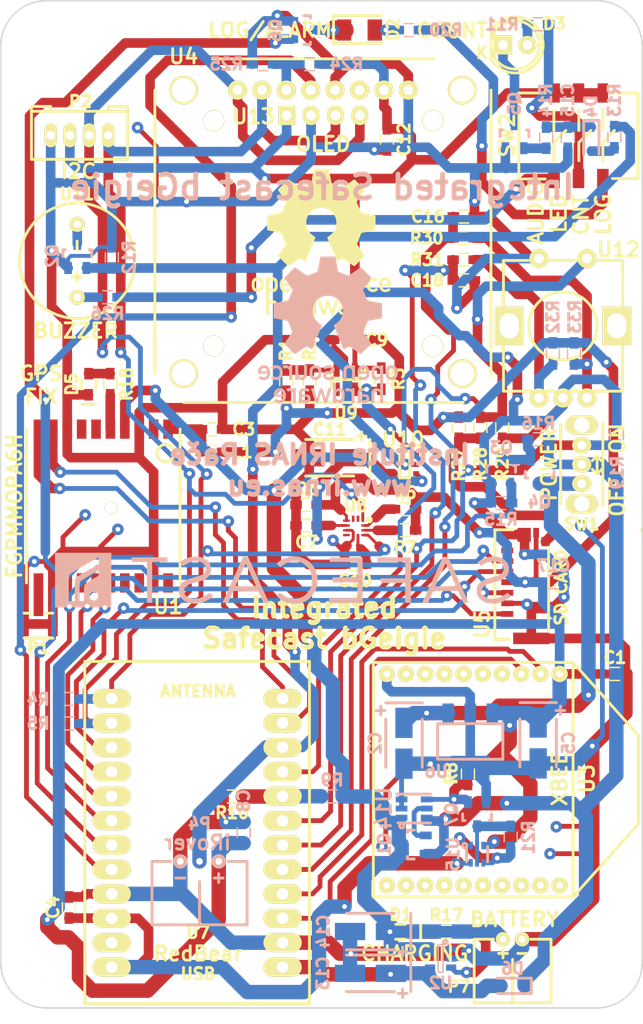
<source format=kicad_pcb>
(kicad_pcb (version 4) (host pcbnew 4.0.0-rc1-stable)
  (title_block (title "Integrated Safecast bGeige Nano") (date 2016-03-30) (rev 2.0) (company "Isntitute IRNAS Rače"))
  (layers (0 F.Cu signal) (31 B.Cu signal) (34 B.Paste user) (35 F.Paste user) (36 B.SilkS user hide) (37 F.SilkS user) (38 B.Mask user) (39 F.Mask user) (44 Edge.Cuts user))
  (net 0 "")
  (net 1 GND)
  (net 2 +3V3)
  (net 3 VBAT)
  (net 4 VDD_A)
  (net 5 "Net-(C10-Pad1)")
  (net 6 VUSB)
  (net 7 "Net-(C15-Pad1)")
  (net 8 IROVER)
  (net 9 "Net-(D4-Pad2)")
  (net 10 "Net-(R1-Pad2)")
  (net 11 VDD_EN)
  (net 12 I2C_SDA)
  (net 13 I2C_SCL)
  (net 14 "Net-(R6-Pad1)")
  (net 15 "Net-(R7-Pad1)")
  (net 16 "Net-(R17-Pad2)")
  (net 17 TX_XBEE)
  (net 18 RX_XBEE)
  (net 19 LCD_RST)
  (net 20 SPI_SCK)
  (net 21 SPI_MOSI)
  (net 22 CS_LOG)
  (net 23 SPI_MISO)
  (net 24 CD_LOG)
  (net 25 "Net-(D3-Pad1)")
  (net 26 "Net-(D3-Pad2)")
  (net 27 "Net-(D2-Pad2)")
  (net 28 "Net-(D1-Pad1)")
  (net 29 TX_GPS)
  (net 30 RX_GPS)
  (net 31 "Net-(D5-Pad2)")
  (net 32 "Net-(Q2-Pad3)")
  (net 33 LDO)
  (net 34 "Net-(D2-Pad1)")
  (net 35 PWR)
  (net 36 PWR_ON)
  (net 37 "Net-(Q3-Pad3)")
  (net 38 "Net-(Q5-Pad1)")
  (net 39 PWR_OFF)
  (net 40 BAT_MEASURE)
  (net 41 CNT_LED)
  (net 42 LOG_LED)
  (net 43 "Net-(R24-Pad2)")
  (net 44 PIEZO)
  (net 45 "Net-(C3-Pad2)")
  (net 46 "Net-(R18-Pad1)")
  (net 47 "Net-(P1-Pad1)")
  (net 48 ENC_B)
  (net 49 ENC_A)
  (net 50 "Net-(R26-Pad2)")
  (net 51 ENC_SW)
  (net 52 "Net-(R30-Pad2)")
  (net 53 "Net-(R31-Pad2)")
  (net 54 3V3_RB)
  (net 55 "Net-(Q1-Pad1)")
  (net 56 3V3_SW)
  (net 57 "Net-(Q7-Pad3)")
  (net 58 "Net-(R21-Pad2)")
  (module opensource_hardware:LOGO (layer B.Cu) (at 146.538 85.4504 180)
    (fp_text reference G*** hide)
    (fp_text value LOGO hide)
  )
  (module Small_I2C_OLED:Small_I2C_OLED (layer F.Cu) (at 146.063 61.4254)
    (fp_text reference U13 (at -7.25 1.725) (layer F.SilkS) (effects (font (size 1.5 1.5) (thickness 0.3))))
    (fp_text value small_i2c_oled hide)
    (fp_text user OLED (at 0 4.6) (layer F.SilkS) (effects (font (size 1.5 1.5) (thickness 0.3))))
    (pad "" thru_hole oval (at 11.4 25.6) (size 2.2 2.2) (drill oval 2.1) (layers *.Cu *.Mask F.SilkS))
    (pad "" thru_hole oval (at -11.4 25.6) (size 2.2 2.2) (drill oval 2.1) (layers *.Cu *.Mask F.SilkS))
    (pad "" thru_hole oval (at 11.4 2.15) (size 2.2 2.2) (drill oval 2.1) (layers *.Cu *.Mask F.SilkS))
    (pad 1 thru_hole rect (at -3.8 1.6) (size 1.7272 2.032) (drill 1.016) (layers *.Cu *.Mask F.SilkS) (net 2 +3V3))
    (pad 2 thru_hole oval (at -1.26 1.6) (size 1.7272 2.032) (drill 1.016) (layers *.Cu *.Mask F.SilkS) (net 1 GND))
    (pad 3 thru_hole oval (at 1.28 1.6) (size 1.7272 2.032) (drill 1.016) (layers *.Cu *.Mask F.SilkS) (net 13 I2C_SCL))
    (pad 4 thru_hole oval (at 3.82 1.6) (size 1.7272 2.032) (drill 1.016) (layers *.Cu *.Mask F.SilkS) (net 12 I2C_SDA))
    (pad "" thru_hole oval (at -11.4 2.15) (size 2.2 2.2) (drill oval 2.1) (layers *.Cu *.Mask F.SilkS))
  )
  (module Adafruit-1_3inch-128x64-Mono-OLED-PCB-master:Adafruit-1_3inch-128x64-Mono-OLED-PCB-master (layer F.Cu) (at 131.538 60.4004)
    (fp_text reference U4 (at 0 -3.5) (layer F.SilkS) (effects (font (size 1.5 1.5) (thickness 0.3))))
    (fp_text value OLED-PCB hide)
    (fp_text user OLED (at 14.525 5.625) (layer F.SilkS) (effects (font (size 1.5 1.5) (thickness 0.3))))
    (pad 8 thru_hole circle (at 23.39 0) (size 2 2) (drill 1) (layers *.Cu *.Mask F.SilkS) (net 1 GND))
    (pad 7 thru_hole circle (at 20.85 0) (size 2 2) (drill 1) (layers *.Cu *.Mask F.SilkS) (net 2 +3V3))
    (pad 6 thru_hole circle (at 18.31 0) (size 2 2) (drill 1) (layers *.Cu *.Mask F.SilkS))
    (pad 5 thru_hole circle (at 15.77 0) (size 2 2) (drill 1) (layers *.Cu *.Mask F.SilkS) (net 1 GND))
    (pad 4 thru_hole circle (at 13.23 0) (size 2 2) (drill 1) (layers *.Cu *.Mask F.SilkS) (net 19 LCD_RST))
    (pad 3 thru_hole circle (at 10.69 0) (size 2 2) (drill 1) (layers *.Cu *.Mask F.SilkS) (net 43 "Net-(R24-Pad2)"))
    (pad 2 thru_hole circle (at 8.15 0) (size 2 2) (drill 1) (layers *.Cu *.Mask F.SilkS) (net 13 I2C_SCL))
    (pad "" thru_hole circle (at 29.005 29.5) (size 3 3) (drill 2.5) (layers *.Cu *.Mask F.SilkS))
    (pad "" thru_hole circle (at 0 29.5) (size 3 3) (drill 2.5) (layers *.Cu *.Mask F.SilkS))
    (pad "" thru_hole circle (at 29.005 0) (size 3 3) (drill 2.5) (layers *.Cu *.Mask F.SilkS))
    (pad "" thru_hole circle (at 0 0) (size 3 3) (drill 2.5) (layers *.Cu *.Mask F.SilkS))
    (pad 1 thru_hole circle (at 5.61 0) (size 2 2) (drill 1) (layers *.Cu *.Mask F.SilkS) (net 12 I2C_SDA))
  )
  (module Mounting_Holes:MountingHole_3.2mm_M3 (layer F.Cu) (at 174.538 151.1504)
    (fp_text reference "" hide)
    (fp_text value MountingHole_3.2mm_M3 hide)
    (pad 1 np_thru_hole circle (at 0 0) (size 3.2 3.2) (drill 3.2) (layers *.Cu *.Mask F.SilkS))
  )
  (module Mounting_Holes:MountingHole_3.2mm_M3 (layer F.Cu) (at 117.238 151.1504)
    (fp_text reference "" hide)
    (fp_text value MountingHole_3.2mm_M3 hide)
    (pad 1 np_thru_hole circle (at 0 0) (size 3.2 3.2) (drill 3.2) (layers *.Cu *.Mask F.SilkS))
  )
  (module Mounting_Holes:MountingHole_3.2mm_M3 (layer F.Cu) (at 174.538 55.8504)
    (fp_text reference "" hide)
    (fp_text value MountingHole_3.2mm_M3 hide)
    (pad 1 np_thru_hole circle (at 0 0) (size 3.2 3.2) (drill 3.2) (layers *.Cu *.Mask F.SilkS))
  )
  (module Mounting_Holes:MountingHole_3.2mm_M3 (layer F.Cu) (at 117.238 55.8504)
    (fp_text reference "" hide)
    (fp_text value MountingHole_3.2mm_M3 hide)
    (pad 1 np_thru_hole circle (at 0 0) (size 3.2 3.2) (drill 3.2) (layers *.Cu *.Mask F.SilkS))
  )
  (module RedBear:R_0603_HandSoldering (layer F.Cu) (at 176.438 121.1504 180)
    (fp_text reference C1 (at 0 1.7 180) (layer F.SilkS) (effects (font (size 1.2 1.2) (thickness 0.3))))
    (fp_text value 100nF hide)
    (pad 1 smd rect (at -1.1 0 180) (size 1.2 0.9) (layers F.Cu F.Paste F.Mask) (net 1 GND))
    (pad 2 smd rect (at 1.1 0 180) (size 1.2 0.9) (layers F.Cu F.Paste F.Mask) (net 2 +3V3))
  )
  (module RedBear:TantalC_SizeB_EIA-3528_HandSoldering (layer B.Cu) (at 154.478 128.3604 270)
    (fp_text reference C2 (at 0 3 270) (layer B.SilkS) (effects (font (size 1.2 1.2) (thickness 0.3)) (justify mirror)))
    (fp_text value 10uF hide)
    (fp_text user + (at -3.4 2.5 270) (layer B.SilkS) (effects (font (size 1.2 1.2) (thickness 0.3)) (justify mirror)))
    (pad 2 smd rect (at 2.12598 0 270) (size 3.1496 1.80086) (layers B.Cu B.Paste B.Mask) (net 1 GND))
    (pad 1 smd rect (at -2.12598 0 270) (size 3.1496 1.80086) (layers B.Cu B.Paste B.Mask) (net 33 LDO))
  )
  (module RedBear:R_0603_HandSoldering (layer F.Cu) (at 134.488 95.7004 180)
    (fp_text reference C3 (at -3.3 0 180) (layer F.SilkS) (effects (font (size 1.2 1.2) (thickness 0.3))))
    (fp_text value 100nF hide)
    (pad 1 smd rect (at -1.1 0 180) (size 1.2 0.9) (layers F.Cu F.Paste F.Mask) (net 1 GND))
    (pad 2 smd rect (at 1.1 0 180) (size 1.2 0.9) (layers F.Cu F.Paste F.Mask) (net 45 "Net-(C3-Pad2)"))
  )
  (module RedBear:R_0603_HandSoldering (layer F.Cu) (at 119.588 145.4504 270)
    (fp_text reference C4 (at 0 1.65 270) (layer F.SilkS) (effects (font (size 1.2 1.2) (thickness 0.3))))
    (fp_text value 100nF hide)
    (pad 1 smd rect (at -1.1 0 270) (size 1.2 0.9) (layers F.Cu F.Paste F.Mask) (net 1 GND))
    (pad 2 smd rect (at 1.1 0 270) (size 1.2 0.9) (layers F.Cu F.Paste F.Mask) (net 54 3V3_RB))
  )
  (module RedBear:TantalC_SizeB_EIA-3528_HandSoldering (layer B.Cu) (at 168.448 128.3304 270)
    (fp_text reference C5 (at 0 -3.16 270) (layer B.SilkS) (effects (font (size 1.2 1.2) (thickness 0.3)) (justify mirror)))
    (fp_text value 10uF hide)
    (fp_text user + (at -3.38 -2.24 270) (layer B.SilkS) (effects (font (size 1.2 1.2) (thickness 0.3)) (justify mirror)))
    (pad 2 smd rect (at 2.12598 0 270) (size 3.1496 1.80086) (layers B.Cu B.Paste B.Mask) (net 1 GND))
    (pad 1 smd rect (at -2.12598 0 270) (size 3.1496 1.80086) (layers B.Cu B.Paste B.Mask) (net 2 +3V3))
  )
  (module RedBear:R_0603_HandSoldering (layer F.Cu) (at 144.338 103.5504)
    (fp_text reference C6 (at 0 -1.65) (layer F.SilkS) (effects (font (size 1.2 1.2) (thickness 0.3))))
    (fp_text value 100nF hide)
    (pad 1 smd rect (at -1.1 0) (size 1.2 0.9) (layers F.Cu F.Paste F.Mask) (net 1 GND))
    (pad 2 smd rect (at 1.1 0) (size 1.2 0.9) (layers F.Cu F.Paste F.Mask) (net 2 +3V3))
  )
  (module RedBear:R_0603_HandSoldering (layer F.Cu) (at 144.338 105.7004)
    (fp_text reference C7 (at 0 1.75) (layer F.SilkS) (effects (font (size 1.2 1.2) (thickness 0.3))))
    (fp_text value 100nF hide)
    (pad 1 smd rect (at -1.1 0) (size 1.2 0.9) (layers F.Cu F.Paste F.Mask) (net 1 GND))
    (pad 2 smd rect (at 1.1 0) (size 1.2 0.9) (layers F.Cu F.Paste F.Mask) (net 4 VDD_A))
  )
  (module RedBear:R_0603_HandSoldering (layer B.Cu) (at 137.788 137.6504 90)
    (fp_text reference C8 (at 3.3 0 90) (layer B.SilkS) (effects (font (size 1.2 1.2) (thickness 0.3)) (justify mirror)))
    (fp_text value 100nF hide)
    (pad 1 smd rect (at -1.1 0 90) (size 1.2 0.9) (layers B.Cu B.Paste B.Mask) (net 2 +3V3))
    (pad 2 smd rect (at 1.1 0 90) (size 1.2 0.9) (layers B.Cu B.Paste B.Mask) (net 1 GND))
  )
  (module RedBear:R_0603_HandSoldering (layer F.Cu) (at 148.263 86.3754)
    (fp_text reference C9 (at 3.375 0.025) (layer F.SilkS) (effects (font (size 1.2 1.2) (thickness 0.3))))
    (fp_text value 100nF hide)
    (pad 1 smd rect (at -1.1 0) (size 1.2 0.9) (layers F.Cu F.Paste F.Mask) (net 1 GND))
    (pad 2 smd rect (at 1.1 0) (size 1.2 0.9) (layers F.Cu F.Paste F.Mask) (net 2 +3V3))
  )
  (module RedBear:R_0603_HandSoldering (layer F.Cu) (at 149.388 109.7504 180)
    (fp_text reference C10 (at 0 -1.7 180) (layer F.SilkS) (effects (font (size 1.2 1.2) (thickness 0.3))))
    (fp_text value 100nF hide)
    (pad 1 smd rect (at -1.1 0 180) (size 1.2 0.9) (layers F.Cu F.Paste F.Mask) (net 5 "Net-(C10-Pad1)"))
    (pad 2 smd rect (at 1.1 0 180) (size 1.2 0.9) (layers F.Cu F.Paste F.Mask) (net 1 GND))
  )
  (module RedBear:TantalC_SizeB_EIA-3528_HandSoldering (layer F.Cu) (at 146.738 98.6504 180)
    (fp_text reference C11 (at -0.025 2.925 180) (layer F.SilkS) (effects (font (size 1.2 1.2) (thickness 0.3))))
    (fp_text value 10uF hide)
    (fp_text user + (at -3.325 2.325 180) (layer F.SilkS) (effects (font (size 1.2 1.2) (thickness 0.3))))
    (pad 2 smd rect (at 2.12598 0 180) (size 3.1496 1.80086) (layers F.Cu F.Paste F.Mask) (net 1 GND))
    (pad 1 smd rect (at -2.12598 0 180) (size 3.1496 1.80086) (layers F.Cu F.Paste F.Mask) (net 4 VDD_A))
  )
  (module RedBear:R_0603_HandSoldering (layer F.Cu) (at 152.713 65.5254 90)
    (fp_text reference C12 (at 0 1.775 90) (layer F.SilkS) (effects (font (size 1.2 1.2) (thickness 0.3))))
    (fp_text value 100nF hide)
    (pad 1 smd rect (at -1.1 0 90) (size 1.2 0.9) (layers F.Cu F.Paste F.Mask) (net 1 GND))
    (pad 2 smd rect (at 1.1 0 90) (size 1.2 0.9) (layers F.Cu F.Paste F.Mask) (net 2 +3V3))
  )
  (module RedBear:TantalC_SizeB_EIA-3528_HandSoldering (layer B.Cu) (at 150.988 152.3004 180)
    (fp_text reference C13 (at 4.95 0 270) (layer B.SilkS) (effects (font (size 1.2 1.2) (thickness 0.3)) (justify mirror)))
    (fp_text value 1uF hide)
    (fp_text user + (at -3.35 -2 180) (layer B.SilkS) (effects (font (size 1.2 1.2) (thickness 0.3)) (justify mirror)))
    (pad 2 smd rect (at 2.12598 0 180) (size 3.1496 1.80086) (layers B.Cu B.Paste B.Mask) (net 1 GND))
    (pad 1 smd rect (at -2.12598 0 180) (size 3.1496 1.80086) (layers B.Cu B.Paste B.Mask) (net 6 VUSB))
  )
  (module RedBear:TantalC_SizeB_EIA-3528_HandSoldering (layer B.Cu) (at 150.988 147.9504 180)
    (fp_text reference C14 (at 4.9 0 270) (layer B.SilkS) (effects (font (size 1.2 1.2) (thickness 0.3)) (justify mirror)))
    (fp_text value 1uF hide)
    (fp_text user + (at -3.35 -2 180) (layer B.SilkS) (effects (font (size 1.2 1.2) (thickness 0.3)) (justify mirror)))
    (pad 2 smd rect (at 2.12598 0 180) (size 3.1496 1.80086) (layers B.Cu B.Paste B.Mask) (net 1 GND))
    (pad 1 smd rect (at -2.12598 0 180) (size 3.1496 1.80086) (layers B.Cu B.Paste B.Mask) (net 3 VBAT))
  )
  (module RedBear:R_0603_HandSoldering (layer B.Cu) (at 171.538 65.3504 270)
    (fp_text reference C15 (at -3.9 0 270) (layer B.SilkS) (effects (font (size 1.2 1.2) (thickness 0.3)) (justify mirror)))
    (fp_text value 100nF hide)
    (pad 1 smd rect (at -1.1 0 270) (size 1.2 0.9) (layers B.Cu B.Paste B.Mask) (net 7 "Net-(C15-Pad1)"))
    (pad 2 smd rect (at 1.1 0 270) (size 1.2 0.9) (layers B.Cu B.Paste B.Mask) (net 1 GND))
  )
  (module RedBear:R_0603_HandSoldering (layer B.Cu) (at 170.038 111.6004 180)
    (fp_text reference C17 (at 0 1.7 180) (layer B.SilkS) (effects (font (size 1.2 1.2) (thickness 0.3)) (justify mirror)))
    (fp_text value 100nF hide)
    (pad 1 smd rect (at -1.1 0 180) (size 1.2 0.9) (layers B.Cu B.Paste B.Mask) (net 1 GND))
    (pad 2 smd rect (at 1.1 0 180) (size 1.2 0.9) (layers B.Cu B.Paste B.Mask) (net 2 +3V3))
  )
  (module RedBear:LED_0603_HandSoldering (layer F.Cu) (at 154.118 147.9704 180)
    (fp_text reference D1 (at -0.02 1.79 180) (layer F.SilkS) (effects (font (size 1.2 1.2) (thickness 0.3))))
    (fp_text value GREEN hide)
    (pad 1 smd rect (at -1.1 0 180) (size 1.2 0.9) (layers F.Cu F.Paste F.Mask) (net 28 "Net-(D1-Pad1)"))
    (pad 2 smd rect (at 1.1 0 180) (size 1.2 0.9) (layers F.Cu F.Paste F.Mask) (net 3 VBAT))
  )
  (module KPD-3224SURCK:KPD-3224SURCK (layer F.Cu) (at 149.838 54.1504)
    (fp_text reference D2 (at 3.5 -0.05 270) (layer F.SilkS) (effects (font (size 1.2 1.2) (thickness 0.3))))
    (fp_text value RED hide)
    (pad 1 smd rect (at -1.6 0) (size 1.5 2.2) (layers F.Cu F.Paste F.Mask) (net 34 "Net-(D2-Pad1)"))
    (pad 2 smd rect (at 1.6 0) (size 1.5 2.2) (layers F.Cu F.Paste F.Mask) (net 27 "Net-(D2-Pad2)"))
  )
  (module MCL053SGC:MCL053SGC (layer F.Cu) (at 164.788 55.7004)
    (fp_text reference D3 (at 5.35 -2.2) (layer F.SilkS) (effects (font (size 1.2 1.2) (thickness 0.3))))
    (fp_text value GREEN hide)
    (fp_text user K (at -2.2 0.8) (layer F.SilkS) (effects (font (size 1.2 1.2) (thickness 0.3))))
    (pad 1 thru_hole rect (at 0 0 90) (size 2 1.9) (drill 1.00076) (layers *.Cu *.Mask F.SilkS) (net 25 "Net-(D3-Pad1)"))
    (pad 2 thru_hole circle (at 2.54 0) (size 1.9 1.9) (drill 1.00076) (layers *.Cu *.Mask F.SilkS) (net 26 "Net-(D3-Pad2)"))
  )
  (module SOD-323_standard:SOD-323 (layer B.Cu) (at 173.988 65.5004 270)
    (fp_text reference D4 (at -3.4 0.05 270) (layer B.SilkS) (effects (font (size 1.2 1.2) (thickness 0.3)) (justify mirror)))
    (fp_text value 1N4148 hide)
    (pad 1 smd rect (at -1.25 0 270) (size 1 0.6) (layers B.Cu B.Paste B.Mask) (net 7 "Net-(C15-Pad1)"))
    (pad 2 smd rect (at 1.25 0 270) (size 1 0.6) (layers B.Cu B.Paste B.Mask) (net 9 "Net-(D4-Pad2)"))
  )
  (module RedBear:LED_0603_HandSoldering (layer F.Cu) (at 121.638 91.0004 90)
    (fp_text reference D5 (at 0 -1.75 90) (layer F.SilkS) (effects (font (size 1.2 1.2) (thickness 0.3))))
    (fp_text value RED hide)
    (pad 1 smd rect (at -1.1 0 90) (size 1.2 0.9) (layers F.Cu F.Paste F.Mask) (net 1 GND))
    (pad 2 smd rect (at 1.1 0 90) (size 1.2 0.9) (layers F.Cu F.Paste F.Mask) (net 31 "Net-(D5-Pad2)"))
  )
  (module SOD-323_standard:SOD-323 (layer B.Cu) (at 165.788 153.6004 180)
    (fp_text reference D6 (at 0 1.8 180) (layer B.SilkS) (effects (font (size 1.2 1.2) (thickness 0.3)) (justify mirror)))
    (fp_text value BAT20J hide)
    (pad 1 smd rect (at -1.25 0 180) (size 1 0.6) (layers B.Cu B.Paste B.Mask) (net 35 PWR))
    (pad 2 smd rect (at 1.25 0 180) (size 1 0.6) (layers B.Cu B.Paste B.Mask) (net 6 VUSB))
  )
  (module B3B-PH-SM4-TB_IROVER_CONNECTOR:B3B-PH-SM4-TB_IROVER_CONNECTOR (layer B.Cu) (at 133.188 140.6504 180)
    (fp_text reference P4 (at 0 3.9 180) (layer B.SilkS) (effects (font (size 1.2 1.2) (thickness 0.3)) (justify mirror)))
    (fp_text value "I ROVER" hide)
    (fp_text user - (at 2 -1.65 180) (layer B.SilkS) (effects (font (size 1.2 1.2) (thickness 0.3)) (justify mirror)))
    (fp_text user + (at -2 -1.65 180) (layer B.SilkS) (effects (font (size 1.2 1.2) (thickness 0.3)) (justify mirror)))
    (pad 3 thru_hole circle (at 2 0 180) (size 1.5 1.5) (drill 0.7) (layers *.Cu *.Mask B.SilkS) (net 1 GND))
    (pad 2 thru_hole circle (at 0 0 180) (size 1.5 1.5) (drill 0.7) (layers *.Cu *.Mask) (net 8 IROVER))
    (pad 1 thru_hole circle (at -2 0 180) (size 1.5 1.5) (drill 0.7) (layers *.Cu *.Mask B.SilkS) (net 2 +3V3))
  )
  (module B2B-PH-SM4-TB_Battery_Connector:B2B-PH-SM4-TB_Battery_Connector (layer F.Cu) (at 165.788 148.7504)
    (fp_text reference P7 (at -5.58 4.91) (layer F.SilkS) (effects (font (size 1.2 1.2) (thickness 0.3))))
    (fp_text value BATTERY hide)
    (fp_text user + (at -1 1.4) (layer F.SilkS) (effects (font (size 1.2 1.2) (thickness 0.3))))
    (fp_text user - (at 1 1.4) (layer F.SilkS) (effects (font (size 1.2 1.2) (thickness 0.3))))
    (pad 2 thru_hole circle (at 1 0) (size 1.5 1.5) (drill 0.7) (layers *.Cu *.Mask F.SilkS) (net 1 GND))
    (pad 1 thru_hole circle (at -1 0) (size 1.5 1.5) (drill 0.7) (layers *.Cu *.Mask F.SilkS) (net 3 VBAT))
  )
  (module sot_32_standard:SOT-23 (layer B.Cu) (at 155.488 138.9004 270)
    (fp_text reference Q1 (at 0 3.05 270) (layer B.SilkS) (effects (font (size 1.2 1.2) (thickness 0.3)) (justify mirror)))
    (fp_text value ZXMP6A13F hide)
    (pad 1 smd rect (at -0.95 -1.25 270) (size 0.8001 1.25) (layers B.Cu B.Paste B.Mask) (net 55 "Net-(Q1-Pad1)"))
    (pad 2 smd rect (at 0.95 -1.25 270) (size 0.8001 1.25) (layers B.Cu B.Paste B.Mask) (net 35 PWR))
    (pad 3 smd rect (at 0 1.25 270) (size 0.8001 1.25) (layers B.Cu B.Paste B.Mask) (net 3 VBAT))
  )
  (module sot_32_standard:SOT-23 (layer B.Cu) (at 120.458 77.6604 180)
    (fp_text reference Q2 (at 2.6 0 270) (layer B.SilkS) (effects (font (size 1.2 1.2) (thickness 0.3)) (justify mirror)))
    (fp_text value RSR010N10FHATL hide)
    (pad 1 smd rect (at -0.95 -1.25 180) (size 0.8001 1.25) (layers B.Cu B.Paste B.Mask) (net 8 IROVER))
    (pad 2 smd rect (at 0.95 -1.25 180) (size 0.8001 1.25) (layers B.Cu B.Paste B.Mask) (net 1 GND))
    (pad 3 smd rect (at 0 1.25 180) (size 0.8001 1.25) (layers B.Cu B.Paste B.Mask) (net 32 "Net-(Q2-Pad3)"))
  )
  (module sot_32_standard:SOT-23 (layer B.Cu) (at 164.598 100.1004 180)
    (fp_text reference Q3 (at 0 2.5 180) (layer B.SilkS) (effects (font (size 1.2 1.2) (thickness 0.3)) (justify mirror)))
    (fp_text value RSR010N10FHATL hide)
    (pad 1 smd rect (at -0.95 -1.25 180) (size 0.8001 1.25) (layers B.Cu B.Paste B.Mask) (net 36 PWR_ON))
    (pad 2 smd rect (at 0.95 -1.25 180) (size 0.8001 1.25) (layers B.Cu B.Paste B.Mask) (net 1 GND))
    (pad 3 smd rect (at 0 1.25 180) (size 0.8001 1.25) (layers B.Cu B.Paste B.Mask) (net 37 "Net-(Q3-Pad3)"))
  )
  (module sot_32_standard:SOT-23 (layer B.Cu) (at 168.608 100.1004)
    (fp_text reference Q4 (at -0.02 3.18) (layer B.SilkS) (effects (font (size 1.2 1.2) (thickness 0.3)) (justify mirror)))
    (fp_text value ZXMP6A13F hide)
    (pad 1 smd rect (at -0.95 -1.25) (size 0.8001 1.25) (layers B.Cu B.Paste B.Mask) (net 37 "Net-(Q3-Pad3)"))
    (pad 2 smd rect (at 0.95 -1.25) (size 0.8001 1.25) (layers B.Cu B.Paste B.Mask) (net 35 PWR))
    (pad 3 smd rect (at 0 1.25) (size 0.8001 1.25) (layers B.Cu B.Paste B.Mask) (net 33 LDO))
  )
  (module sot_32_standard:SOT-23 (layer B.Cu) (at 165.988 65.2004 180)
    (fp_text reference Q5 (at 0 3.4 270) (layer B.SilkS) (effects (font (size 1.2 1.2) (thickness 0.3)) (justify mirror)))
    (fp_text value BC847C hide)
    (pad 1 smd rect (at -0.95 -1.25 180) (size 0.8001 1.25) (layers B.Cu B.Paste B.Mask) (net 38 "Net-(Q5-Pad1)"))
    (pad 2 smd rect (at 0.95 -1.25 180) (size 0.8001 1.25) (layers B.Cu B.Paste B.Mask) (net 1 GND))
    (pad 3 smd rect (at 0 1.25 180) (size 0.8001 1.25) (layers B.Cu B.Paste B.Mask) (net 25 "Net-(D3-Pad1)"))
  )
  (module sot_32_standard:SOT-23 (layer B.Cu) (at 144.088 54.1504 90)
    (fp_text reference Q6 (at -0.05 -3 90) (layer B.SilkS) (effects (font (size 1.2 1.2) (thickness 0.3)) (justify mirror)))
    (fp_text value RSR010N10FHATL hide)
    (pad 1 smd rect (at -0.95 -1.25 90) (size 0.8001 1.25) (layers B.Cu B.Paste B.Mask) (net 36 PWR_ON))
    (pad 2 smd rect (at 0.95 -1.25 90) (size 0.8001 1.25) (layers B.Cu B.Paste B.Mask) (net 1 GND))
    (pad 3 smd rect (at 0 1.25 90) (size 0.8001 1.25) (layers B.Cu B.Paste B.Mask) (net 34 "Net-(D2-Pad1)"))
  )
  (module RedBear:R_0603_HandSoldering (layer F.Cu) (at 142.213 90.6254 90)
    (fp_text reference R1 (at 3.2 0 90) (layer F.SilkS) (effects (font (size 1.2 1.2) (thickness 0.3))))
    (fp_text value 1K hide)
    (pad 1 smd rect (at -1.1 0 90) (size 1.2 0.9) (layers F.Cu F.Paste F.Mask) (net 2 +3V3))
    (pad 2 smd rect (at 1.1 0 90) (size 1.2 0.9) (layers F.Cu F.Paste F.Mask) (net 10 "Net-(R1-Pad2)"))
  )
  (module RedBear:R_0603_HandSoldering (layer F.Cu) (at 144.663 90.6254 90)
    (fp_text reference R2 (at 3.25 0 90) (layer F.SilkS) (effects (font (size 1.2 1.2) (thickness 0.3))))
    (fp_text value 9.1K hide)
    (pad 1 smd rect (at -1.1 0 90) (size 1.2 0.9) (layers F.Cu F.Paste F.Mask) (net 1 GND))
    (pad 2 smd rect (at 1.1 0 90) (size 1.2 0.9) (layers F.Cu F.Paste F.Mask) (net 10 "Net-(R1-Pad2)"))
  )
  (module RedBear:R_0603_HandSoldering (layer F.Cu) (at 152.113 90.4254 270)
    (fp_text reference R3 (at 0.025 -1.775 450) (layer F.SilkS) (effects (font (size 1.2 1.2) (thickness 0.3))))
    (fp_text value 100K hide)
    (pad 1 smd rect (at -1.1 0 270) (size 1.2 0.9) (layers F.Cu F.Paste F.Mask) (net 2 +3V3))
    (pad 2 smd rect (at 1.1 0 270) (size 1.2 0.9) (layers F.Cu F.Paste F.Mask) (net 11 VDD_EN))
  )
  (module RedBear:R_0603_HandSoldering (layer B.Cu) (at 119.638 123.7504 180)
    (fp_text reference R4 (at 3.25 -0.05 180) (layer B.SilkS) (effects (font (size 1.2 1.2) (thickness 0.3)) (justify mirror)))
    (fp_text value 10K hide)
    (pad 1 smd rect (at -1.1 0 180) (size 1.2 0.9) (layers B.Cu B.Paste B.Mask) (net 12 I2C_SDA))
    (pad 2 smd rect (at 1.1 0 180) (size 1.2 0.9) (layers B.Cu B.Paste B.Mask) (net 2 +3V3))
  )
  (module RedBear:R_0603_HandSoldering (layer B.Cu) (at 119.638 126.3004 180)
    (fp_text reference R5 (at 3.25 0 180) (layer B.SilkS) (effects (font (size 1.2 1.2) (thickness 0.3)) (justify mirror)))
    (fp_text value 10K hide)
    (pad 1 smd rect (at -1.1 0 180) (size 1.2 0.9) (layers B.Cu B.Paste B.Mask) (net 13 I2C_SCL))
    (pad 2 smd rect (at 1.1 0 180) (size 1.2 0.9) (layers B.Cu B.Paste B.Mask) (net 2 +3V3))
  )
  (module RedBear:R_0603_HandSoldering (layer F.Cu) (at 154.588 104.0004)
    (fp_text reference R6 (at 0 -1.7) (layer F.SilkS) (effects (font (size 1.2 1.2) (thickness 0.3))))
    (fp_text value 10K hide)
    (pad 1 smd rect (at -1.1 0) (size 1.2 0.9) (layers F.Cu F.Paste F.Mask) (net 14 "Net-(R6-Pad1)"))
    (pad 2 smd rect (at 1.1 0) (size 1.2 0.9) (layers F.Cu F.Paste F.Mask) (net 2 +3V3))
  )
  (module RedBear:R_0603_HandSoldering (layer F.Cu) (at 154.588 106.2004)
    (fp_text reference R7 (at 0 1.8) (layer F.SilkS) (effects (font (size 1.2 1.2) (thickness 0.3))))
    (fp_text value 10K hide)
    (pad 1 smd rect (at -1.1 0) (size 1.2 0.9) (layers F.Cu F.Paste F.Mask) (net 15 "Net-(R7-Pad1)"))
    (pad 2 smd rect (at 1.1 0) (size 1.2 0.9) (layers F.Cu F.Paste F.Mask) (net 2 +3V3))
  )
  (module RedBear:R_0603_HandSoldering (layer F.Cu) (at 161.138 131.5504 270)
    (fp_text reference R8 (at -0.05 1.75 270) (layer F.SilkS) (effects (font (size 1.2 1.2) (thickness 0.3))))
    (fp_text value 470K hide)
    (pad 1 smd rect (at -1.1 0 270) (size 1.2 0.9) (layers F.Cu F.Paste F.Mask) (net 2 +3V3))
    (pad 2 smd rect (at 1.1 0 270) (size 1.2 0.9) (layers F.Cu F.Paste F.Mask) (net 56 3V3_SW))
  )
  (module RedBear:R_0603_HandSoldering (layer B.Cu) (at 146.988 133.9004 180)
    (fp_text reference R9 (at 0 1.7 180) (layer B.SilkS) (effects (font (size 1.2 1.2) (thickness 0.3)) (justify mirror)))
    (fp_text value 9.1K hide)
    (pad 1 smd rect (at -1.1 0 180) (size 1.2 0.9) (layers B.Cu B.Paste B.Mask) (net 3 VBAT))
    (pad 2 smd rect (at 1.1 0 180) (size 1.2 0.9) (layers B.Cu B.Paste B.Mask) (net 40 BAT_MEASURE))
  )
  (module RedBear:R_0603_HandSoldering (layer F.Cu) (at 136.588 133.9004 180)
    (fp_text reference R10 (at 0 -1.7 180) (layer F.SilkS) (effects (font (size 1.2 1.2) (thickness 0.3))))
    (fp_text value 1K hide)
    (pad 1 smd rect (at -1.1 0 180) (size 1.2 0.9) (layers F.Cu F.Paste F.Mask) (net 40 BAT_MEASURE))
    (pad 2 smd rect (at 1.1 0 180) (size 1.2 0.9) (layers F.Cu F.Paste F.Mask) (net 1 GND))
  )
  (module RedBear:R_0603_HandSoldering (layer B.Cu) (at 168.438 53.5504 180)
    (fp_text reference R11 (at 3.75 0 180) (layer B.SilkS) (effects (font (size 1.2 1.2) (thickness 0.3)) (justify mirror)))
    (fp_text value 51R hide)
    (pad 1 smd rect (at -1.1 0 180) (size 1.2 0.9) (layers B.Cu B.Paste B.Mask) (net 41 CNT_LED))
    (pad 2 smd rect (at 1.1 0 180) (size 1.2 0.9) (layers B.Cu B.Paste B.Mask) (net 26 "Net-(D3-Pad2)"))
  )
  (module RedBear:R_0603_HandSoldering (layer B.Cu) (at 124.058 77.8104 270)
    (fp_text reference R12 (at 0 -1.8 270) (layer B.SilkS) (effects (font (size 1.2 1.2) (thickness 0.3)) (justify mirror)))
    (fp_text value 470K hide)
    (pad 1 smd rect (at -1.1 0 270) (size 1.2 0.9) (layers B.Cu B.Paste B.Mask) (net 1 GND))
    (pad 2 smd rect (at 1.1 0 270) (size 1.2 0.9) (layers B.Cu B.Paste B.Mask) (net 8 IROVER))
  )
  (module RedBear:R_0603_HandSoldering (layer B.Cu) (at 176.388 65.3004 270)
    (fp_text reference R13 (at -3.85 0 270) (layer B.SilkS) (effects (font (size 1.2 1.2) (thickness 0.3)) (justify mirror)))
    (fp_text value 1K hide)
    (pad 1 smd rect (at -1.1 0 270) (size 1.2 0.9) (layers B.Cu B.Paste B.Mask) (net 8 IROVER))
    (pad 2 smd rect (at 1.1 0 270) (size 1.2 0.9) (layers B.Cu B.Paste B.Mask) (net 9 "Net-(D4-Pad2)"))
  )
  (module RedBear:R_0603_HandSoldering (layer B.Cu) (at 169.288 65.3504 90)
    (fp_text reference R14 (at 3.9 -0.05 90) (layer B.SilkS) (effects (font (size 1.2 1.2) (thickness 0.3)) (justify mirror)))
    (fp_text value 51K hide)
    (pad 1 smd rect (at -1.1 0 90) (size 1.2 0.9) (layers B.Cu B.Paste B.Mask) (net 38 "Net-(Q5-Pad1)"))
    (pad 2 smd rect (at 1.1 0 90) (size 1.2 0.9) (layers B.Cu B.Paste B.Mask) (net 7 "Net-(C15-Pad1)"))
  )
  (module RedBear:R_0603_HandSoldering (layer B.Cu) (at 164.578 103.3704)
    (fp_text reference R15 (at 0 1.7) (layer B.SilkS) (effects (font (size 1.2 1.2) (thickness 0.3)) (justify mirror)))
    (fp_text value 470K hide)
    (pad 1 smd rect (at -1.1 0) (size 1.2 0.9) (layers B.Cu B.Paste B.Mask) (net 1 GND))
    (pad 2 smd rect (at 1.1 0) (size 1.2 0.9) (layers B.Cu B.Paste B.Mask) (net 36 PWR_ON))
  )
  (module RedBear:R_0603_HandSoldering (layer B.Cu) (at 168.468 96.7304)
    (fp_text reference R16 (at 0.01 -1.65) (layer B.SilkS) (effects (font (size 1.2 1.2) (thickness 0.3)) (justify mirror)))
    (fp_text value 470K hide)
    (pad 1 smd rect (at -1.1 0) (size 1.2 0.9) (layers B.Cu B.Paste B.Mask) (net 37 "Net-(Q3-Pad3)"))
    (pad 2 smd rect (at 1.1 0) (size 1.2 0.9) (layers B.Cu B.Paste B.Mask) (net 35 PWR))
  )
  (module RedBear:R_0603_HandSoldering (layer F.Cu) (at 158.898 147.9704)
    (fp_text reference R17 (at 0 -1.73 180) (layer F.SilkS) (effects (font (size 1.2 1.2) (thickness 0.3))))
    (fp_text value 1K hide)
    (pad 1 smd rect (at -1.1 0) (size 1.2 0.9) (layers F.Cu F.Paste F.Mask) (net 28 "Net-(D1-Pad1)"))
    (pad 2 smd rect (at 1.1 0) (size 1.2 0.9) (layers F.Cu F.Paste F.Mask) (net 16 "Net-(R17-Pad2)"))
  )
  (module RedBear:R_0603_HandSoldering (layer F.Cu) (at 123.888 91.0004 90)
    (fp_text reference R18 (at 0 1.7 90) (layer F.SilkS) (effects (font (size 1.2 1.2) (thickness 0.3))))
    (fp_text value 1K hide)
    (pad 1 smd rect (at -1.1 0 90) (size 1.2 0.9) (layers F.Cu F.Paste F.Mask) (net 46 "Net-(R18-Pad1)"))
    (pad 2 smd rect (at 1.1 0 90) (size 1.2 0.9) (layers F.Cu F.Paste F.Mask) (net 31 "Net-(D5-Pad2)"))
  )
  (module RedBear:R_0603_HandSoldering (layer B.Cu) (at 176.638 96.2504 270)
    (fp_text reference R19 (at 3.95 -0.05 270) (layer B.SilkS) (effects (font (size 1.2 1.2) (thickness 0.3)) (justify mirror)))
    (fp_text value 10K hide)
    (pad 1 smd rect (at -1.1 0 270) (size 1.2 0.9) (layers B.Cu B.Paste B.Mask) (net 1 GND))
    (pad 2 smd rect (at 1.1 0 270) (size 1.2 0.9) (layers B.Cu B.Paste B.Mask) (net 39 PWR_OFF))
  )
  (module RedBear:R_0603_HandSoldering (layer B.Cu) (at 154.988 54.1504)
    (fp_text reference R20 (at 3.85 0) (layer B.SilkS) (effects (font (size 1.2 1.2) (thickness 0.3)) (justify mirror)))
    (fp_text value 68R hide)
    (pad 1 smd rect (at -1.1 0) (size 1.2 0.9) (layers B.Cu B.Paste B.Mask) (net 27 "Net-(D2-Pad2)"))
    (pad 2 smd rect (at 1.1 0) (size 1.2 0.9) (layers B.Cu B.Paste B.Mask) (net 42 LOG_LED))
  )
  (module RedBear:R_0603_HandSoldering (layer B.Cu) (at 144.638 57.7004 180)
    (fp_text reference R24 (at -3.85 0 180) (layer B.SilkS) (effects (font (size 1.2 1.2) (thickness 0.3)) (justify mirror)))
    (fp_text value 0K hide)
    (pad 1 smd rect (at -1.1 0 180) (size 1.2 0.9) (layers B.Cu B.Paste B.Mask) (net 2 +3V3))
    (pad 2 smd rect (at 1.1 0 180) (size 1.2 0.9) (layers B.Cu B.Paste B.Mask) (net 43 "Net-(R24-Pad2)"))
  )
  (module RedBear:R_0603_HandSoldering (layer B.Cu) (at 139.788 57.7004 180)
    (fp_text reference R25 (at 3.8 0 180) (layer B.SilkS) (effects (font (size 1.2 1.2) (thickness 0.3)) (justify mirror)))
    (fp_text value 0K hide)
    (pad 1 smd rect (at -1.1 0 180) (size 1.2 0.9) (layers B.Cu B.Paste B.Mask) (net 43 "Net-(R24-Pad2)"))
    (pad 2 smd rect (at 1.1 0 180) (size 1.2 0.9) (layers B.Cu B.Paste B.Mask) (net 1 GND))
  )
  (module OMRON_ELECTRONIC_COMPONENTS_A6S-3102-H_DIP_Switch:OMRON_ELECTRONIC_COMPONENTS_A6S-3102-H_DIP_Switch (layer F.Cu) (at 175.188 60.7004 180)
    (fp_text reference SW2 (at 9.95 -4.4 270) (layer F.SilkS) (effects (font (size 1.5 1.5) (thickness 0.3))))
    (fp_text value SW_DIP_3 hide)
    (pad 3 smd rect (at 5.08 0 180) (size 1.2 2) (layers F.Cu F.Paste F.Mask) (net 2 +3V3))
    (pad 4 smd rect (at 5.08 -8.9 180) (size 1.2 2) (layers F.Cu F.Paste F.Mask) (net 44 PIEZO))
    (pad 5 smd rect (at 2.54 -8.9 180) (size 1.2 2) (layers F.Cu F.Paste F.Mask) (net 41 CNT_LED))
    (pad 6 smd rect (at 0 -8.9 180) (size 1.2 2) (layers F.Cu F.Paste F.Mask) (net 42 LOG_LED))
    (pad 2 smd rect (at 2.54 0 180) (size 1.2 2) (layers F.Cu F.Paste F.Mask) (net 2 +3V3))
    (pad 1 smd rect (at 0 0 180) (size 1.1 2) (layers F.Cu F.Paste F.Mask) (net 2 +3V3))
  )
  (module FGPMMOPA6H_GPS:FGPMMOPA6H_GPS (layer F.Cu) (at 115.163 95.6754 270)
    (fp_text reference U1 (at 18.45 -14.75 360) (layer F.SilkS) (effects (font (size 1.5 1.5) (thickness 0.3))))
    (fp_text value FGPMMOPA6H (at 8 1.25 270) (layer F.SilkS) (effects (font (size 1.5 1.5) (thickness 0.3))))
    (pad 10 smd rect (at 0 -1.25 270) (size 2 1) (layers F.Cu F.Paste F.Mask) (net 29 TX_GPS))
    (pad 9 smd rect (at 0 -2.75 270) (size 2 1) (layers F.Cu F.Paste F.Mask) (net 30 RX_GPS))
    (pad 8 smd rect (at 0 -4.25 270) (size 2 1) (layers F.Cu F.Paste F.Mask) (net 1 GND))
    (pad 7 smd rect (at 0 -5.75 270) (size 2 1) (layers F.Cu F.Paste F.Mask))
    (pad 6 smd rect (at 0 -7.25 270) (size 2 1) (layers F.Cu F.Paste F.Mask))
    (pad 5 smd rect (at 0 -8.75 270) (size 2 1) (layers F.Cu F.Paste F.Mask) (net 46 "Net-(R18-Pad1)"))
    (pad 4 smd rect (at 0 -10.25 270) (size 2 1) (layers F.Cu F.Paste F.Mask) (net 3 VBAT))
    (pad 3 smd rect (at 0 -11.75 270) (size 2 1) (layers F.Cu F.Paste F.Mask) (net 1 GND))
    (pad 2 smd rect (at 0 -13.25 270) (size 2 1) (layers F.Cu F.Paste F.Mask))
    (pad 1 smd rect (at 0 -14.75 270) (size 2 1) (layers F.Cu F.Paste F.Mask) (net 45 "Net-(C3-Pad2)"))
    (pad 20 smd rect (at 16 -14.75 270) (size 2 1) (layers F.Cu F.Paste F.Mask))
    (pad 19 smd rect (at 16 -13.25 270) (size 2 1) (layers F.Cu F.Paste F.Mask) (net 1 GND))
    (pad 18 smd rect (at 16 -11.75 270) (size 2 1) (layers F.Cu F.Paste F.Mask))
    (pad 17 smd rect (at 16 -10.25 270) (size 2 1) (layers F.Cu F.Paste F.Mask))
    (pad 16 smd rect (at 16 -8.75 270) (size 2 1) (layers F.Cu F.Paste F.Mask))
    (pad 15 smd rect (at 16 -7.25 270) (size 2 1) (layers F.Cu F.Paste F.Mask))
    (pad 14 smd rect (at 16 -5.75 270) (size 2 1) (layers F.Cu F.Paste F.Mask))
    (pad 13 smd rect (at 16 -4.25 270) (size 2 1) (layers F.Cu F.Paste F.Mask))
    (pad 12 smd rect (at 16 -2.75 270) (size 2 1) (layers F.Cu F.Paste F.Mask) (net 1 GND))
    (pad 11 smd rect (at 16 -1.25 270) (size 2 1) (layers F.Cu F.Paste F.Mask) (net 47 "Net-(P1-Pad1)"))
    (pad 21 thru_hole circle (at 8.2 -8.8 270) (size 1.3 1.3) (drill 1.2) (layers *.Cu *.Mask F.SilkS))
  )
  (module RedBear:SOT-23-5 (layer B.Cu) (at 158.288 150.7504 180)
    (fp_text reference U2 (at 0 -2.55 180) (layer B.SilkS) (effects (font (size 1.2 1.2) (thickness 0.3)) (justify mirror)))
    (fp_text value MAX1555 hide)
    (pad 1 smd rect (at -1.1 0.95 180) (size 1.06 0.65) (layers B.Cu B.Paste B.Mask))
    (pad 2 smd rect (at -1.1 0 180) (size 1.06 0.65) (layers B.Cu B.Paste B.Mask) (net 1 GND))
    (pad 3 smd rect (at -1.1 -0.95 180) (size 1.06 0.65) (layers B.Cu B.Paste B.Mask) (net 16 "Net-(R17-Pad2)"))
    (pad 4 smd rect (at 1.1 -0.95 180) (size 1.06 0.65) (layers B.Cu B.Paste B.Mask) (net 6 VUSB))
    (pad 5 smd rect (at 1.1 0.95 180) (size 1.06 0.65) (layers B.Cu B.Paste B.Mask) (net 3 VBAT))
  )
  (module xbee:xbee (layer F.Cu) (at 170.688 121.1504 270)
    (fp_text reference U3 (at 10.9 -2.85 270) (layer F.SilkS) (effects (font (size 1.5 1.5) (thickness 0.3))))
    (fp_text value XBee hide)
    (fp_text user XBEE (at 10.9 0 270) (layer F.SilkS) (effects (font (size 1.5 1.5) (thickness 0.3))))
    (pad 11 thru_hole circle (at 22 18 270) (size 1.7 1.7) (drill 0.7) (layers *.Cu *.Mask F.SilkS))
    (pad 12 thru_hole circle (at 22 16 270) (size 1.7 1.7) (drill 0.7) (layers *.Cu *.Mask F.SilkS))
    (pad 13 thru_hole circle (at 22 14 270) (size 1.7 1.7) (drill 0.7) (layers *.Cu *.Mask F.SilkS))
    (pad 14 thru_hole circle (at 22 12 270) (size 1.7 1.7) (drill 0.7) (layers *.Cu *.Mask F.SilkS))
    (pad 15 thru_hole circle (at 22 10 270) (size 1.7 1.7) (drill 0.7) (layers *.Cu *.Mask F.SilkS))
    (pad 16 thru_hole circle (at 22 8 270) (size 1.7 1.7) (drill 0.7) (layers *.Cu *.Mask F.SilkS))
    (pad 17 thru_hole circle (at 22 6 270) (size 1.7 1.7) (drill 0.7) (layers *.Cu *.Mask F.SilkS))
    (pad 18 thru_hole circle (at 22 4 270) (size 1.7 1.7) (drill 0.7) (layers *.Cu *.Mask F.SilkS))
    (pad 19 thru_hole circle (at 22 2 270) (size 1.7 1.7) (drill 0.7) (layers *.Cu *.Mask F.SilkS))
    (pad 20 thru_hole circle (at 22 0 270) (size 1.7 1.7) (drill 0.7) (layers *.Cu *.Mask F.SilkS))
    (pad 10 thru_hole circle (at 0 18 270) (size 1.7 1.7) (drill 0.7) (layers *.Cu *.Mask F.SilkS) (net 1 GND))
    (pad 9 thru_hole circle (at 0 16 270) (size 1.7 1.7) (drill 0.7) (layers *.Cu *.Mask F.SilkS))
    (pad 5 thru_hole circle (at 0 8 270) (size 1.7 1.7) (drill 0.7) (layers *.Cu *.Mask F.SilkS))
    (pad 6 thru_hole circle (at 0 10 270) (size 1.7 1.7) (drill 0.7) (layers *.Cu *.Mask F.SilkS))
    (pad 7 thru_hole circle (at 0 12 270) (size 1.7 1.7) (drill 0.7) (layers *.Cu *.Mask F.SilkS))
    (pad 8 thru_hole circle (at 0 14 270) (size 1.7 1.7) (drill 0.7) (layers *.Cu *.Mask F.SilkS))
    (pad 4 thru_hole circle (at 0 6 270) (size 1.7 1.7) (drill 0.7) (layers *.Cu *.Mask F.SilkS))
    (pad 3 thru_hole circle (at 0 4 270) (size 1.7 1.7) (drill 0.7) (layers *.Cu *.Mask F.SilkS) (net 17 TX_XBEE))
    (pad 2 thru_hole circle (at 0 2 270) (size 1.7 1.7) (drill 0.7) (layers *.Cu *.Mask F.SilkS) (net 18 RX_XBEE))
    (pad 1 thru_hole circle (at 0 0 270) (size 1.7 1.7) (drill 0.7) (layers *.Cu *.Mask F.SilkS) (net 2 +3V3))
  )
  (module MOLEX_47309-2651_CONNECTOR_MICRO_SD:MOLEX_47309-2651_CONNECTOR_MICRO_SD (layer F.Cu) (at 163.938 112.1504 90)
    (fp_text reference U5 (at -3.8 -1.3 90) (layer F.SilkS) (effects (font (size 1.5 1.5) (thickness 0.3))))
    (fp_text value SD_CARD_SLOT hide)
    (fp_text user "SD CARD" (at 0 6.9 90) (layer F.SilkS) (effects (font (size 1.2 1.2) (thickness 0.3))))
    (pad 1 smd rect (at 3.85 1.3 90) (size 0.6 1.25) (layers F.Cu F.Paste F.Mask))
    (pad 2 smd rect (at 2.75 1.3 90) (size 0.6 1.25) (layers F.Cu F.Paste F.Mask) (net 22 CS_LOG))
    (pad 3 smd rect (at 1.65 1.3 90) (size 0.6 1.25) (layers F.Cu F.Paste F.Mask) (net 21 SPI_MOSI))
    (pad 4 smd rect (at 0.55 1.3 90) (size 0.6 1.25) (layers F.Cu F.Paste F.Mask) (net 2 +3V3))
    (pad 5 smd rect (at -0.55 1.3 90) (size 0.6 1.25) (layers F.Cu F.Paste F.Mask) (net 20 SPI_SCK))
    (pad 6 smd rect (at -1.65 1.3 90) (size 0.6 1.25) (layers F.Cu F.Paste F.Mask) (net 1 GND))
    (pad 7 smd rect (at -2.75 1.3 90) (size 0.6 1.25) (layers F.Cu F.Paste F.Mask) (net 23 SPI_MISO))
    (pad 8 smd rect (at -3.85 1.3 90) (size 0.6 1.25) (layers F.Cu F.Paste F.Mask))
    (pad 9 smd rect (at -5.3 3.805 90) (size 1.2 3.79) (layers F.Cu F.Paste F.Mask) (net 1 GND))
    (pad 10 smd rect (at 5.475 3.05 90) (size 1.45 1.4) (layers F.Cu F.Paste F.Mask) (net 1 GND))
    (pad 11 smd rect (at 5.7 4.3 90) (size 1 0.6) (layers F.Cu F.Paste F.Mask) (net 2 +3V3))
    (pad 12 smd rect (at 4.775 5.275 90) (size 0.95 0.85) (layers F.Cu F.Paste F.Mask) (net 24 CD_LOG))
  )
  (module MCP1826S:MCP1826S_SOT223 (layer B.Cu) (at 161.378 125.4204)
    (fp_text reference U6 (at -3.54 5.88) (layer B.SilkS) (effects (font (size 1.2 1.2) (thickness 0.3)) (justify mirror)))
    (fp_text value MCP1826S hide)
    (pad 4 smd rect (at 0 5.5) (size 4 2.5) (layers B.Cu B.Paste B.Mask) (net 1 GND))
    (pad 3 smd rect (at 2.3 -0.2) (size 1.2 2) (layers B.Cu B.Paste B.Mask) (net 2 +3V3))
    (pad 1 smd rect (at -2.3 -0.2) (size 1.2 2) (layers B.Cu B.Paste B.Mask) (net 33 LDO))
    (pad 2 smd rect (at 0 -0.2) (size 1.2 2) (layers B.Cu B.Paste B.Mask) (net 1 GND))
  )
  (module RedBear:RedBear (layer F.Cu) (at 141.838 151.6504 180)
    (fp_text reference U7 (at 8.8 3.6 180) (layer F.SilkS) (effects (font (size 1.2 1.2) (thickness 0.3))))
    (fp_text value RedBear hide)
    (fp_text user RedBear (at 8.8 1.4 180) (layer F.SilkS) (effects (font (size 1.5 1.5) (thickness 0.3))))
    (fp_text user ANTENNA (at 8.8 28.7 180) (layer F.SilkS) (effects (font (size 1.2 1.2) (thickness 0.3))))
    (fp_text user USB (at 8.8 -0.7 180) (layer F.SilkS) (effects (font (size 1.2 1.2) (thickness 0.3))))
    (pad 1 thru_hole oval (at 17.8 27.94 180) (size 4 2) (drill 1.2) (layers *.Cu *.Mask F.SilkS) (net 12 I2C_SDA))
    (pad 2 thru_hole oval (at 17.8 25.4 180) (size 4 2) (drill 1.2) (layers *.Cu *.Mask F.SilkS) (net 13 I2C_SCL))
    (pad 3 thru_hole oval (at 17.8 22.86 180) (size 4 2) (drill 1.2) (layers *.Cu *.Mask F.SilkS) (net 21 SPI_MOSI))
    (pad 6 thru_hole oval (at 17.8 15.24 180) (size 4 2) (drill 1.2) (layers *.Cu *.Mask F.SilkS) (net 22 CS_LOG))
    (pad 5 thru_hole oval (at 17.8 17.78 180) (size 4 2) (drill 1.2) (layers *.Cu *.Mask F.SilkS) (net 20 SPI_SCK))
    (pad 4 thru_hole oval (at 17.8 20.32 180) (size 4 2) (drill 1.2) (layers *.Cu *.Mask F.SilkS) (net 23 SPI_MISO))
    (pad 7 thru_hole oval (at 17.8 12.7 180) (size 4 2) (drill 1.2) (layers *.Cu *.Mask F.SilkS) (net 36 PWR_ON))
    (pad 8 thru_hole oval (at 17.8 10.16 180) (size 4 2) (drill 1.2) (layers *.Cu *.Mask F.SilkS) (net 19 LCD_RST))
    (pad 9 thru_hole oval (at 17.8 7.62 180) (size 4 2) (drill 1.2) (layers *.Cu *.Mask F.SilkS) (net 1 GND))
    (pad 10 thru_hole oval (at 17.8 5.08 180) (size 4 2) (drill 1.2) (layers *.Cu *.Mask F.SilkS) (net 54 3V3_RB))
    (pad 11 thru_hole oval (at 17.8 2.54 180) (size 4 2) (drill 1.2) (layers *.Cu *.Mask F.SilkS))
    (pad 12 thru_hole oval (at 17.8 0 180) (size 4 2) (drill 1.2) (layers *.Cu *.Mask F.SilkS) (net 54 3V3_RB))
    (pad 13 thru_hole oval (at 0 27.94 180) (size 4 2) (drill 1.2) (layers *.Cu *.Mask F.SilkS) (net 30 RX_GPS))
    (pad 14 thru_hole oval (at 0 25.4 180) (size 4 2) (drill 1.2) (layers *.Cu *.Mask F.SilkS) (net 29 TX_GPS))
    (pad 15 thru_hole oval (at 0 22.86 180) (size 4 2) (drill 1.2) (layers *.Cu *.Mask F.SilkS) (net 8 IROVER))
    (pad 16 thru_hole oval (at 0 20.32 180) (size 4 2) (drill 1.2) (layers *.Cu *.Mask F.SilkS) (net 51 ENC_SW))
    (pad 17 thru_hole oval (at 0 17.78 180) (size 4 2) (drill 1.2) (layers *.Cu *.Mask F.SilkS) (net 40 BAT_MEASURE))
    (pad 18 thru_hole oval (at 0 15.24 180) (size 4 2) (drill 1.2) (layers *.Cu *.Mask F.SilkS) (net 39 PWR_OFF))
    (pad 19 thru_hole oval (at 0 12.7 180) (size 4 2) (drill 1.2) (layers *.Cu *.Mask F.SilkS) (net 49 ENC_A))
    (pad 20 thru_hole oval (at 0 10.16 180) (size 4 2) (drill 1.2) (layers *.Cu *.Mask F.SilkS) (net 48 ENC_B))
    (pad 21 thru_hole oval (at 0 7.62 180) (size 4 2) (drill 1.2) (layers *.Cu *.Mask F.SilkS) (net 18 RX_XBEE))
    (pad 22 thru_hole oval (at 0 5.08 180) (size 4 2) (drill 1.2) (layers *.Cu *.Mask F.SilkS) (net 17 TX_XBEE))
    (pad 23 thru_hole oval (at 0 2.54 180) (size 4 2) (drill 1.2) (layers *.Cu *.Mask F.SilkS) (net 1 GND))
    (pad 24 thru_hole oval (at 0 0 180) (size 4 2) (drill 1.2) (layers *.Cu *.Mask F.SilkS) (net 6 VUSB))
  )
  (module LSM303C:LSM303C (layer F.Cu) (at 149.438 106.7004)
    (fp_text reference U8 (at 0 -3.05) (layer F.SilkS) (effects (font (size 1.2 1.2) (thickness 0.3))))
    (fp_text value LSM303C hide)
    (pad 3 smd rect (at 0.95 -0.5) (size 0.7 0.25) (layers F.Cu F.Paste F.Mask) (net 15 "Net-(R7-Pad1)"))
    (pad 2 smd rect (at 0.95 -1) (size 0.7 0.25) (layers F.Cu F.Paste F.Mask) (net 14 "Net-(R6-Pad1)"))
    (pad 9 smd rect (at -0.95 -1) (size 0.7 0.25) (layers F.Cu F.Paste F.Mask) (net 4 VDD_A))
    (pad 8 smd rect (at -0.95 -0.5) (size 0.7 0.25) (layers F.Cu F.Paste F.Mask) (net 1 GND))
    (pad 12 smd rect (at 0.25 -1.7) (size 0.275 0.65) (layers F.Cu F.Paste F.Mask))
    (pad 11 smd rect (at -0.25 -1.7) (size 0.275 0.65) (layers F.Cu F.Paste F.Mask))
    (pad 1 smd rect (at 0.75 -1.7) (size 0.275 0.65) (layers F.Cu F.Paste F.Mask) (net 13 I2C_SCL))
    (pad 10 smd rect (at -0.95 -1.5) (size 0.7 0.25) (layers F.Cu F.Paste F.Mask) (net 2 +3V3))
    (pad 4 smd rect (at 0.95 0) (size 0.7 0.25) (layers F.Cu F.Paste F.Mask) (net 12 I2C_SDA))
    (pad 7 smd rect (at -0.95 0) (size 0.7 0.25) (layers F.Cu F.Paste F.Mask))
    (pad 5 smd rect (at 0.25 0.2) (size 0.275 0.65) (layers F.Cu F.Paste F.Mask) (net 5 "Net-(C10-Pad1)"))
    (pad 6 smd rect (at -0.25 0.2) (size 0.275 0.65) (layers F.Cu F.Paste F.Mask) (net 1 GND))
  )
  (module LM3880:LM3880 (layer F.Cu) (at 148.413 89.6254 180)
    (fp_text reference U9 (at -0.025 -4.375 180) (layer F.SilkS) (effects (font (size 1.2 1.2) (thickness 0.3))))
    (fp_text value LM3880 hide)
    (pad 4 smd rect (at 0.95 -1.9 180) (size 0.65 1.4) (layers F.Cu F.Paste F.Mask))
    (pad 5 smd rect (at 0 -1.9 180) (size 0.65 1.4) (layers F.Cu F.Paste F.Mask))
    (pad 6 smd rect (at -0.95 -1.9 180) (size 0.65 1.4) (layers F.Cu F.Paste F.Mask) (net 11 VDD_EN))
    (pad 3 smd rect (at 0.95 0.1 180) (size 0.65 1.4) (layers F.Cu F.Paste F.Mask) (net 10 "Net-(R1-Pad2)"))
    (pad 1 smd rect (at -0.95 0.1 180) (size 0.65 1.4) (layers F.Cu F.Paste F.Mask) (net 2 +3V3))
    (pad 2 smd rect (at 0 0.1 180) (size 0.65 1.4) (layers F.Cu F.Paste F.Mask) (net 1 GND))
  )
  (module MIC5205:MIC5205 (layer F.Cu) (at 155.738 100.3004 90)
    (fp_text reference U10 (at 3.55 -1.35 180) (layer F.SilkS) (effects (font (size 1.5 1.5) (thickness 0.3))))
    (fp_text value MIC5205 hide)
    (pad 4 smd rect (at 1.9 -2.4 90) (size 0.5 0.6) (layers F.Cu F.Paste F.Mask))
    (pad 5 smd rect (at 0 -2.4 90) (size 0.5 0.6) (layers F.Cu F.Paste F.Mask) (net 4 VDD_A))
    (pad 3 smd rect (at 1.9 0 90) (size 0.5 0.6) (layers F.Cu F.Paste F.Mask) (net 11 VDD_EN))
    (pad 2 smd rect (at 0.95 0 90) (size 0.5 0.6) (layers F.Cu F.Paste F.Mask) (net 1 GND))
    (pad 1 smd rect (at 0 0 90) (size 0.5 0.6) (layers F.Cu F.Paste F.Mask) (net 3 VBAT))
  )
  (module LD-BZEG-1205:LD-BZEG-1205 (layer F.Cu) (at 120.458 78.1604 90)
    (fp_text reference U11 (at 6.96 -0.02 180) (layer F.SilkS) (effects (font (size 1.2 1.2) (thickness 0.3))))
    (fp_text value buzzer hide)
    (fp_text user - (at 1.6 -0.1 90) (layer F.SilkS) (effects (font (size 1.2 1.2) (thickness 0.3))))
    (fp_text user + (at -1.7 -0.1 90) (layer F.SilkS) (effects (font (size 1.2 1.2) (thickness 0.3))))
    (pad 2 thru_hole circle (at 3.8 0 90) (size 1.6 1.6) (drill 0.8) (layers *.Cu *.Mask F.SilkS) (net 32 "Net-(Q2-Pad3)"))
    (pad 1 thru_hole circle (at -3.8 0 90) (size 1.6 1.6) (drill 0.8) (layers *.Cu *.Mask F.SilkS) (net 50 "Net-(R26-Pad2)"))
  )
  (module UFL-R-SMT:U.FL-R-SMT (layer F.Cu) (at 116.413 116.1254 180)
    (fp_text reference P1 (at 0 -2.3 180) (layer F.SilkS) (effects (font (size 1.2 1.2) (thickness 0.3))))
    (fp_text value uFL_conn hide)
    (pad 1 smd rect (at 0 1.5 180) (size 1 1) (layers F.Cu F.Paste F.Mask) (net 47 "Net-(P1-Pad1)"))
    (pad 2 smd rect (at 1.5 0 180) (size 1 2.2) (layers F.Cu F.Paste F.Mask) (net 1 GND))
    (pad 2 smd rect (at -1.5 0 180) (size 1 2.2) (layers F.Cu F.Paste F.Mask) (net 1 GND))
  )
  (module OS102011MA1QN1_slide_switch:OS102011MA1QN1_slide_switch (layer F.Cu) (at 172.988 99.3504 90)
    (fp_text reference SW1 (at -6.2 0 180) (layer F.SilkS) (effects (font (size 1.2 1.2) (thickness 0.3))))
    (fp_text value SWITCH_INV hide)
    (pad "" thru_hole oval (at -4.1 0 90) (size 2 3.4) (drill 1.6) (layers *.Cu *.Mask F.SilkS))
    (pad 2 thru_hole oval (at 0 0 90) (size 1.7 2) (drill 0.9) (layers *.Cu *.Mask F.SilkS) (net 35 PWR))
    (pad 3 thru_hole oval (at 2 0 90) (size 1.7 2) (drill 0.9) (layers *.Cu *.Mask F.SilkS) (net 39 PWR_OFF))
    (pad 1 thru_hole oval (at -2 0 90) (size 1.7 2) (drill 0.9) (layers *.Cu *.Mask F.SilkS) (net 33 LDO))
    (pad "" thru_hole oval (at 4.1 0 90) (size 2 3.4) (drill 1.6) (layers *.Cu *.Mask F.SilkS))
  )
  (module RedBear:R_0603_HandSoldering (layer F.Cu) (at 134.488 98.0504 180)
    (fp_text reference L1 (at -3.15 0 180) (layer F.SilkS) (effects (font (size 1.2 1.2) (thickness 0.3))))
    (fp_text value Ferrite hide)
    (pad 1 smd rect (at -1.1 0 180) (size 1.2 0.9) (layers F.Cu F.Paste F.Mask) (net 2 +3V3))
    (pad 2 smd rect (at 1.1 0 180) (size 1.2 0.9) (layers F.Cu F.Paste F.Mask) (net 45 "Net-(C3-Pad2)"))
  )
  (module "DIP Grove 4P-2.0:DIP_Grove_4P-2_0" (layer F.Cu) (at 117.688 65.1004)
    (fp_text reference P2 (at 3.1 -3.5) (layer F.SilkS) (effects (font (size 1.2 1.2) (thickness 0.3))))
    (fp_text value I2C_connector hide)
    (pad 4 thru_hole oval (at 6 0) (size 1.3 2.5) (drill 0.9) (layers *.Cu *.Mask F.SilkS) (net 13 I2C_SCL))
    (pad 3 thru_hole oval (at 4 0) (size 1.3 2.5) (drill 0.9) (layers *.Cu *.Mask F.SilkS) (net 12 I2C_SDA))
    (pad 2 thru_hole oval (at 2 0) (size 1.3 2.5) (drill 0.9) (layers *.Cu *.Mask F.SilkS) (net 2 +3V3))
    (pad 1 thru_hole oval (at 0 0) (size 1.3 2.5) (drill 0.9) (layers *.Cu *.Mask F.SilkS) (net 1 GND))
  )
  (module rotary_enc_bourns_EC12R-4215F-S0024:rotary_enc_bourns_EC12R-4215F-S0024 (layer F.Cu) (at 171.038 84.9254)
    (fp_text reference U12 (at 5.775 -7.925) (layer F.SilkS) (effects (font (size 1.5 1.5) (thickness 0.3))))
    (fp_text value rotary_encoder hide)
    (pad "" thru_hole rect (at 5.6 0) (size 3 4) (drill oval 2 2.6) (layers *.Cu *.Mask F.SilkS))
    (pad 2 thru_hole circle (at 2.5 -7) (size 2 2) (drill 1) (layers *.Cu *.Mask F.SilkS) (net 51 ENC_SW))
    (pad 1 thru_hole circle (at -2.5 -7) (size 2 2) (drill 1) (layers *.Cu *.Mask F.SilkS) (net 1 GND))
    (pad 5 thru_hole circle (at 2.5 7.5) (size 2 2) (drill 1) (layers *.Cu *.Mask F.SilkS) (net 52 "Net-(R30-Pad2)"))
    (pad 4 thru_hole circle (at 0 7.5) (size 2 2) (drill 1) (layers *.Cu *.Mask F.SilkS) (net 1 GND))
    (pad 3 thru_hole circle (at -2.5 7.5) (size 2 2) (drill 1) (layers *.Cu *.Mask F.SilkS) (net 53 "Net-(R31-Pad2)"))
    (pad "" thru_hole rect (at -5.6 0) (size 3 4) (drill oval 2 2.6) (layers *.Cu *.Mask F.SilkS))
  )
  (module RedBear:R_0603_HandSoldering (layer F.Cu) (at 160.713 73.5504 180)
    (fp_text reference C16 (at 3.725 0 180) (layer F.SilkS) (effects (font (size 1.2 1.2) (thickness 0.3))))
    (fp_text value 10nF hide)
    (pad 1 smd rect (at -1.1 0 180) (size 1.2 0.9) (layers F.Cu F.Paste F.Mask) (net 1 GND))
    (pad 2 smd rect (at 1.1 0 180) (size 1.2 0.9) (layers F.Cu F.Paste F.Mask) (net 48 ENC_B))
  )
  (module RedBear:R_0603_HandSoldering (layer F.Cu) (at 160.713 80.2004 180)
    (fp_text reference C18 (at 3.825 0 180) (layer F.SilkS) (effects (font (size 1.2 1.2) (thickness 0.3))))
    (fp_text value 10nF hide)
    (pad 1 smd rect (at -1.1 0 180) (size 1.2 0.9) (layers F.Cu F.Paste F.Mask) (net 1 GND))
    (pad 2 smd rect (at 1.1 0 180) (size 1.2 0.9) (layers F.Cu F.Paste F.Mask) (net 49 ENC_A))
  )
  (module RedBear:R_0603_HandSoldering (layer B.Cu) (at 123.613 81.9504 180)
    (fp_text reference R26 (at 0 -1.7 180) (layer B.SilkS) (effects (font (size 1.2 1.2) (thickness 0.3)) (justify mirror)))
    (fp_text value 0R hide)
    (pad 1 smd rect (at -1.1 0 180) (size 1.2 0.9) (layers B.Cu B.Paste B.Mask) (net 44 PIEZO))
    (pad 2 smd rect (at 1.1 0 180) (size 1.2 0.9) (layers B.Cu B.Paste B.Mask) (net 50 "Net-(R26-Pad2)"))
  )
  (module RedBear:R_0603_HandSoldering (layer F.Cu) (at 160.188 95.5254 90)
    (fp_text reference R27 (at -3.85 0 90) (layer F.SilkS) (effects (font (size 1.2 1.2) (thickness 0.3))))
    (fp_text value 10K hide)
    (pad 1 smd rect (at -1.1 0 90) (size 1.2 0.9) (layers F.Cu F.Paste F.Mask) (net 24 CD_LOG))
    (pad 2 smd rect (at 1.1 0 90) (size 1.2 0.9) (layers F.Cu F.Paste F.Mask) (net 2 +3V3))
  )
  (module RedBear:R_0603_HandSoldering (layer F.Cu) (at 162.438 95.5254 90)
    (fp_text reference R28 (at -3.775 0 90) (layer F.SilkS) (effects (font (size 1.2 1.2) (thickness 0.3))))
    (fp_text value 10K hide)
    (pad 1 smd rect (at -1.1 0 90) (size 1.2 0.9) (layers F.Cu F.Paste F.Mask) (net 24 CD_LOG))
    (pad 2 smd rect (at 1.1 0 90) (size 1.2 0.9) (layers F.Cu F.Paste F.Mask) (net 51 ENC_SW))
  )
  (module RedBear:R_0603_HandSoldering (layer F.Cu) (at 164.713 95.5254 270)
    (fp_text reference R29 (at 3.775 0 270) (layer F.SilkS) (effects (font (size 1.2 1.2) (thickness 0.3))))
    (fp_text value 10K hide)
    (pad 1 smd rect (at -1.1 0 270) (size 1.2 0.9) (layers F.Cu F.Paste F.Mask) (net 51 ENC_SW))
    (pad 2 smd rect (at 1.1 0 270) (size 1.2 0.9) (layers F.Cu F.Paste F.Mask) (net 1 GND))
  )
  (module RedBear:R_0603_HandSoldering (layer F.Cu) (at 160.688 75.8004)
    (fp_text reference R30 (at -3.85 0) (layer F.SilkS) (effects (font (size 1.2 1.2) (thickness 0.3))))
    (fp_text value 10K hide)
    (pad 1 smd rect (at -1.1 0) (size 1.2 0.9) (layers F.Cu F.Paste F.Mask) (net 48 ENC_B))
    (pad 2 smd rect (at 1.1 0) (size 1.2 0.9) (layers F.Cu F.Paste F.Mask) (net 52 "Net-(R30-Pad2)"))
  )
  (module RedBear:R_0603_HandSoldering (layer F.Cu) (at 160.688 78.0504)
    (fp_text reference R31 (at -3.8 0) (layer F.SilkS) (effects (font (size 1.2 1.2) (thickness 0.3))))
    (fp_text value 10K hide)
    (pad 1 smd rect (at -1.1 0) (size 1.2 0.9) (layers F.Cu F.Paste F.Mask) (net 49 ENC_A))
    (pad 2 smd rect (at 1.1 0) (size 1.2 0.9) (layers F.Cu F.Paste F.Mask) (net 53 "Net-(R31-Pad2)"))
  )
  (module RedBear:R_0603_HandSoldering (layer B.Cu) (at 169.988 87.8004 270)
    (fp_text reference R32 (at -3.8 0 270) (layer B.SilkS) (effects (font (size 1.2 1.2) (thickness 0.3)) (justify mirror)))
    (fp_text value 10K hide)
    (pad 1 smd rect (at -1.1 0 270) (size 1.2 0.9) (layers B.Cu B.Paste B.Mask) (net 2 +3V3))
    (pad 2 smd rect (at 1.1 0 270) (size 1.2 0.9) (layers B.Cu B.Paste B.Mask) (net 53 "Net-(R31-Pad2)"))
  )
  (module RedBear:R_0603_HandSoldering (layer B.Cu) (at 172.188 87.8004 270)
    (fp_text reference R33 (at -3.825 -0.1 450) (layer B.SilkS) (effects (font (size 1.2 1.2) (thickness 0.3)) (justify mirror)))
    (fp_text value 10K hide)
    (pad 1 smd rect (at -1.1 0 270) (size 1.2 0.9) (layers B.Cu B.Paste B.Mask) (net 2 +3V3))
    (pad 2 smd rect (at 1.1 0 270) (size 1.2 0.9) (layers B.Cu B.Paste B.Mask) (net 52 "Net-(R30-Pad2)"))
  )
  (module sot_32_standard:SOT-23 (layer B.Cu) (at 162.088 135.7504)
    (fp_text reference Q7 (at -2.65 0 90) (layer B.SilkS) (effects (font (size 1.2 1.2) (thickness 0.3)) (justify mirror)))
    (fp_text value RSR010N10FHATL hide)
    (pad 1 smd rect (at -0.95 -1.25) (size 0.8001 1.25) (layers B.Cu B.Paste B.Mask) (net 56 3V3_SW))
    (pad 2 smd rect (at 0.95 -1.25) (size 0.8001 1.25) (layers B.Cu B.Paste B.Mask) (net 1 GND))
    (pad 3 smd rect (at 0 1.25) (size 0.8001 1.25) (layers B.Cu B.Paste B.Mask) (net 57 "Net-(Q7-Pad3)"))
  )
  (module RedBear:R_0603_HandSoldering (layer B.Cu) (at 165.588 138.1004 270)
    (fp_text reference R21 (at 0.05 -1.85 270) (layer B.SilkS) (effects (font (size 1.2 1.2) (thickness 0.3)) (justify mirror)))
    (fp_text value 470K hide)
    (pad 1 smd rect (at -1.1 0 270) (size 1.2 0.9) (layers B.Cu B.Paste B.Mask) (net 57 "Net-(Q7-Pad3)"))
    (pad 2 smd rect (at 1.1 0 270) (size 1.2 0.9) (layers B.Cu B.Paste B.Mask) (net 58 "Net-(R21-Pad2)"))
  )
  (module LTC4412:LTC4412 (layer B.Cu) (at 155.538 135.1504 90)
    (fp_text reference U14 (at 0 -3.15 90) (layer B.SilkS) (effects (font (size 1.5 1.5) (thickness 0.3)) (justify mirror)))
    (fp_text value LTC4412 hide)
    (pad 3 smd rect (at 0.95 -1.31 90) (size 0.62 1.22) (layers B.Cu B.Paste B.Mask) (net 1 GND))
    (pad 2 smd rect (at 0 -1.31 90) (size 0.62 1.22) (layers B.Cu B.Paste B.Mask) (net 1 GND))
    (pad 1 smd rect (at -0.95 -1.31 90) (size 0.62 1.22) (layers B.Cu B.Paste B.Mask) (net 3 VBAT))
    (pad 4 smd rect (at 0.95 1.31 90) (size 0.62 1.22) (layers B.Cu B.Paste B.Mask) (net 56 3V3_SW))
    (pad 5 smd rect (at 0 1.31 90) (size 0.62 1.22) (layers B.Cu B.Paste B.Mask) (net 55 "Net-(Q1-Pad1)"))
    (pad 6 smd rect (at -0.95 1.31 90) (size 0.62 1.22) (layers B.Cu B.Paste B.Mask) (net 35 PWR))
  )
  (module Si1967DH:Si1967DH (layer B.Cu) (at 162.088 139.9004)
    (fp_text reference U15 (at -2.5 0 90) (layer B.SilkS) (effects (font (size 1.2 1.2) (thickness 0.3)) (justify mirror)))
    (fp_text value Si1967DH hide)
    (pad 3 smd rect (at 0.648 -0.8955) (size 0.406 0.8) (layers B.Cu B.Paste B.Mask) (net 2 +3V3))
    (pad 2 smd rect (at 0 -0.8955) (size 0.406 0.8) (layers B.Cu B.Paste B.Mask) (net 57 "Net-(Q7-Pad3)"))
    (pad 1 smd rect (at -0.648 -0.8955) (size 0.406 0.8) (layers B.Cu B.Paste B.Mask) (net 58 "Net-(R21-Pad2)"))
    (pad 4 smd rect (at 0.648 0.8955) (size 0.406 0.8) (layers B.Cu B.Paste B.Mask) (net 58 "Net-(R21-Pad2)"))
    (pad 6 smd rect (at -0.648 0.8955) (size 0.406 0.8) (layers B.Cu B.Paste B.Mask) (net 54 3V3_RB))
    (pad 5 smd rect (at 0 0.8955) (size 0.406 0.8) (layers B.Cu B.Paste B.Mask) (net 57 "Net-(Q7-Pad3)"))
  )
  (module opensource_hardware:LOGO (layer F.Cu) (at 145.888 76.3004)
    (fp_text reference G*** hide)
    (fp_text value LOGO hide)
  )
  (module safecast_logo:LABEL (layer B.Cu) (at 141.838 111.5004 180)
    (fp_text reference G*** hide)
    (fp_text value LOGO hide)
  )
  (gr_text "Integrated Safecast bGeigie" (at 145.938 70.5004) (layer B.SilkS) (effects (font (size 2.5 2.5) (thickness 0.5)) (justify mirror)))
  (gr_text "Institute IRNAS Rače\nwww.irnas.eu" (at 145.688 99.9504) (layer B.SilkS) (effects (font (size 2 2) (thickness 0.5)) (justify mirror)))
  (gr_text "Integrated\nSafecast bGeigie" (at 146.188 115.8504) (layer F.SilkS) (effects (font (size 2 2) (thickness 0.5))))
  (gr_text BUZZER (at 120.308 85.4404) (layer F.SilkS) (effects (font (size 1.5 1.5) (thickness 0.3))))
  (gr_text BATTERY (at 165.968 146.6804) (layer F.SilkS) (effects (font (size 1.5 1.5) (thickness 0.3))))
  (gr_text CHARGING (at 155.598 150.2304) (layer F.SilkS) (effects (font (size 1.5 1.5) (thickness 0.3))))
  (gr_text I2C (at 120.588 68.8504) (layer F.SilkS) (effects (font (size 1.5 1.5) (thickness 0.3))))
  (gr_text "GPS\nFIX" (at 116.688 91.1004) (layer F.SilkS) (effects (font (size 1.5 1.5) (thickness 0.3))))
  (gr_text iRover (at 132.988 138.7004) (layer B.SilkS) (effects (font (size 1.5 1.5) (thickness 0.3)) (justify mirror)))
  (gr_text LOG (at 175.213 73.3254 90) (layer F.SilkS) (effects (font (size 1.5 1.5) (thickness 0.3))))
  (gr_text CNT (at 172.913 73.4004 90) (layer F.SilkS) (effects (font (size 1.5 1.5) (thickness 0.3))))
  (gr_text LED (at 170.613 73.2254 90) (layer F.SilkS) (effects (font (size 1.5 1.5) (thickness 0.3))))
  (gr_text COUNT (at 159.488 54.2004) (layer F.SilkS) (effects (font (size 1.5 1.5) (thickness 0.3))))
  (gr_text LOG/ALARM (at 140.538 54.1504) (layer F.SilkS) (effects (font (size 1.5 1.5) (thickness 0.3))))
  (gr_text AUDIO (at 168.213 73.1254 90) (layer F.SilkS) (effects (font (size 1.5 1.5) (thickness 0.3))))
  (gr_text OFF (at 176.688 102.7004 90) (layer F.SilkS) (effects (font (size 1.5 1.5) (thickness 0.3))))
  (gr_text ON (at 176.688 96.6504 90) (layer F.SilkS) (effects (font (size 1.5 1.5) (thickness 0.3))))
  (gr_text POWER (at 169.588 99.3504 90) (layer F.SilkS) (effects (font (size 1.5 1.5) (thickness 0.3))))
  (gr_arc (start 117.238 151.1504) (end 117.238 155.9004) (angle 90) (layer Edge.Cuts) (width 0.15))
  (gr_arc (start 174.538 151.1504) (end 179.288 151.1504) (angle 90) (layer Edge.Cuts) (width 0.15))
  (gr_arc (start 174.538 55.8504) (end 174.538 51.1004) (angle 90) (layer Edge.Cuts) (width 0.15))
  (gr_arc (start 117.238 55.8504) (end 112.488 55.8504) (angle 90) (layer Edge.Cuts) (width 0.15))
  (gr_line (start 179.288 55.8504) (end 179.288 151.1504) (angle 90) (layer Edge.Cuts) (width 0.15))
  (gr_line (start 112.488 151.1504) (end 112.488 55.8504) (angle 90) (layer Edge.Cuts) (width 0.15))
  (gr_line (start 174.538 155.9004) (end 117.238 155.9004) (angle 90) (layer Edge.Cuts) (width 0.15))
  (gr_line (start 174.538 51.1004) (end 117.238 51.1004) (angle 90) (layer Edge.Cuts) (width 0.15))
  (segment (start 115.988 109.4504) (end 117.138 109.4504) (width 0.5) (layer F.Cu) (net 1))
  (segment (start 117.913 110.2254) (end 117.478 109.7904) (width 1) (layer F.Cu) (net 1))
  (segment (start 115.708 109.4504) (end 115.988 109.4504) (width 0.5) (layer F.Cu) (net 1))
  (via (at 115.988 109.4504) (size 1.2) (drill 0.5) (layers F.Cu B.Cu) (net 1))
  (segment (start 114.913 110.2454) (end 114.913 116.1254) (width 1) (layer F.Cu) (net 1))
  (segment (start 114.913 110.2454) (end 115.708 109.4504) (width 0.5) (layer F.Cu) (net 1))
  (segment (start 117.138 109.4504) (end 117.478 109.7904) (width 0.5) (layer F.Cu) (net 1))
  (segment (start 174.088 128.6504) (end 175.138 127.6004) (width 0.5) (layer B.Cu) (net 1))
  (via (at 172.888 105.7004) (size 1.2) (drill 0.5) (layers F.Cu B.Cu) (net 1))
  (segment (start 175.138 107.9504) (end 172.888 105.7004) (width 0.5) (layer B.Cu) (net 1))
  (segment (start 175.138 127.6004) (end 175.138 107.9504) (width 0.5) (layer B.Cu) (net 1))
  (segment (start 171.138 113.1504) (end 170.388 113.9004) (width 0.5) (layer F.Cu) (net 1))
  (via (at 167.288 113.9004) (size 1.2) (drill 0.5) (layers F.Cu B.Cu) (net 1))
  (segment (start 170.388 113.9004) (end 167.288 113.9004) (width 0.5) (layer F.Cu) (net 1))
  (segment (start 148.288 108.0504) (end 147.888 108.0504) (width 0.5) (layer F.Cu) (net 1))
  (via (at 147.088 107.2504) (size 1.2) (drill 0.5) (layers F.Cu B.Cu) (net 1))
  (segment (start 147.888 108.0504) (end 147.088 107.2504) (width 0.5) (layer F.Cu) (net 1))
  (segment (start 157.238 130.48638) (end 155.25202 130.48638) (width 0.5) (layer F.Cu) (net 1))
  (via (at 152.188 139.1004) (size 1.2) (drill 0.5) (layers F.Cu B.Cu) (net 1))
  (segment (start 152.588 138.7004) (end 152.188 139.1004) (width 0.5) (layer F.Cu) (net 1))
  (segment (start 152.588 133.1504) (end 152.588 138.7004) (width 0.5) (layer F.Cu) (net 1))
  (segment (start 155.25202 130.48638) (end 152.588 133.1504) (width 0.5) (layer F.Cu) (net 1))
  (via (at 157.238 130.48638) (size 1.2) (drill 0.5) (layers F.Cu B.Cu) (net 1))
  (segment (start 157.238 130.48638) (end 157.238 130.5004) (width 0.5) (layer F.Cu) (net 1))
  (segment (start 174.088 139.8504) (end 169.688 139.8504) (width 0.5) (layer F.Cu) (net 1))
  (via (at 169.688 139.8504) (size 1.2) (drill 0.5) (layers F.Cu B.Cu) (net 1))
  (segment (start 174.088 137.0004) (end 170.388 137.0004) (width 0.5) (layer F.Cu) (net 1))
  (via (at 170.338 137.0504) (size 1.2) (drill 0.5) (layers F.Cu B.Cu) (net 1))
  (segment (start 170.388 137.0004) (end 170.338 137.0504) (width 0.5) (layer F.Cu) (net 1))
  (segment (start 128.688 72.0004) (end 128.688 66.2504) (width 0.5) (layer F.Cu) (net 1))
  (via (at 128.688 72.0004) (size 1.2) (drill 0.5) (layers F.Cu B.Cu) (net 1))
  (via (at 126.738 64.3004) (size 1.2) (drill 0.5) (layers F.Cu B.Cu) (net 1))
  (segment (start 128.688 66.2504) (end 126.738 64.3004) (width 0.5) (layer F.Cu) (net 1))
  (via (at 131.838 72.0004) (size 1.2) (drill 0.5) (layers F.Cu B.Cu) (net 1))
  (segment (start 122.888 108.4104) (end 122.888 107.9004) (width 0.5) (layer F.Cu) (net 1))
  (via (at 124.688 106.1004) (size 1.2) (drill 0.5) (layers F.Cu B.Cu) (net 1))
  (segment (start 122.888 107.9004) (end 124.688 106.1004) (width 0.5) (layer F.Cu) (net 1))
  (segment (start 118.968 108.4104) (end 118.968 106.9204) (width 0.5) (layer F.Cu) (net 1))
  (via (at 121.288 104.6004) (size 1.2) (drill 0.5) (layers F.Cu B.Cu) (net 1))
  (segment (start 118.968 106.9204) (end 121.288 104.6004) (width 0.5) (layer F.Cu) (net 1))
  (segment (start 160.213 85.9254) (end 160.238 85.9504) (width 1) (layer B.Cu) (net 1))
  (segment (start 160.938 85.9504) (end 163.188 88.2004) (width 1) (layer B.Cu) (net 1))
  (segment (start 160.238 85.9504) (end 160.938 85.9504) (width 1) (layer B.Cu) (net 1))
  (segment (start 160.213 85.9254) (end 158.088 83.8004) (width 1) (layer B.Cu) (net 1))
  (segment (start 158.088 83.0504) (end 158.088 83.8004) (width 1) (layer B.Cu) (net 1))
  (segment (start 147.313 84.5004) (end 150.363 81.4504) (width 1) (layer B.Cu) (net 1))
  (segment (start 156.488 81.4504) (end 158.088 83.0504) (width 1) (layer B.Cu) (net 1))
  (segment (start 150.363 81.4504) (end 156.488 81.4504) (width 1) (layer B.Cu) (net 1))
  (segment (start 145.438 86.3754) (end 147.313 84.5004) (width 1) (layer B.Cu) (net 1))
  (segment (start 166.288 89.2004) (end 165.288 88.2004) (width 1) (layer F.Cu) (net 1))
  (segment (start 165.288 88.2004) (end 163.188 88.2004) (width 1) (layer B.Cu) (net 1))
  (segment (start 166.288 92.6004) (end 166.288 89.2004) (width 1) (layer F.Cu) (net 1))
  (segment (start 165.888 93.0004) (end 166.288 92.6004) (width 1) (layer B.Cu) (net 1))
  (via (at 166.288 92.6004) (size 1.2) (drill 0.5) (layers F.Cu B.Cu) (net 1))
  (segment (start 165.888 93.0004) (end 165.888 94.8004) (width 1) (layer B.Cu) (net 1))
  (via (at 165.288 88.2004) (size 1.2) (drill 0.5) (layers F.Cu B.Cu) (net 1))
  (segment (start 163.648 101.3504) (end 162.838 100.5404) (width 1) (layer B.Cu) (net 1))
  (segment (start 164.638 94.8004) (end 165.888 94.8004) (width 1) (layer B.Cu) (net 1))
  (segment (start 162.838 96.6004) (end 164.638 94.8004) (width 1) (layer B.Cu) (net 1))
  (segment (start 162.838 100.5404) (end 162.838 96.6004) (width 1) (layer B.Cu) (net 1))
  (segment (start 169.488 94.8004) (end 171.038 93.2504) (width 1) (layer B.Cu) (net 1))
  (segment (start 165.888 94.8004) (end 169.488 94.8004) (width 1) (layer B.Cu) (net 1))
  (segment (start 171.038 93.2504) (end 171.038 92.4254) (width 1) (layer B.Cu) (net 1))
  (segment (start 155.738 99.3504) (end 154.638 99.3504) (width 0.5) (layer F.Cu) (net 1))
  (segment (start 145.438 86.3504) (end 145.438 86.3754) (width 1) (layer B.Cu) (net 1))
  (segment (start 145.438 86.3504) (end 148.588 89.5004) (width 1) (layer B.Cu) (net 1))
  (segment (start 148.588 89.5004) (end 148.588 93.8004) (width 1) (layer B.Cu) (net 1))
  (segment (start 148.588 93.8004) (end 154.138 99.3504) (width 1) (layer B.Cu) (net 1))
  (segment (start 154.638 99.3504) (end 154.138 99.3504) (width 1) (layer B.Cu) (net 1))
  (via (at 154.638 99.3504) (size 1.2) (drill 0.5) (layers F.Cu B.Cu) (net 1))
  (via (at 145.438 86.3754) (size 1.2) (drill 0.5) (layers F.Cu B.Cu) (net 1))
  (segment (start 174.088 128.6504) (end 174.088 137.0004) (width 1.5) (layer F.Cu) (net 1))
  (segment (start 174.088 137.0004) (end 174.088 139.8504) (width 1.5) (layer F.Cu) (net 1))
  (segment (start 174.088 139.8504) (end 174.088 144.5004) (width 1.5) (layer F.Cu) (net 1))
  (segment (start 169.838 148.7504) (end 166.788 148.7504) (width 1.5) (layer F.Cu) (net 1))
  (segment (start 174.088 144.5004) (end 169.838 148.7504) (width 1.5) (layer F.Cu) (net 1))
  (segment (start 174.088 128.6504) (end 177.538 125.2004) (width 1.5) (layer F.Cu) (net 1))
  (segment (start 172.28202 130.45638) (end 174.088 128.6504) (width 1.5) (layer B.Cu) (net 1))
  (via (at 174.088 128.6504) (size 1.2) (drill 0.5) (layers F.Cu B.Cu) (net 1))
  (segment (start 168.448 130.45638) (end 172.28202 130.45638) (width 1.5) (layer B.Cu) (net 1))
  (segment (start 177.538 125.2004) (end 177.538 121.1504) (width 1.5) (layer F.Cu) (net 1))
  (segment (start 163.038 134.5004) (end 163.038 132.5804) (width 1) (layer B.Cu) (net 1))
  (segment (start 163.038 132.5804) (end 161.378 130.9204) (width 1) (layer B.Cu) (net 1))
  (segment (start 154.228 134.2004) (end 154.228 130.73638) (width 0.5) (layer B.Cu) (net 1))
  (segment (start 154.228 130.73638) (end 154.478 130.48638) (width 0.5) (layer B.Cu) (net 1))
  (segment (start 154.228 134.2004) (end 154.228 135.1504) (width 0.5) (layer B.Cu) (net 1))
  (segment (start 141.838 149.1104) (end 146.648 149.1104) (width 1.5) (layer F.Cu) (net 1))
  (segment (start 147.788 150.2504) (end 148.938 150.2504) (width 1.5) (layer F.Cu) (net 1))
  (segment (start 146.648 149.1104) (end 147.788 150.2504) (width 1.5) (layer F.Cu) (net 1))
  (segment (start 161.238 149.9504) (end 159.538 149.9504) (width 1.5) (layer F.Cu) (net 1))
  (segment (start 159.538 149.9504) (end 159.238 150.2504) (width 1.5) (layer F.Cu) (net 1))
  (segment (start 159.238 150.2504) (end 148.938 150.2504) (width 1.5) (layer F.Cu) (net 1))
  (via (at 161.238 149.9504) (size 1.2) (drill 0.5) (layers F.Cu B.Cu) (net 1))
  (via (at 148.938 150.2504) (size 1.2) (drill 0.5) (layers F.Cu B.Cu) (net 1))
  (segment (start 148.938 150.2504) (end 148.86202 150.2504) (width 1.5) (layer B.Cu) (net 1))
  (segment (start 148.86202 150.2504) (end 148.938 150.2504) (width 1.5) (layer B.Cu) (net 1))
  (segment (start 148.938 150.2504) (end 148.86202 150.2504) (width 1.5) (layer B.Cu) (net 1))
  (segment (start 161.238 149.9504) (end 162.038 150.7504) (width 1.5) (layer B.Cu) (net 1))
  (segment (start 162.038 150.7504) (end 165.638 150.7504) (width 1.5) (layer B.Cu) (net 1))
  (segment (start 166.788 148.7504) (end 166.788 149.6004) (width 1.5) (layer B.Cu) (net 1))
  (segment (start 165.638 150.7504) (end 166.788 149.6004) (width 1.5) (layer B.Cu) (net 1))
  (segment (start 160.438 150.7504) (end 161.238 149.9504) (width 0.5) (layer B.Cu) (net 1))
  (segment (start 160.438 150.7504) (end 159.388 150.7504) (width 0.5) (layer B.Cu) (net 1))
  (segment (start 161.838 103.3504) (end 161.858 103.3704) (width 1) (layer B.Cu) (net 1))
  (via (at 161.838 103.3504) (size 1.2) (drill 0.5) (layers F.Cu B.Cu) (net 1))
  (segment (start 166.963 106.6504) (end 165.138 106.6504) (width 1) (layer F.Cu) (net 1))
  (segment (start 161.838 103.3504) (end 165.138 106.6504) (width 1) (layer F.Cu) (net 1))
  (segment (start 161.858 103.3704) (end 163.478 103.3704) (width 1) (layer B.Cu) (net 1))
  (segment (start 167.038 106.7254) (end 167.038 108.7004) (width 1) (layer F.Cu) (net 1))
  (segment (start 171.138 110.6504) (end 169.188 108.7004) (width 1) (layer B.Cu) (net 1))
  (segment (start 169.188 108.7004) (end 167.038 108.7004) (width 1) (layer B.Cu) (net 1))
  (via (at 167.038 108.7004) (size 1.2) (drill 0.5) (layers F.Cu B.Cu) (net 1))
  (segment (start 171.138 110.6504) (end 171.138 111.6004) (width 1) (layer B.Cu) (net 1))
  (segment (start 167.038 106.7254) (end 166.988 106.6754) (width 1) (layer F.Cu) (net 1))
  (segment (start 148.86202 148.67638) (end 148.86202 147.9504) (width 1.5) (layer B.Cu) (net 1))
  (segment (start 148.86202 147.9504) (end 148.86202 150.2504) (width 1.5) (layer B.Cu) (net 1))
  (segment (start 148.86202 150.2504) (end 148.86202 152.3004) (width 1.5) (layer B.Cu) (net 1))
  (segment (start 131.188 140.6504) (end 131.188 138.2004) (width 1.5) (layer F.Cu) (net 1))
  (segment (start 132.838 136.5504) (end 135.938 136.5504) (width 1.5) (layer F.Cu) (net 1))
  (segment (start 131.188 138.2004) (end 132.838 136.5504) (width 1.5) (layer F.Cu) (net 1))
  (segment (start 137.788 136.5504) (end 135.938 136.5504) (width 1.5) (layer B.Cu) (net 1))
  (via (at 135.938 136.5504) (size 1.2) (drill 0.5) (layers F.Cu B.Cu) (net 1))
  (segment (start 135.488 136.1004) (end 135.938 136.5504) (width 1.5) (layer F.Cu) (net 1))
  (segment (start 135.488 136.1004) (end 135.488 133.9004) (width 1.5) (layer F.Cu) (net 1))
  (segment (start 131.188 140.6504) (end 131.188 143.8004) (width 1.5) (layer B.Cu) (net 1))
  (segment (start 131.188 143.8004) (end 131.418 144.0304) (width 1.5) (layer B.Cu) (net 1))
  (segment (start 124.038 144.0304) (end 131.418 144.0304) (width 1.5) (layer B.Cu) (net 1))
  (segment (start 136.498 149.1104) (end 141.838 149.1104) (width 1.5) (layer B.Cu) (net 1))
  (segment (start 131.418 144.0304) (end 136.498 149.1104) (width 1.5) (layer B.Cu) (net 1))
  (segment (start 166.963 106.6504) (end 166.988 106.6754) (width 1) (layer F.Cu) (net 1))
  (segment (start 152.688 121.1504) (end 152.688 122.5004) (width 1) (layer B.Cu) (net 1))
  (segment (start 161.378 123.3904) (end 161.378 125.2204) (width 1) (layer B.Cu) (net 1))
  (segment (start 160.988 123.0004) (end 161.378 123.3904) (width 1) (layer B.Cu) (net 1))
  (segment (start 153.188 123.0004) (end 160.988 123.0004) (width 1) (layer B.Cu) (net 1))
  (segment (start 152.688 122.5004) (end 153.188 123.0004) (width 1) (layer B.Cu) (net 1))
  (segment (start 161.378 130.9204) (end 167.98398 130.9204) (width 1.5) (layer B.Cu) (net 1))
  (segment (start 167.98398 130.9204) (end 168.448 130.45638) (width 1.5) (layer B.Cu) (net 1))
  (segment (start 154.478 130.48638) (end 157.238 130.48638) (width 1.5) (layer B.Cu) (net 1))
  (segment (start 157.238 130.48638) (end 160.94398 130.48638) (width 1.5) (layer B.Cu) (net 1))
  (segment (start 160.94398 130.48638) (end 161.378 130.9204) (width 1.5) (layer B.Cu) (net 1))
  (segment (start 161.378 125.2204) (end 161.378 130.9204) (width 1) (layer B.Cu) (net 1))
  (segment (start 167.743 117.4504) (end 176.488 117.4504) (width 1) (layer F.Cu) (net 1))
  (segment (start 176.488 117.4504) (end 177.538 118.5004) (width 1) (layer F.Cu) (net 1))
  (segment (start 177.538 118.5004) (end 177.538 121.1504) (width 1) (layer F.Cu) (net 1))
  (segment (start 171.138 111.6004) (end 171.138 113.1504) (width 1) (layer B.Cu) (net 1))
  (segment (start 169.938 114.3504) (end 167.738 114.3504) (width 1) (layer F.Cu) (net 1))
  (via (at 171.138 113.1504) (size 1.2) (drill 0.5) (layers F.Cu B.Cu) (net 1))
  (segment (start 169.938 114.3504) (end 171.138 113.1504) (width 1) (layer F.Cu) (net 1))
  (segment (start 167.738 117.4454) (end 167.738 114.3504) (width 1) (layer F.Cu) (net 1))
  (segment (start 167.188 113.8004) (end 167.738 114.3504) (width 0.5) (layer F.Cu) (net 1))
  (segment (start 167.188 113.8004) (end 165.238 113.8004) (width 0.5) (layer F.Cu) (net 1))
  (segment (start 167.738 117.4454) (end 167.743 117.4504) (width 1) (layer F.Cu) (net 1))
  (segment (start 148.488 106.2004) (end 149.038 106.2004) (width 0.3) (layer F.Cu) (net 1))
  (segment (start 149.197998 106.360398) (end 149.197998 106.9004) (width 0.3) (layer F.Cu) (net 1))
  (segment (start 149.038 106.2004) (end 149.197998 106.360398) (width 0.3) (layer F.Cu) (net 1))
  (segment (start 149.197998 106.9004) (end 149.188 106.9004) (width 0.3) (layer F.Cu) (net 1))
  (segment (start 148.288 109.7504) (end 148.288 108.0504) (width 1) (layer F.Cu) (net 1))
  (segment (start 148.738 107.6004) (end 149.188 107.1504) (width 0.3) (layer F.Cu) (net 1))
  (segment (start 148.538 107.8004) (end 148.738 107.6004) (width 0.3) (layer F.Cu) (net 1))
  (segment (start 148.288 108.0504) (end 148.538 107.8004) (width 1) (layer F.Cu) (net 1))
  (segment (start 149.188 106.9004) (end 149.188 107.1504) (width 0.3) (layer F.Cu) (net 1))
  (segment (start 143.238 103.5504) (end 143.238 101.6504) (width 1) (layer F.Cu) (net 1))
  (segment (start 144.61202 100.27638) (end 144.61202 98.6504) (width 1) (layer F.Cu) (net 1))
  (segment (start 143.238 101.6504) (end 144.61202 100.27638) (width 1) (layer F.Cu) (net 1))
  (segment (start 143.238 105.7004) (end 143.238 108.5004) (width 1) (layer F.Cu) (net 1))
  (segment (start 144.488 109.7504) (end 148.288 109.7504) (width 1) (layer F.Cu) (net 1))
  (segment (start 143.238 108.5004) (end 144.488 109.7504) (width 1) (layer F.Cu) (net 1))
  (segment (start 143.238 103.5504) (end 143.238 105.7004) (width 1) (layer F.Cu) (net 1))
  (segment (start 171.038 92.4254) (end 171.038 91.5504) (width 1) (layer B.Cu) (net 1))
  (segment (start 171.038 91.5504) (end 172.088 90.5004) (width 1) (layer B.Cu) (net 1))
  (segment (start 176.638 91.8504) (end 176.638 95.1504) (width 1) (layer B.Cu) (net 1))
  (segment (start 175.288 90.5004) (end 176.638 91.8504) (width 1) (layer B.Cu) (net 1))
  (segment (start 172.088 90.5004) (end 175.288 90.5004) (width 1) (layer B.Cu) (net 1))
  (segment (start 163.648 101.3504) (end 163.478 101.5204) (width 1) (layer B.Cu) (net 1))
  (segment (start 163.478 101.5204) (end 163.478 103.3704) (width 1) (layer B.Cu) (net 1))
  (segment (start 144.61202 98.6504) (end 144.61202 97.07442) (width 1) (layer F.Cu) (net 1))
  (segment (start 144.61202 97.07442) (end 143.238 95.7004) (width 1) (layer F.Cu) (net 1))
  (segment (start 159.988 83.1004) (end 159.988 80.9504) (width 1) (layer B.Cu) (net 1))
  (segment (start 168.538 77.9254) (end 165.713 77.9254) (width 1) (layer B.Cu) (net 1))
  (segment (start 161.813 81.2754) (end 159.988 83.1004) (width 1) (layer F.Cu) (net 1))
  (via (at 159.988 83.1004) (size 1.2) (drill 0.5) (layers F.Cu B.Cu) (net 1))
  (segment (start 161.813 81.2754) (end 161.813 80.2004) (width 1) (layer F.Cu) (net 1))
  (segment (start 163.013 77.9254) (end 165.713 77.9254) (width 1) (layer B.Cu) (net 1))
  (segment (start 159.988 80.9504) (end 163.013 77.9254) (width 1) (layer B.Cu) (net 1))
  (segment (start 120.438 92.1004) (end 119.413 92.1004) (width 1) (layer F.Cu) (net 1))
  (segment (start 119.438 92.2504) (end 119.413 92.2504) (width 1) (layer F.Cu) (net 1))
  (segment (start 119.438 92.1254) (end 119.438 92.2504) (width 1) (layer F.Cu) (net 1))
  (segment (start 119.413 92.1004) (end 119.438 92.1254) (width 1) (layer F.Cu) (net 1))
  (segment (start 119.413 92.9654) (end 119.413 92.2504) (width 1) (layer F.Cu) (net 1))
  (segment (start 119.413 92.2504) (end 119.413 84.5754) (width 1) (layer F.Cu) (net 1))
  (segment (start 119.413 84.5754) (end 117.788 82.9504) (width 1) (layer F.Cu) (net 1))
  (segment (start 117.788 82.9504) (end 117.788 77.1004) (width 1) (layer F.Cu) (net 1))
  (via (at 117.788 77.1004) (size 1.2) (drill 0.5) (layers F.Cu B.Cu) (net 1))
  (segment (start 117.788 77.1004) (end 117.778 77.0904) (width 1) (layer B.Cu) (net 1))
  (segment (start 117.778 77.0904) (end 117.688 77.0904) (width 1) (layer B.Cu) (net 1))
  (segment (start 126.913 95.6754) (end 126.913 93.9254) (width 1) (layer F.Cu) (net 1))
  (segment (start 127.388 93.4504) (end 135.588 93.4504) (width 1) (layer F.Cu) (net 1))
  (segment (start 126.913 93.9254) (end 127.388 93.4504) (width 1) (layer F.Cu) (net 1))
  (segment (start 164.713 96.6254) (end 167.613 96.6254) (width 1) (layer F.Cu) (net 1))
  (segment (start 167.613 96.6254) (end 171.038 93.2004) (width 1) (layer F.Cu) (net 1))
  (segment (start 171.038 93.2004) (end 171.038 92.4254) (width 1) (layer F.Cu) (net 1))
  (segment (start 144.663 91.7254) (end 144.663 94.2754) (width 1) (layer F.Cu) (net 1))
  (segment (start 143.238 95.7004) (end 135.588 95.7004) (width 1) (layer F.Cu) (net 1))
  (segment (start 144.663 94.2754) (end 143.238 95.7004) (width 1) (layer F.Cu) (net 1))
  (segment (start 135.588 95.7004) (end 135.588 93.4504) (width 1) (layer F.Cu) (net 1))
  (segment (start 135.588 93.4504) (end 135.588 90.8004) (width 1) (layer F.Cu) (net 1))
  (segment (start 135.588 90.8004) (end 140.013 86.3754) (width 1) (layer F.Cu) (net 1))
  (segment (start 140.013 86.3754) (end 145.438 86.3754) (width 1) (layer F.Cu) (net 1))
  (segment (start 145.438 86.3754) (end 147.163 86.3754) (width 1) (layer F.Cu) (net 1))
  (segment (start 148.413 89.5254) (end 148.413 88.2754) (width 0.5) (layer F.Cu) (net 1))
  (segment (start 147.163 87.0254) (end 147.163 86.3754) (width 0.5) (layer F.Cu) (net 1))
  (segment (start 148.413 88.2754) (end 147.163 87.0254) (width 0.5) (layer F.Cu) (net 1))
  (segment (start 161.813 73.5504) (end 163.388 73.5504) (width 1) (layer F.Cu) (net 1))
  (segment (start 163.388 73.5504) (end 167.763 77.9254) (width 1) (layer F.Cu) (net 1))
  (segment (start 167.763 77.9254) (end 168.538 77.9254) (width 1) (layer F.Cu) (net 1))
  (segment (start 161.838 68.5004) (end 161.838 71.9504) (width 1) (layer B.Cu) (net 1))
  (segment (start 161.813 71.9754) (end 161.838 71.9504) (width 1) (layer F.Cu) (net 1))
  (via (at 161.838 71.9504) (size 1.2) (drill 0.5) (layers F.Cu B.Cu) (net 1))
  (segment (start 161.813 71.9754) (end 161.813 73.5504) (width 1) (layer F.Cu) (net 1))
  (segment (start 154.928 64.3604) (end 154.928 66.3504) (width 1) (layer B.Cu) (net 1))
  (segment (start 154.888 66.5504) (end 154.888 66.3504) (width 1) (layer B.Cu) (net 1))
  (segment (start 154.888 66.3904) (end 154.888 66.5504) (width 1) (layer B.Cu) (net 1))
  (segment (start 154.928 66.3504) (end 154.888 66.3904) (width 1) (layer B.Cu) (net 1))
  (segment (start 165.038 67.6504) (end 165.038 68.5004) (width 1) (layer B.Cu) (net 1))
  (segment (start 165.088 68.5504) (end 165.088 68.5004) (width 1) (layer B.Cu) (net 1))
  (segment (start 165.038 68.5004) (end 165.088 68.5504) (width 1) (layer B.Cu) (net 1))
  (segment (start 152.938 66.3504) (end 154.888 66.3504) (width 1) (layer B.Cu) (net 1))
  (segment (start 154.888 66.3504) (end 156.988 66.3504) (width 1) (layer B.Cu) (net 1))
  (segment (start 159.138 68.5004) (end 161.838 68.5004) (width 1) (layer B.Cu) (net 1))
  (segment (start 161.838 68.5004) (end 165.088 68.5004) (width 1) (layer B.Cu) (net 1))
  (segment (start 156.988 66.3504) (end 159.138 68.5004) (width 1) (layer B.Cu) (net 1))
  (segment (start 165.088 68.5004) (end 165.888 68.5004) (width 1) (layer B.Cu) (net 1))
  (segment (start 165.038 66.4504) (end 165.038 67.6504) (width 1) (layer B.Cu) (net 1))
  (segment (start 171.538 67.9004) (end 171.538 66.4504) (width 1) (layer B.Cu) (net 1))
  (segment (start 165.888 68.5004) (end 170.938 68.5004) (width 1) (layer B.Cu) (net 1))
  (segment (start 170.938 68.5004) (end 171.538 67.9004) (width 1) (layer B.Cu) (net 1))
  (segment (start 141.288 52.6504) (end 142.188 52.6504) (width 1) (layer F.Cu) (net 1))
  (via (at 141.288 52.6504) (size 1.2) (drill 0.5) (layers F.Cu B.Cu) (net 1))
  (segment (start 141.288 53.2004) (end 141.288 52.6504) (width 1) (layer B.Cu) (net 1))
  (segment (start 142.188 52.6504) (end 147.963 58.4254) (width 1) (layer F.Cu) (net 1))
  (segment (start 152.713 66.6254) (end 151.413 66.6254) (width 1) (layer F.Cu) (net 1))
  (via (at 151.388 66.6004) (size 1.2) (drill 0.5) (layers F.Cu B.Cu) (net 1))
  (segment (start 151.413 66.6254) (end 151.388 66.6004) (width 1) (layer F.Cu) (net 1))
  (segment (start 151.388 66.6004) (end 151.388 66.3504) (width 1) (layer B.Cu) (net 1))
  (segment (start 151.388 66.3504) (end 151.388 66.6004) (width 1) (layer B.Cu) (net 1))
  (segment (start 151.388 66.6004) (end 151.388 66.3504) (width 1) (layer B.Cu) (net 1))
  (segment (start 124.058 72.0004) (end 122.108 70.0504) (width 1) (layer B.Cu) (net 1))
  (segment (start 121.988 70.0004) (end 121.988 70.0504) (width 1) (layer B.Cu) (net 1))
  (segment (start 122.038 70.0504) (end 121.988 70.0004) (width 1) (layer B.Cu) (net 1))
  (segment (start 122.108 70.0504) (end 122.038 70.0504) (width 1) (layer B.Cu) (net 1))
  (segment (start 144.803 66.3004) (end 144.803 67.7354) (width 1) (layer B.Cu) (net 1))
  (segment (start 140.538 72.0004) (end 131.838 72.0004) (width 1) (layer B.Cu) (net 1))
  (segment (start 131.838 72.0004) (end 128.688 72.0004) (width 1) (layer B.Cu) (net 1))
  (segment (start 128.688 72.0004) (end 124.058 72.0004) (width 1) (layer B.Cu) (net 1))
  (segment (start 144.803 67.7354) (end 140.538 72.0004) (width 1) (layer B.Cu) (net 1))
  (segment (start 144.803 64.8354) (end 144.803 66.3004) (width 1) (layer B.Cu) (net 1))
  (segment (start 144.803 66.3004) (end 144.803 66.3354) (width 1) (layer B.Cu) (net 1))
  (segment (start 144.803 63.0254) (end 144.803 64.8354) (width 1) (layer B.Cu) (net 1))
  (segment (start 146.318 66.3504) (end 151.388 66.3504) (width 1) (layer B.Cu) (net 1))
  (segment (start 151.388 66.3504) (end 152.938 66.3504) (width 1) (layer B.Cu) (net 1))
  (segment (start 144.818 66.3504) (end 146.318 66.3504) (width 1) (layer B.Cu) (net 1))
  (segment (start 144.803 66.3354) (end 144.818 66.3504) (width 1) (layer B.Cu) (net 1))
  (segment (start 147.308 60.4004) (end 147.308 59.0804) (width 1) (layer F.Cu) (net 1))
  (segment (start 147.308 59.0804) (end 147.963 58.4254) (width 1) (layer F.Cu) (net 1))
  (segment (start 154.928 58.8404) (end 154.928 60.4004) (width 1) (layer F.Cu) (net 1))
  (segment (start 147.963 58.4254) (end 148.688 57.7004) (width 1) (layer F.Cu) (net 1))
  (segment (start 148.688 57.7004) (end 153.788 57.7004) (width 1) (layer F.Cu) (net 1))
  (segment (start 153.788 57.7004) (end 154.928 58.8404) (width 1) (layer F.Cu) (net 1))
  (segment (start 154.928 64.3604) (end 154.928 60.4004) (width 1) (layer B.Cu) (net 1))
  (segment (start 124.058 76.7104) (end 124.058 72.0004) (width 1) (layer B.Cu) (net 1))
  (segment (start 121.988 70.0504) (end 117.688 70.0504) (width 1) (layer B.Cu) (net 1))
  (segment (start 117.688 65.1004) (end 117.688 70.0504) (width 1) (layer B.Cu) (net 1))
  (segment (start 117.688 70.0504) (end 117.688 77.0904) (width 1) (layer B.Cu) (net 1))
  (segment (start 117.688 77.0904) (end 119.508 78.9104) (width 1) (layer B.Cu) (net 1))
  (segment (start 119.508 78.9104) (end 119.508 77.9304) (width 0.4) (layer B.Cu) (net 1))
  (segment (start 122.778 76.7104) (end 124.058 76.7104) (width 0.4) (layer B.Cu) (net 1))
  (segment (start 121.838 77.6504) (end 122.778 76.7104) (width 0.4) (layer B.Cu) (net 1))
  (segment (start 119.788 77.6504) (end 121.838 77.6504) (width 0.4) (layer B.Cu) (net 1))
  (segment (start 119.508 77.9304) (end 119.788 77.6504) (width 0.4) (layer B.Cu) (net 1))
  (segment (start 138.688 57.7004) (end 138.688 54.5004) (width 1) (layer B.Cu) (net 1))
  (segment (start 139.988 53.2004) (end 141.288 53.2004) (width 1) (layer B.Cu) (net 1))
  (segment (start 141.288 53.2004) (end 142.838 53.2004) (width 1) (layer B.Cu) (net 1))
  (segment (start 138.688 54.5004) (end 139.988 53.2004) (width 1) (layer B.Cu) (net 1))
  (segment (start 121.638 92.1004) (end 120.438 92.1004) (width 1) (layer F.Cu) (net 1))
  (segment (start 120.438 92.1004) (end 120.278 92.1004) (width 1) (layer F.Cu) (net 1))
  (segment (start 119.413 92.9654) (end 119.413 95.6754) (width 1) (layer F.Cu) (net 1))
  (segment (start 117.913 110.2254) (end 117.913 109.4654) (width 1) (layer F.Cu) (net 1))
  (segment (start 118.968 108.4104) (end 122.888 108.4104) (width 1) (layer F.Cu) (net 1))
  (segment (start 122.888 108.4104) (end 128.413 108.4104) (width 1) (layer F.Cu) (net 1))
  (segment (start 117.913 109.4654) (end 118.968 108.4104) (width 1) (layer F.Cu) (net 1))
  (segment (start 119.413 95.6754) (end 119.413 98.2654) (width 1) (layer F.Cu) (net 1))
  (segment (start 119.793 98.6454) (end 126.913 98.6454) (width 1) (layer F.Cu) (net 1))
  (segment (start 119.413 98.2654) (end 119.793 98.6454) (width 1) (layer F.Cu) (net 1))
  (segment (start 128.413 111.6754) (end 128.413 108.4104) (width 1) (layer F.Cu) (net 1))
  (segment (start 128.413 108.4104) (end 128.413 100.1454) (width 1) (layer F.Cu) (net 1))
  (segment (start 128.413 100.1454) (end 126.913 98.6454) (width 1) (layer F.Cu) (net 1))
  (segment (start 126.913 98.6454) (end 126.913 95.6754) (width 1) (layer F.Cu) (net 1))
  (segment (start 115.348 115.9504) (end 117.738 115.9504) (width 1) (layer F.Cu) (net 1))
  (segment (start 117.738 115.9504) (end 117.913 116.1254) (width 1) (layer F.Cu) (net 1))
  (segment (start 117.913 110.2254) (end 117.913 111.6754) (width 1) (layer F.Cu) (net 1))
  (segment (start 117.913 111.6754) (end 117.913 116.1254) (width 1) (layer F.Cu) (net 1))
  (segment (start 119.588 144.3504) (end 121.048 144.3504) (width 1) (layer F.Cu) (net 1))
  (segment (start 121.368 144.0304) (end 124.038 144.0304) (width 1) (layer F.Cu) (net 1))
  (segment (start 121.048 144.3504) (end 121.368 144.0304) (width 1) (layer F.Cu) (net 1))
  (segment (start 153.988 88.3004) (end 153.988 93.2504) (width 1) (layer F.Cu) (net 2))
  (segment (start 153.988 93.2504) (end 153.638 93.6004) (width 1) (layer F.Cu) (net 2))
  (segment (start 158.588 94.4504) (end 157.238 95.8004) (width 1) (layer F.Cu) (net 2))
  (segment (start 157.238 95.8004) (end 155.838 95.8004) (width 1) (layer F.Cu) (net 2))
  (segment (start 155.838 95.8004) (end 153.638 93.6004) (width 1) (layer F.Cu) (net 2))
  (segment (start 151.038 86.3754) (end 152.063 86.3754) (width 1) (layer F.Cu) (net 2))
  (segment (start 152.063 86.3754) (end 153.988 88.3004) (width 1) (layer F.Cu) (net 2))
  (segment (start 155.688 102.7504) (end 158.638 102.7504) (width 1) (layer F.Cu) (net 2))
  (segment (start 158.638 102.7504) (end 159.838 103.9504) (width 1) (layer F.Cu) (net 2))
  (segment (start 175.538 88.7004) (end 176.288 89.4504) (width 1) (layer F.Cu) (net 2))
  (segment (start 173.538 86.7004) (end 175.538 88.7004) (width 1) (layer B.Cu) (net 2))
  (via (at 175.538 88.7004) (size 1.2) (drill 0.5) (layers F.Cu B.Cu) (net 2))
  (segment (start 172.188 86.7004) (end 173.538 86.7004) (width 1) (layer B.Cu) (net 2))
  (segment (start 169.688 111.6004) (end 167.088 111.6004) (width 1) (layer F.Cu) (net 2))
  (segment (start 176.288 105.0004) (end 169.688 111.6004) (width 1) (layer F.Cu) (net 2))
  (segment (start 176.288 89.4504) (end 176.288 105.0004) (width 1) (layer F.Cu) (net 2))
  (segment (start 162.338 106.4504) (end 159.838 103.9504) (width 1) (layer F.Cu) (net 2))
  (segment (start 155.738 103.9504) (end 155.688 104.0004) (width 1) (layer F.Cu) (net 2))
  (segment (start 162.338 106.4504) (end 163.938 106.4504) (width 1) (layer B.Cu) (net 2))
  (segment (start 163.938 106.4504) (end 165.238 107.7504) (width 1) (layer B.Cu) (net 2))
  (segment (start 165.238 107.7504) (end 165.238 110.6504) (width 1) (layer B.Cu) (net 2))
  (segment (start 165.238 110.6504) (end 166.188 111.6004) (width 1) (layer B.Cu) (net 2))
  (segment (start 166.188 111.6004) (end 167.088 111.6004) (width 1) (layer B.Cu) (net 2))
  (via (at 162.338 106.4504) (size 1.2) (drill 0.5) (layers F.Cu B.Cu) (net 2))
  (segment (start 162.088 106.2004) (end 162.338 106.4504) (width 1) (layer F.Cu) (net 2))
  (segment (start 141.088 98.0504) (end 141.088 96.5004) (width 1) (layer B.Cu) (net 2))
  (via (at 141.088 98.0504) (size 1.2) (drill 0.5) (layers F.Cu B.Cu) (net 2))
  (segment (start 139.538 98.0504) (end 141.088 98.0504) (width 1) (layer F.Cu) (net 2))
  (segment (start 141.088 96.5004) (end 142.238 95.3504) (width 1) (layer B.Cu) (net 2))
  (segment (start 163.888 138.6004) (end 165.138 138.6004) (width 1.5) (layer F.Cu) (net 2))
  (segment (start 163.4835 139.0049) (end 163.888 138.6004) (width 0.75) (layer B.Cu) (net 2))
  (via (at 163.888 138.6004) (size 1.2) (drill 0.5) (layers F.Cu B.Cu) (net 2))
  (segment (start 162.9835 139.0049) (end 163.4835 139.0049) (width 0.75) (layer B.Cu) (net 2))
  (segment (start 167.638 132.6004) (end 164.413 129.3754) (width 1.5) (layer F.Cu) (net 2))
  (segment (start 167.638 136.1004) (end 167.638 132.6004) (width 1.5) (layer F.Cu) (net 2))
  (segment (start 165.138 138.6004) (end 167.638 136.1004) (width 1.5) (layer F.Cu) (net 2))
  (segment (start 147.338 103.5504) (end 147.338 101.7504) (width 1) (layer F.Cu) (net 2))
  (segment (start 155.688 102.7504) (end 155.688 104.0004) (width 1) (layer F.Cu) (net 2))
  (segment (start 154.938 102.0004) (end 155.688 102.7504) (width 1) (layer F.Cu) (net 2))
  (segment (start 151.388 102.0004) (end 154.938 102.0004) (width 1) (layer F.Cu) (net 2))
  (segment (start 150.188 100.8004) (end 151.388 102.0004) (width 1) (layer F.Cu) (net 2))
  (segment (start 148.288 100.8004) (end 150.188 100.8004) (width 1) (layer F.Cu) (net 2))
  (segment (start 147.338 101.7504) (end 148.288 100.8004) (width 1) (layer F.Cu) (net 2))
  (segment (start 123.138 115.9504) (end 139.338 115.9504) (width 1) (layer B.Cu) (net 2))
  (segment (start 118.538 120.5504) (end 123.138 115.9504) (width 1.25) (layer B.Cu) (net 2))
  (segment (start 118.538 123.7504) (end 118.538 120.5504) (width 1.25) (layer B.Cu) (net 2))
  (segment (start 139.338 115.9504) (end 170.688 115.9504) (width 1) (layer B.Cu) (net 2))
  (segment (start 170.538 116.0504) (end 170.688 116.0504) (width 1) (layer B.Cu) (net 2))
  (segment (start 170.588 116.0504) (end 170.538 116.0504) (width 1) (layer B.Cu) (net 2))
  (segment (start 170.688 115.9504) (end 170.588 116.0504) (width 1) (layer B.Cu) (net 2))
  (segment (start 139.338 115.9504) (end 139.388 115.9504) (width 1) (layer B.Cu) (net 2))
  (segment (start 162.736 139.0049) (end 162.9835 139.0049) (width 0.4) (layer B.Cu) (net 2))
  (segment (start 162.9835 139.0049) (end 162.988 139.0004) (width 0.4) (layer B.Cu) (net 2))
  (segment (start 117.338 146.7004) (end 117.338 147.5004) (width 1.5) (layer F.Cu) (net 2))
  (segment (start 118.538 145.5004) (end 117.338 146.7004) (width 1.25) (layer B.Cu) (net 2))
  (via (at 117.338 146.7004) (size 1.2) (drill 0.5) (layers F.Cu B.Cu) (net 2))
  (segment (start 118.538 126.3004) (end 118.538 145.5004) (width 1.25) (layer B.Cu) (net 2))
  (segment (start 117.338 147.5004) (end 118.388 148.5504) (width 1.5) (layer F.Cu) (net 2))
  (segment (start 120.638 150.7004) (end 120.638 149.6504) (width 1.5) (layer F.Cu) (net 2))
  (segment (start 120.638 149.6504) (end 119.538 148.5504) (width 1.5) (layer F.Cu) (net 2))
  (segment (start 119.538 148.5504) (end 118.388 148.5504) (width 1.5) (layer F.Cu) (net 2))
  (segment (start 122.888 154.1004) (end 122.038 154.1004) (width 1.5) (layer F.Cu) (net 2))
  (segment (start 135.188 146.7004) (end 127.788 154.1004) (width 1.5) (layer F.Cu) (net 2))
  (segment (start 127.788 154.1004) (end 122.888 154.1004) (width 1.5) (layer F.Cu) (net 2))
  (segment (start 135.188 140.6504) (end 135.188 146.7004) (width 1.5) (layer F.Cu) (net 2))
  (segment (start 120.638 152.7004) (end 120.638 150.7004) (width 1.5) (layer F.Cu) (net 2))
  (segment (start 122.038 154.1004) (end 120.638 152.7004) (width 1.5) (layer F.Cu) (net 2))
  (segment (start 118.388 148.5504) (end 117.888 148.0504) (width 1.5) (layer F.Cu) (net 2))
  (segment (start 165.488 126.5004) (end 165.488 128.3004) (width 1.5) (layer F.Cu) (net 2))
  (segment (start 165.488 128.3004) (end 164.413 129.3754) (width 1.5) (layer F.Cu) (net 2))
  (segment (start 165.488 125.2204) (end 165.488 126.5004) (width 1.5) (layer B.Cu) (net 2))
  (via (at 165.488 126.5004) (size 1.2) (drill 0.5) (layers F.Cu B.Cu) (net 2))
  (segment (start 163.338 130.4504) (end 161.138 130.4504) (width 1.5) (layer F.Cu) (net 2))
  (segment (start 164.413 129.3754) (end 163.338 130.4504) (width 1.5) (layer F.Cu) (net 2))
  (segment (start 168.238 106.4504) (end 168.238 111.1004) (width 0.5) (layer F.Cu) (net 2))
  (segment (start 167.738 111.6004) (end 167.088 111.6004) (width 0.5) (layer F.Cu) (net 2))
  (segment (start 168.238 111.1004) (end 167.738 111.6004) (width 0.5) (layer F.Cu) (net 2))
  (segment (start 135.188 140.6504) (end 135.188 139.7004) (width 1.5) (layer B.Cu) (net 2))
  (segment (start 136.138 138.7504) (end 137.788 138.7504) (width 1.5) (layer B.Cu) (net 2))
  (segment (start 135.188 139.7004) (end 136.138 138.7504) (width 1.5) (layer B.Cu) (net 2))
  (segment (start 170.688 121.1504) (end 170.688 123.96442) (width 1.5) (layer B.Cu) (net 2))
  (segment (start 170.688 123.96442) (end 168.448 126.20442) (width 1.5) (layer B.Cu) (net 2))
  (segment (start 163.678 125.2204) (end 165.488 125.2204) (width 1.5) (layer B.Cu) (net 2))
  (segment (start 165.488 125.2204) (end 167.46398 125.2204) (width 1.5) (layer B.Cu) (net 2))
  (segment (start 167.46398 125.2204) (end 168.448 126.20442) (width 1.5) (layer B.Cu) (net 2))
  (segment (start 168.938 111.6004) (end 168.938 113.7004) (width 1) (layer B.Cu) (net 2))
  (segment (start 168.938 113.7004) (end 170.688 115.4504) (width 1) (layer B.Cu) (net 2))
  (segment (start 170.688 115.4504) (end 170.688 116.0504) (width 1) (layer B.Cu) (net 2))
  (segment (start 170.688 116.0504) (end 170.688 121.1504) (width 1) (layer B.Cu) (net 2))
  (segment (start 170.688 121.1504) (end 175.338 121.1504) (width 1) (layer F.Cu) (net 2))
  (segment (start 168.938 111.6004) (end 167.088 111.6004) (width 1) (layer B.Cu) (net 2))
  (via (at 167.088 111.6004) (size 1.2) (drill 0.5) (layers F.Cu B.Cu) (net 2))
  (segment (start 167.088 111.6004) (end 165.238 111.6004) (width 0.5) (layer F.Cu) (net 2))
  (segment (start 145.438 103.5504) (end 147.338 103.5504) (width 1) (layer F.Cu) (net 2))
  (segment (start 147.338 103.5504) (end 147.888 104.1004) (width 1) (layer F.Cu) (net 2))
  (segment (start 148.488 104.7004) (end 148.488 105.2004) (width 0.3) (layer F.Cu) (net 2))
  (segment (start 148.488 104.7004) (end 147.888 104.1004) (width 0.3) (layer F.Cu) (net 2))
  (segment (start 155.688 104.0004) (end 155.688 106.2004) (width 1) (layer F.Cu) (net 2))
  (segment (start 149.363 86.3754) (end 149.363 69.6004) (width 1) (layer F.Cu) (net 2))
  (segment (start 169.988 86.7004) (end 169.038 86.7004) (width 1) (layer B.Cu) (net 2))
  (via (at 158.588 94.4504) (size 1.2) (drill 0.5) (layers F.Cu B.Cu) (net 2))
  (segment (start 161.288 94.4504) (end 158.588 94.4504) (width 1) (layer B.Cu) (net 2))
  (segment (start 169.038 86.7004) (end 161.288 94.4504) (width 1) (layer B.Cu) (net 2))
  (segment (start 158.588 94.4504) (end 158.588 94.4254) (width 1) (layer F.Cu) (net 2))
  (segment (start 158.588 94.4254) (end 158.588 94.4504) (width 1) (layer F.Cu) (net 2))
  (segment (start 158.588 94.4504) (end 158.588 94.4254) (width 1) (layer F.Cu) (net 2))
  (segment (start 135.588 98.0504) (end 139.538 98.0504) (width 1) (layer F.Cu) (net 2))
  (segment (start 142.238 95.3504) (end 142.238 93.5004) (width 1) (layer B.Cu) (net 2))
  (segment (start 158.588 94.4254) (end 160.188 94.4254) (width 1) (layer F.Cu) (net 2))
  (segment (start 142.238 91.7504) (end 142.238 93.5004) (width 1) (layer F.Cu) (net 2))
  (segment (start 142.738 94.0004) (end 142.238 93.5004) (width 1) (layer B.Cu) (net 2))
  (via (at 146.488 94.0004) (size 1.2) (drill 0.5) (layers F.Cu B.Cu) (net 2))
  (segment (start 153.238 94.0004) (end 146.488 94.0004) (width 1) (layer F.Cu) (net 2))
  (segment (start 153.638 93.6004) (end 153.238 94.0004) (width 1) (layer F.Cu) (net 2))
  (segment (start 146.488 94.0004) (end 142.738 94.0004) (width 1) (layer B.Cu) (net 2))
  (via (at 142.238 93.5004) (size 1.2) (drill 0.5) (layers F.Cu B.Cu) (net 2))
  (segment (start 151.038 86.3754) (end 149.363 86.3754) (width 1) (layer F.Cu) (net 2))
  (segment (start 142.238 91.7504) (end 142.213 91.7254) (width 1) (layer F.Cu) (net 2))
  (segment (start 152.113 89.3254) (end 149.563 89.3254) (width 0.5) (layer F.Cu) (net 2))
  (segment (start 149.563 89.3254) (end 149.363 89.5254) (width 0.5) (layer F.Cu) (net 2))
  (segment (start 149.363 89.5254) (end 149.363 86.3754) (width 0.5) (layer F.Cu) (net 2))
  (segment (start 169.988 86.7004) (end 172.188 86.7004) (width 1) (layer B.Cu) (net 2))
  (segment (start 172.648 60.7004) (end 175.188 60.7004) (width 1) (layer F.Cu) (net 2))
  (segment (start 170.108 60.7004) (end 172.648 60.7004) (width 1) (layer F.Cu) (net 2))
  (segment (start 155.238 67.6504) (end 158.288 67.6504) (width 1) (layer F.Cu) (net 2))
  (segment (start 165.238 60.7004) (end 170.108 60.7004) (width 1) (layer F.Cu) (net 2))
  (segment (start 158.288 67.6504) (end 165.238 60.7004) (width 1) (layer F.Cu) (net 2))
  (segment (start 139.988 69.6004) (end 149.388 69.6004) (width 1) (layer F.Cu) (net 2))
  (segment (start 138.838 68.5004) (end 139.938 69.6004) (width 1) (layer B.Cu) (net 2))
  (via (at 139.988 69.6004) (size 1.2) (drill 0.5) (layers F.Cu B.Cu) (net 2))
  (segment (start 139.938 69.6004) (end 139.988 69.6004) (width 1) (layer B.Cu) (net 2))
  (segment (start 149.388 69.6004) (end 153.438 69.6004) (width 1) (layer F.Cu) (net 2))
  (segment (start 153.438 69.6004) (end 155.238 67.8004) (width 1) (layer F.Cu) (net 2))
  (segment (start 155.238 67.8004) (end 155.238 67.6504) (width 1) (layer F.Cu) (net 2))
  (segment (start 154.463 64.4254) (end 152.713 64.4254) (width 1) (layer F.Cu) (net 2))
  (segment (start 155.238 65.2004) (end 154.463 64.4254) (width 1) (layer F.Cu) (net 2))
  (segment (start 155.238 67.6504) (end 155.238 65.2004) (width 1) (layer F.Cu) (net 2))
  (segment (start 145.738 57.7004) (end 151.638 57.7004) (width 1) (layer B.Cu) (net 2))
  (segment (start 152.388 58.4504) (end 152.388 60.4004) (width 1) (layer B.Cu) (net 2))
  (segment (start 151.638 57.7004) (end 152.388 58.4504) (width 1) (layer B.Cu) (net 2))
  (segment (start 152.388 60.4004) (end 152.388 62.1504) (width 1) (layer F.Cu) (net 2))
  (segment (start 152.388 62.1504) (end 152.713 62.4754) (width 1) (layer F.Cu) (net 2))
  (segment (start 152.713 62.4754) (end 152.713 64.4254) (width 1) (layer F.Cu) (net 2))
  (segment (start 138.938 68.4004) (end 138.838 68.5004) (width 1) (layer B.Cu) (net 2))
  (segment (start 142.263 65.0754) (end 138.938 68.4004) (width 1) (layer B.Cu) (net 2))
  (segment (start 120.388 68.4004) (end 119.688 67.7004) (width 1) (layer B.Cu) (net 2))
  (segment (start 119.688 65.1004) (end 119.688 67.7004) (width 1) (layer B.Cu) (net 2))
  (segment (start 142.263 65.0754) (end 142.263 63.0254) (width 1) (layer B.Cu) (net 2))
  (segment (start 120.488 68.5004) (end 120.388 68.4004) (width 1) (layer B.Cu) (net 2))
  (segment (start 138.838 68.5004) (end 120.488 68.5004) (width 1) (layer B.Cu) (net 2))
  (segment (start 118.538 123.7504) (end 118.538 126.3004) (width 1.25) (layer B.Cu) (net 2))
  (segment (start 144.588 117.6504) (end 145.138 118.2004) (width 1.5) (layer B.Cu) (net 3))
  (segment (start 147.088 129.5504) (end 147.088 122.1504) (width 1.5) (layer B.Cu) (net 3))
  (segment (start 148.088 130.5504) (end 147.088 129.5504) (width 1.5) (layer B.Cu) (net 3))
  (segment (start 148.088 133.9004) (end 148.088 130.5504) (width 1.5) (layer B.Cu) (net 3))
  (segment (start 145.138 120.2004) (end 147.088 122.1504) (width 1.5) (layer B.Cu) (net 3))
  (segment (start 144.213 117.2754) (end 144.588 117.6504) (width 1.5) (layer F.Cu) (net 3))
  (via (at 144.588 117.6504) (size 1.2) (drill 0.5) (layers F.Cu B.Cu) (net 3))
  (segment (start 144.213 113.4254) (end 144.213 116.9254) (width 1.5) (layer F.Cu) (net 3))
  (via (at 140.938 102.0504) (size 1.2) (drill 0.5) (layers F.Cu B.Cu) (net 3))
  (segment (start 140.938 110.1504) (end 140.938 107.0004) (width 1.5) (layer F.Cu) (net 3))
  (segment (start 144.213 113.4254) (end 140.938 110.1504) (width 1.5) (layer F.Cu) (net 3))
  (segment (start 140.938 107.0004) (end 140.938 102.0504) (width 1.5) (layer F.Cu) (net 3))
  (segment (start 144.213 116.9254) (end 144.213 117.2754) (width 1.5) (layer F.Cu) (net 3))
  (segment (start 145.138 118.2004) (end 145.138 120.2004) (width 1.5) (layer B.Cu) (net 3))
  (segment (start 140.938 102.0504) (end 144.388 98.6004) (width 1) (layer B.Cu) (net 3))
  (segment (start 144.388 98.6004) (end 150.288 98.6004) (width 1) (layer B.Cu) (net 3))
  (segment (start 150.288 98.6004) (end 152.788 101.1004) (width 1) (layer B.Cu) (net 3))
  (segment (start 152.788 101.1004) (end 156.338 101.1004) (width 1) (layer B.Cu) (net 3))
  (segment (start 156.338 100.9004) (end 155.738 100.3004) (width 0.5) (layer F.Cu) (net 3))
  (via (at 156.338 101.1004) (size 1.2) (drill 0.5) (layers F.Cu B.Cu) (net 3))
  (segment (start 156.338 100.9004) (end 156.338 101.1004) (width 0.5) (layer F.Cu) (net 3))
  (segment (start 136.138 100.1004) (end 138.088 102.0504) (width 1) (layer B.Cu) (net 3))
  (segment (start 138.088 102.0504) (end 140.938 102.0504) (width 1) (layer B.Cu) (net 3))
  (segment (start 128.588 91.6504) (end 128.588 92.5504) (width 1) (layer B.Cu) (net 3))
  (segment (start 125.413 92.9254) (end 126.688 91.6504) (width 1) (layer F.Cu) (net 3))
  (segment (start 126.688 91.6504) (end 128.588 91.6504) (width 1) (layer F.Cu) (net 3))
  (via (at 128.588 91.6504) (size 1.2) (drill 0.5) (layers F.Cu B.Cu) (net 3))
  (segment (start 125.413 95.6754) (end 125.413 92.9254) (width 1) (layer F.Cu) (net 3))
  (segment (start 128.588 92.5504) (end 136.138 100.1004) (width 1) (layer B.Cu) (net 3))
  (segment (start 148.088 133.9004) (end 151.288 133.9004) (width 1.5) (layer B.Cu) (net 3))
  (segment (start 152.838 136.6504) (end 153.938 136.6504) (width 1.5) (layer B.Cu) (net 3))
  (segment (start 152.238 136.0504) (end 152.838 136.6504) (width 1.5) (layer B.Cu) (net 3))
  (segment (start 152.238 134.8504) (end 152.238 136.0504) (width 1.5) (layer B.Cu) (net 3))
  (segment (start 151.288 133.9004) (end 152.238 134.8504) (width 1.5) (layer B.Cu) (net 3))
  (segment (start 154.228 136.1004) (end 153.938 136.3904) (width 0.5) (layer B.Cu) (net 3))
  (segment (start 153.938 136.3904) (end 153.938 136.6504) (width 0.5) (layer B.Cu) (net 3))
  (segment (start 153.938 136.6504) (end 153.938 136.5504) (width 0.5) (layer B.Cu) (net 3))
  (segment (start 153.938 138.6004) (end 153.938 136.5504) (width 1.5) (layer B.Cu) (net 3))
  (segment (start 154.238 138.9004) (end 153.938 138.6004) (width 1.5) (layer B.Cu) (net 3))
  (segment (start 154.238 138.9004) (end 154.238 139.8504) (width 1.5) (layer B.Cu) (net 3))
  (segment (start 150.338 144.6004) (end 150.338 142.3504) (width 1.5) (layer B.Cu) (net 3))
  (segment (start 150.338 144.6004) (end 153.11398 147.37638) (width 1.5) (layer B.Cu) (net 3))
  (segment (start 151.838 140.8504) (end 150.338 142.3504) (width 1.5) (layer B.Cu) (net 3))
  (segment (start 153.238 140.8504) (end 151.838 140.8504) (width 1.5) (layer B.Cu) (net 3))
  (segment (start 154.238 139.8504) (end 153.238 140.8504) (width 1.5) (layer B.Cu) (net 3))
  (segment (start 153.11398 147.9504) (end 153.11398 147.37638) (width 1.5) (layer B.Cu) (net 3))
  (segment (start 154.238 136.1104) (end 154.228 136.1004) (width 0.5) (layer B.Cu) (net 3))
  (segment (start 153.11398 147.9504) (end 163.988 147.9504) (width 1.5) (layer B.Cu) (net 3))
  (segment (start 163.988 147.9504) (end 164.788 148.7504) (width 1.5) (layer B.Cu) (net 3))
  (segment (start 157.188 149.8004) (end 153.488 149.8004) (width 1.5) (layer B.Cu) (net 3))
  (segment (start 153.11398 149.42638) (end 153.11398 147.9504) (width 1.5) (layer B.Cu) (net 3))
  (segment (start 153.488 149.8004) (end 153.11398 149.42638) (width 1.5) (layer B.Cu) (net 3))
  (via (at 153.018 147.9704) (size 1.2) (drill 0.5) (layers F.Cu B.Cu) (net 3))
  (segment (start 153.018 147.9704) (end 153.038 147.9504) (width 1.5) (layer B.Cu) (net 3))
  (segment (start 153.038 147.9504) (end 153.11398 147.9504) (width 1.5) (layer B.Cu) (net 3))
  (segment (start 145.688 101.7004) (end 145.438 101.9504) (width 1) (layer B.Cu) (net 4))
  (segment (start 145.438 105.7004) (end 145.438 107.1004) (width 1) (layer F.Cu) (net 4))
  (via (at 145.438 107.1004) (size 1.2) (drill 0.5) (layers F.Cu B.Cu) (net 4))
  (segment (start 145.688 101.3504) (end 145.688 101.7004) (width 1) (layer F.Cu) (net 4))
  (via (at 145.688 101.7004) (size 1.2) (drill 0.5) (layers F.Cu B.Cu) (net 4))
  (segment (start 145.688 101.3504) (end 148.388 98.6504) (width 1) (layer F.Cu) (net 4))
  (segment (start 145.438 101.9504) (end 145.438 107.1004) (width 1) (layer B.Cu) (net 4))
  (segment (start 148.86398 98.6504) (end 148.388 98.6504) (width 1) (layer F.Cu) (net 4))
  (segment (start 148.888 98.6504) (end 148.86398 98.6504) (width 1) (layer F.Cu) (net 4))
  (segment (start 145.438 105.7004) (end 146.938 105.7004) (width 1) (layer F.Cu) (net 4))
  (segment (start 147.338 105.7004) (end 148.488 105.7004) (width 0.3) (layer F.Cu) (net 4))
  (segment (start 146.938 105.7004) (end 147.338 105.7004) (width 0.3) (layer F.Cu) (net 4))
  (segment (start 148.86398 98.6504) (end 150.738 98.6504) (width 1) (layer F.Cu) (net 4))
  (segment (start 150.738 98.6504) (end 152.388 100.3004) (width 1) (layer F.Cu) (net 4))
  (segment (start 152.388 100.3004) (end 153.338 100.3004) (width 1) (layer F.Cu) (net 4))
  (segment (start 149.688 107.7004) (end 149.688 107.8504) (width 0.4) (layer F.Cu) (net 5))
  (segment (start 149.688 107.8504) (end 149.988 108.1504) (width 0.4) (layer F.Cu) (net 5))
  (segment (start 150.488 108.6504) (end 149.988 108.1504) (width 1) (layer F.Cu) (net 5))
  (segment (start 150.488 109.7504) (end 150.488 108.6504) (width 1) (layer F.Cu) (net 5))
  (segment (start 149.688 106.9004) (end 149.688 107.7004) (width 0.3) (layer F.Cu) (net 5))
  (segment (start 141.838 151.6504) (end 145.638 151.6504) (width 1.5) (layer F.Cu) (net 6))
  (segment (start 153.088 152.4004) (end 153.11398 152.37442) (width 1.5) (layer B.Cu) (net 6))
  (via (at 153.088 152.4004) (size 1.2) (drill 0.5) (layers F.Cu B.Cu) (net 6))
  (segment (start 146.388 152.4004) (end 153.088 152.4004) (width 1.5) (layer F.Cu) (net 6))
  (segment (start 145.638 151.6504) (end 146.388 152.4004) (width 1.5) (layer F.Cu) (net 6))
  (segment (start 153.11398 152.37442) (end 153.11398 152.3004) (width 1.5) (layer B.Cu) (net 6))
  (segment (start 156.688 152.3004) (end 158.538 154.1504) (width 1.5) (layer B.Cu) (net 6))
  (segment (start 163.088 153.6004) (end 164.538 153.6004) (width 1.5) (layer B.Cu) (net 6))
  (segment (start 162.538 154.1504) (end 163.088 153.6004) (width 1.5) (layer B.Cu) (net 6))
  (segment (start 158.538 154.1504) (end 162.538 154.1504) (width 1.5) (layer B.Cu) (net 6))
  (segment (start 157.188 151.7004) (end 157.188 151.8004) (width 0.5) (layer B.Cu) (net 6))
  (segment (start 157.188 151.8004) (end 156.688 152.3004) (width 0.5) (layer B.Cu) (net 6))
  (segment (start 153.11398 152.3004) (end 156.688 152.3004) (width 1.5) (layer B.Cu) (net 6))
  (segment (start 156.688 152.3004) (end 157.038 152.3004) (width 1.5) (layer B.Cu) (net 6))
  (segment (start 171.538 64.2504) (end 173.988 64.2504) (width 1) (layer B.Cu) (net 7))
  (segment (start 169.288 64.2504) (end 171.538 64.2504) (width 1) (layer B.Cu) (net 7))
  (segment (start 143.138 118.8504) (end 143.138 121.0504) (width 1) (layer B.Cu) (net 8))
  (segment (start 143.138 121.0504) (end 145.088 123.0004) (width 1) (layer B.Cu) (net 8))
  (segment (start 142.338 114.7504) (end 142.338 118.0504) (width 1) (layer F.Cu) (net 8))
  (segment (start 142.338 118.0504) (end 143.138 118.8504) (width 1) (layer F.Cu) (net 8))
  (segment (start 145.088 123.0004) (end 145.088 127.6004) (width 1) (layer B.Cu) (net 8))
  (segment (start 143.898 128.7904) (end 141.838 128.7904) (width 1) (layer B.Cu) (net 8))
  (segment (start 143.898 128.7904) (end 145.088 127.6004) (width 1) (layer B.Cu) (net 8))
  (via (at 143.138 118.8504) (size 1.2) (drill 0.5) (layers F.Cu B.Cu) (net 8))
  (segment (start 138.738 93.8004) (end 141.328 91.2104) (width 1) (layer B.Cu) (net 8))
  (segment (start 142.338 114.7504) (end 138.738 111.1504) (width 1) (layer F.Cu) (net 8))
  (segment (start 138.738 111.1504) (end 138.738 104.3504) (width 1) (layer F.Cu) (net 8))
  (segment (start 141.328 78.9104) (end 141.328 91.2104) (width 1) (layer B.Cu) (net 8))
  (segment (start 138.738 104.3504) (end 138.738 99.8504) (width 1) (layer F.Cu) (net 8))
  (via (at 138.738 99.8504) (size 1.2) (drill 0.5) (layers F.Cu B.Cu) (net 8))
  (segment (start 138.738 99.8504) (end 138.738 93.8004) (width 1) (layer B.Cu) (net 8))
  (segment (start 140.278 78.9104) (end 141.328 78.9104) (width 1) (layer B.Cu) (net 8))
  (segment (start 124.058 78.9104) (end 140.278 78.9104) (width 1) (layer B.Cu) (net 8))
  (segment (start 141.328 78.9104) (end 144.588 75.6504) (width 1) (layer B.Cu) (net 8))
  (segment (start 178.038 67.8004) (end 170.188 75.6504) (width 1) (layer B.Cu) (net 8))
  (segment (start 170.188 75.6504) (end 162.588 75.6504) (width 1) (layer B.Cu) (net 8))
  (segment (start 177.438 64.2004) (end 178.038 64.8004) (width 1) (layer B.Cu) (net 8))
  (segment (start 177.438 64.2004) (end 176.388 64.2004) (width 1) (layer B.Cu) (net 8))
  (segment (start 178.038 64.8004) (end 178.038 67.8004) (width 1) (layer B.Cu) (net 8))
  (segment (start 148.138 75.6504) (end 162.588 75.6504) (width 1) (layer B.Cu) (net 8))
  (segment (start 148.138 75.6504) (end 144.588 75.6504) (width 1) (layer B.Cu) (net 8))
  (segment (start 141.838 128.7904) (end 140.148 128.7904) (width 1.5) (layer B.Cu) (net 8))
  (segment (start 140.148 128.7904) (end 133.188 135.7504) (width 1.5) (layer B.Cu) (net 8))
  (segment (start 133.188 135.7504) (end 133.188 140.6504) (width 1.5) (layer B.Cu) (net 8))
  (segment (start 121.408 78.9104) (end 124.058 78.9104) (width 1) (layer B.Cu) (net 8))
  (segment (start 173.988 66.7504) (end 176.038 66.7504) (width 1) (layer B.Cu) (net 9))
  (segment (start 176.038 66.7504) (end 176.388 66.4004) (width 1) (layer B.Cu) (net 9))
  (segment (start 144.663 89.5254) (end 147.463 89.5254) (width 0.5) (layer F.Cu) (net 10))
  (segment (start 142.213 89.5254) (end 144.663 89.5254) (width 1) (layer F.Cu) (net 10))
  (segment (start 155.738 98.4004) (end 153.063 95.7254) (width 0.5) (layer F.Cu) (net 11))
  (segment (start 153.063 95.7254) (end 153.063 95.6754) (width 0.5) (layer F.Cu) (net 11))
  (via (at 153.063 95.6754) (size 1.2) (drill 0.5) (layers F.Cu B.Cu) (net 11))
  (segment (start 153.063 95.6754) (end 153.088 95.6504) (width 0.5) (layer F.Cu) (net 11))
  (segment (start 150.588 93.2004) (end 153.063 95.6754) (width 1) (layer B.Cu) (net 11))
  (segment (start 150.588 91.5254) (end 150.588 93.2004) (width 1) (layer B.Cu) (net 11))
  (via (at 150.588 91.5254) (size 1.2) (drill 0.5) (layers F.Cu B.Cu) (net 11))
  (segment (start 150.588 91.5254) (end 150.588 91.5004) (width 1) (layer B.Cu) (net 11))
  (segment (start 149.363 91.5254) (end 150.588 91.5254) (width 0.5) (layer F.Cu) (net 11))
  (segment (start 150.588 91.5254) (end 152.113 91.5254) (width 0.5) (layer F.Cu) (net 11))
  (segment (start 134.038 108.3504) (end 134.338 108.6504) (width 0.5) (layer B.Cu) (net 12))
  (segment (start 152.038 108.6504) (end 152.488 108.2004) (width 0.5) (layer B.Cu) (net 12))
  (segment (start 134.338 108.6504) (end 152.038 108.6504) (width 0.5) (layer B.Cu) (net 12))
  (segment (start 121.688 62.8004) (end 128.238 56.2504) (width 1) (layer B.Cu) (net 12))
  (segment (start 123.088 87.7004) (end 123.088 86.9504) (width 0.5) (layer B.Cu) (net 12))
  (via (at 133.938 100.3504) (size 1.2) (drill 0.5) (layers F.Cu B.Cu) (net 12))
  (segment (start 133.338 100.9504) (end 133.938 100.3504) (width 0.5) (layer F.Cu) (net 12))
  (segment (start 133.338 108.4504) (end 133.338 100.9504) (width 0.5) (layer F.Cu) (net 12))
  (via (at 123.088 87.7004) (size 1.2) (drill 0.5) (layers F.Cu B.Cu) (net 12))
  (segment (start 123.088 87.7004) (end 123.088 85.2504) (width 1) (layer F.Cu) (net 12))
  (segment (start 127.038 93.4504) (end 133.938 100.3504) (width 0.5) (layer B.Cu) (net 12))
  (segment (start 127.038 87.2504) (end 127.038 93.4504) (width 0.5) (layer B.Cu) (net 12))
  (segment (start 125.888 86.1004) (end 127.038 87.2504) (width 0.5) (layer B.Cu) (net 12))
  (segment (start 123.938 86.1004) (end 125.888 86.1004) (width 0.5) (layer B.Cu) (net 12))
  (segment (start 123.088 86.9504) (end 123.938 86.1004) (width 0.5) (layer B.Cu) (net 12))
  (segment (start 134.038 108.3504) (end 133.938 108.4504) (width 0.5) (layer F.Cu) (net 12))
  (segment (start 133.938 108.4504) (end 133.338 108.4504) (width 0.5) (layer F.Cu) (net 12))
  (segment (start 152.238 108.2004) (end 152.488 108.2004) (width 1) (layer F.Cu) (net 12))
  (via (at 152.488 108.2004) (size 1.2) (drill 0.5) (layers F.Cu B.Cu) (net 12))
  (segment (start 150.738 106.7004) (end 151.888 107.8504) (width 0.3) (layer F.Cu) (net 12))
  (segment (start 151.888 107.8504) (end 152.238 108.2004) (width 1) (layer F.Cu) (net 12))
  (segment (start 134.038 108.3504) (end 133.988 108.3504) (width 0.5) (layer F.Cu) (net 12))
  (via (at 134.038 108.3504) (size 1.2) (drill 0.5) (layers F.Cu B.Cu) (net 12))
  (segment (start 150.388 106.7004) (end 150.738 106.7004) (width 0.3) (layer F.Cu) (net 12))
  (segment (start 121.688 65.1004) (end 121.688 71.9504) (width 1) (layer F.Cu) (net 12))
  (segment (start 123.088 84.6004) (end 123.088 85.2504) (width 1) (layer F.Cu) (net 12))
  (segment (start 121.688 71.9504) (end 123.088 73.3504) (width 1) (layer F.Cu) (net 12))
  (segment (start 123.088 73.3504) (end 123.088 84.6004) (width 1) (layer F.Cu) (net 12))
  (segment (start 123.088 85.2504) (end 123.088 85.3004) (width 1) (layer F.Cu) (net 12))
  (segment (start 133.338 111.3004) (end 133.338 108.4504) (width 0.5) (layer F.Cu) (net 12))
  (segment (start 126.763 116.2254) (end 128.038 114.9504) (width 0.5) (layer F.Cu) (net 12))
  (segment (start 124.038 121.8504) (end 125.938 119.9504) (width 0.5) (layer F.Cu) (net 12))
  (segment (start 125.938 119.9504) (end 125.938 117.0504) (width 0.5) (layer F.Cu) (net 12))
  (segment (start 125.938 117.0504) (end 126.763 116.2254) (width 0.5) (layer F.Cu) (net 12))
  (segment (start 124.038 123.7104) (end 124.038 121.8504) (width 0.5) (layer F.Cu) (net 12))
  (segment (start 133.338 113.1504) (end 133.338 111.3004) (width 0.5) (layer F.Cu) (net 12))
  (segment (start 131.538 114.9504) (end 133.338 113.1504) (width 0.5) (layer F.Cu) (net 12))
  (segment (start 128.038 114.9504) (end 131.538 114.9504) (width 0.5) (layer F.Cu) (net 12))
  (segment (start 139.838 67.3004) (end 140.238 67.7004) (width 1) (layer F.Cu) (net 12))
  (segment (start 149.883 65.4054) (end 147.988 67.3004) (width 1) (layer F.Cu) (net 12))
  (segment (start 139.838 67.3004) (end 137.688 65.1504) (width 1) (layer F.Cu) (net 12))
  (segment (start 137.688 65.1504) (end 137.688 62.2004) (width 1) (layer F.Cu) (net 12))
  (segment (start 137.688 62.2004) (end 137.148 61.6604) (width 1) (layer F.Cu) (net 12))
  (segment (start 137.148 60.4004) (end 137.148 61.6604) (width 1) (layer F.Cu) (net 12))
  (segment (start 149.883 65.4054) (end 149.883 63.0254) (width 1) (layer F.Cu) (net 12))
  (segment (start 147.588 67.7004) (end 147.988 67.3004) (width 1) (layer F.Cu) (net 12))
  (segment (start 140.238 67.7004) (end 147.588 67.7004) (width 1) (layer F.Cu) (net 12))
  (segment (start 121.688 65.1004) (end 121.688 62.8004) (width 1) (layer B.Cu) (net 12))
  (segment (start 132.998 56.2504) (end 137.148 60.4004) (width 1) (layer B.Cu) (net 12))
  (segment (start 128.238 56.2504) (end 132.998 56.2504) (width 1) (layer B.Cu) (net 12))
  (segment (start 120.738 123.7504) (end 123.998 123.7504) (width 1) (layer B.Cu) (net 12))
  (segment (start 123.998 123.7504) (end 124.038 123.7104) (width 1) (layer B.Cu) (net 12))
  (segment (start 143.763 101.4754) (end 144.788 100.4504) (width 0.5) (layer B.Cu) (net 13))
  (segment (start 147.038 100.4504) (end 149.038 102.4504) (width 0.5) (layer B.Cu) (net 13))
  (segment (start 144.788 100.4504) (end 147.038 100.4504) (width 0.5) (layer B.Cu) (net 13))
  (segment (start 141.838 103.4004) (end 143.763 101.4754) (width 0.5) (layer B.Cu) (net 13))
  (segment (start 132.738 102.4504) (end 132.138 101.8504) (width 0.5) (layer B.Cu) (net 13))
  (segment (start 132.138 100.3004) (end 132.138 101.8504) (width 0.5) (layer B.Cu) (net 13))
  (segment (start 135.888 102.4504) (end 132.738 102.4504) (width 0.5) (layer B.Cu) (net 13))
  (via (at 149.038 102.4504) (size 1.2) (drill 0.5) (layers F.Cu B.Cu) (net 13))
  (segment (start 150.188 103.6004) (end 149.038 102.4504) (width 0.3) (layer F.Cu) (net 13))
  (segment (start 150.188 103.6004) (end 150.188 105.0004) (width 0.3) (layer F.Cu) (net 13))
  (segment (start 135.888 102.4504) (end 136.838 103.4004) (width 0.5) (layer B.Cu) (net 13))
  (segment (start 136.838 103.4004) (end 141.838 103.4004) (width 0.5) (layer B.Cu) (net 13))
  (segment (start 124.988 87.7004) (end 125.788 88.5004) (width 0.5) (layer B.Cu) (net 13))
  (via (at 124.988 87.7004) (size 1.2) (drill 0.5) (layers F.Cu B.Cu) (net 13))
  (segment (start 123.688 65.1004) (end 123.688 71.1004) (width 1) (layer F.Cu) (net 13))
  (segment (start 124.988 72.4004) (end 124.988 85.3504) (width 1) (layer F.Cu) (net 13))
  (segment (start 123.688 71.1004) (end 124.988 72.4004) (width 1) (layer F.Cu) (net 13))
  (segment (start 124.988 87.7004) (end 124.988 85.3504) (width 1) (layer F.Cu) (net 13))
  (segment (start 125.988 94.1504) (end 132.138 100.3004) (width 0.5) (layer B.Cu) (net 13))
  (segment (start 125.788 93.9504) (end 125.988 94.1504) (width 0.5) (layer B.Cu) (net 13))
  (segment (start 125.788 88.5004) (end 125.788 93.9504) (width 0.5) (layer B.Cu) (net 13))
  (via (at 132.138 100.3004) (size 1.2) (drill 0.5) (layers F.Cu B.Cu) (net 13))
  (segment (start 127.188 114.3504) (end 127.688 113.8504) (width 0.5) (layer F.Cu) (net 13))
  (segment (start 121.278 122.7604) (end 124.538 119.5004) (width 0.5) (layer F.Cu) (net 13))
  (segment (start 124.538 119.5004) (end 124.538 117.0004) (width 0.5) (layer F.Cu) (net 13))
  (segment (start 124.538 117.0004) (end 127.188 114.3504) (width 0.5) (layer F.Cu) (net 13))
  (segment (start 121.828 126.2504) (end 124.038 126.2504) (width 0.5) (layer F.Cu) (net 13))
  (segment (start 121.278 125.7004) (end 121.278 123.0204) (width 0.5) (layer F.Cu) (net 13))
  (segment (start 121.828 126.2504) (end 121.278 125.7004) (width 0.5) (layer F.Cu) (net 13))
  (segment (start 121.278 123.0204) (end 121.278 122.7604) (width 0.5) (layer F.Cu) (net 13))
  (segment (start 132.138 112.5504) (end 132.138 111.3004) (width 0.5) (layer F.Cu) (net 13))
  (segment (start 130.838 113.8504) (end 132.138 112.5504) (width 0.5) (layer F.Cu) (net 13))
  (segment (start 127.688 113.8504) (end 130.838 113.8504) (width 0.5) (layer F.Cu) (net 13))
  (segment (start 132.138 100.3004) (end 132.138 111.3004) (width 0.5) (layer F.Cu) (net 13))
  (segment (start 139.688 60.4004) (end 139.688 64.5004) (width 1) (layer F.Cu) (net 13))
  (segment (start 147.343 64.7954) (end 147.343 63.0254) (width 1) (layer F.Cu) (net 13))
  (segment (start 146.488 65.6504) (end 147.343 64.7954) (width 1) (layer F.Cu) (net 13))
  (segment (start 140.838 65.6504) (end 146.488 65.6504) (width 1) (layer F.Cu) (net 13))
  (segment (start 139.688 64.5004) (end 140.838 65.6504) (width 1) (layer F.Cu) (net 13))
  (segment (start 123.688 65.1004) (end 123.688 66.3004) (width 1) (layer B.Cu) (net 13))
  (segment (start 123.688 66.3004) (end 124.188 66.8004) (width 1) (layer B.Cu) (net 13))
  (segment (start 124.188 66.8004) (end 125.388 66.8004) (width 1) (layer B.Cu) (net 13))
  (segment (start 139.688 60.4004) (end 139.688 64.6004) (width 1) (layer B.Cu) (net 13))
  (segment (start 137.488 66.8004) (end 125.388 66.8004) (width 1) (layer B.Cu) (net 13))
  (segment (start 139.688 64.6004) (end 137.488 66.8004) (width 1) (layer B.Cu) (net 13))
  (segment (start 120.738 126.3004) (end 123.988 126.3004) (width 1) (layer B.Cu) (net 13))
  (segment (start 123.988 126.3004) (end 124.038 126.2504) (width 1) (layer B.Cu) (net 13))
  (segment (start 151.538 104.9004) (end 152.438 104.0004) (width 1) (layer F.Cu) (net 14))
  (segment (start 150.738 105.7004) (end 151.538 104.9004) (width 0.3) (layer F.Cu) (net 14))
  (segment (start 152.438 104.0004) (end 153.488 104.0004) (width 1) (layer F.Cu) (net 14))
  (segment (start 150.388 105.7004) (end 150.738 105.7004) (width 0.3) (layer F.Cu) (net 14))
  (segment (start 153.488 106.2004) (end 151.688 106.2004) (width 1) (layer F.Cu) (net 15))
  (segment (start 151.688 106.2004) (end 150.388 106.2004) (width 0.3) (layer F.Cu) (net 15))
  (segment (start 159.998 147.9704) (end 162.008 147.9704) (width 1) (layer F.Cu) (net 16))
  (segment (start 159.888 152.2004) (end 160.988 152.2004) (width 0.5) (layer B.Cu) (net 16))
  (via (at 160.988 152.2004) (size 1.2) (drill 0.5) (layers F.Cu B.Cu) (net 16))
  (segment (start 159.888 152.2004) (end 159.388 151.7004) (width 0.5) (layer B.Cu) (net 16))
  (segment (start 161.838 152.2004) (end 160.988 152.2004) (width 1) (layer F.Cu) (net 16))
  (segment (start 162.988 151.0504) (end 161.838 152.2004) (width 1) (layer F.Cu) (net 16))
  (segment (start 162.988 148.9504) (end 162.988 151.0504) (width 1) (layer F.Cu) (net 16))
  (segment (start 162.008 147.9704) (end 162.988 148.9504) (width 1) (layer F.Cu) (net 16))
  (segment (start 151.138 122.6504) (end 151.138 130.8004) (width 0.5) (layer F.Cu) (net 17))
  (segment (start 151.138 121.8504) (end 151.138 122.6504) (width 0.5) (layer F.Cu) (net 17))
  (segment (start 151.138 130.8004) (end 151.138 138.4004) (width 0.5) (layer F.Cu) (net 17))
  (segment (start 151.888 119.6004) (end 151.138 120.3504) (width 0.5) (layer F.Cu) (net 17))
  (segment (start 151.138 120.3504) (end 151.138 121.8504) (width 0.5) (layer F.Cu) (net 17))
  (segment (start 166.688 120.7004) (end 165.588 119.6004) (width 0.5) (layer F.Cu) (net 17))
  (segment (start 165.588 119.6004) (end 163.688 119.6004) (width 0.5) (layer F.Cu) (net 17))
  (segment (start 163.688 119.6004) (end 151.888 119.6004) (width 0.5) (layer F.Cu) (net 17))
  (segment (start 145.318 146.5704) (end 141.838 146.5704) (width 0.5) (layer F.Cu) (net 17))
  (segment (start 146.788 145.1004) (end 145.318 146.5704) (width 0.5) (layer F.Cu) (net 17))
  (segment (start 146.788 142.7504) (end 146.788 145.1004) (width 0.5) (layer F.Cu) (net 17))
  (segment (start 151.138 138.4004) (end 146.788 142.7504) (width 0.5) (layer F.Cu) (net 17))
  (segment (start 166.688 121.1504) (end 166.688 120.7004) (width 0.5) (layer F.Cu) (net 17))
  (segment (start 166.688 121.1504) (end 166.688 120.9004) (width 0.5) (layer F.Cu) (net 17))
  (segment (start 150.088 123.5004) (end 150.088 129.8004) (width 0.5) (layer F.Cu) (net 18))
  (segment (start 163.888 118.5504) (end 165.238 118.5504) (width 0.5) (layer F.Cu) (net 18))
  (segment (start 168.688 120.6004) (end 166.888 118.8004) (width 0.5) (layer F.Cu) (net 18))
  (segment (start 144.958 144.0304) (end 145.738 143.2504) (width 0.5) (layer F.Cu) (net 18))
  (segment (start 144.958 144.0304) (end 141.838 144.0304) (width 0.5) (layer F.Cu) (net 18))
  (segment (start 150.088 137.9004) (end 150.088 129.8004) (width 0.5) (layer F.Cu) (net 18))
  (segment (start 145.738 142.2504) (end 150.088 137.9004) (width 0.5) (layer F.Cu) (net 18))
  (segment (start 145.738 143.2504) (end 145.738 142.2504) (width 0.5) (layer F.Cu) (net 18))
  (segment (start 150.088 123.5004) (end 150.088 119.9004) (width 0.5) (layer F.Cu) (net 18))
  (segment (start 150.088 119.9004) (end 151.438 118.5504) (width 0.5) (layer F.Cu) (net 18))
  (segment (start 151.438 118.5504) (end 163.888 118.5504) (width 0.5) (layer F.Cu) (net 18))
  (segment (start 165.488 118.8004) (end 166.888 118.8004) (width 0.5) (layer F.Cu) (net 18))
  (segment (start 165.238 118.5504) (end 165.488 118.8004) (width 0.5) (layer F.Cu) (net 18))
  (segment (start 168.688 121.1504) (end 168.688 120.6004) (width 0.5) (layer F.Cu) (net 18))
  (segment (start 120.638 86.0504) (end 114.538 92.1504) (width 0.75) (layer B.Cu) (net 19))
  (segment (start 114.538 92.1504) (end 114.538 98.3504) (width 0.75) (layer B.Cu) (net 19))
  (segment (start 114.538 98.3504) (end 114.538 110.2004) (width 0.75) (layer B.Cu) (net 19))
  (segment (start 126.238 84.0004) (end 131.688 84.0004) (width 0.75) (layer B.Cu) (net 19))
  (segment (start 114.538 118.6504) (end 114.538 110.2004) (width 0.75) (layer B.Cu) (net 19))
  (segment (start 115.168 120.2104) (end 115.168 119.2804) (width 0.5) (layer F.Cu) (net 19))
  (segment (start 122.738 141.4904) (end 115.168 133.9204) (width 0.5) (layer F.Cu) (net 19))
  (segment (start 115.168 133.9204) (end 115.168 120.2104) (width 0.5) (layer F.Cu) (net 19))
  (via (at 114.538 118.6504) (size 1.2) (drill 0.5) (layers F.Cu B.Cu) (net 19))
  (segment (start 115.168 119.2804) (end 114.538 118.6504) (width 0.5) (layer F.Cu) (net 19))
  (segment (start 136.488 84.0004) (end 131.688 84.0004) (width 0.75) (layer B.Cu) (net 19))
  (via (at 136.488 84.0004) (size 1.2) (drill 0.5) (layers F.Cu B.Cu) (net 19))
  (segment (start 135.338 69.3004) (end 136.488 70.4504) (width 1) (layer F.Cu) (net 19))
  (segment (start 128.038 59.1004) (end 128.038 62.0004) (width 1) (layer F.Cu) (net 19))
  (segment (start 128.038 62.0004) (end 135.338 69.3004) (width 1) (layer F.Cu) (net 19))
  (segment (start 142.638 57.3004) (end 144.768 59.4304) (width 1) (layer F.Cu) (net 19))
  (segment (start 142.638 57.3004) (end 129.838 57.3004) (width 1) (layer F.Cu) (net 19))
  (segment (start 129.838 57.3004) (end 128.038 59.1004) (width 1) (layer F.Cu) (net 19))
  (segment (start 136.488 71.1504) (end 136.488 70.7504) (width 1) (layer F.Cu) (net 19))
  (segment (start 136.488 70.4504) (end 136.488 70.7504) (width 1) (layer F.Cu) (net 19))
  (segment (start 136.488 84.0004) (end 136.488 71.1504) (width 1) (layer F.Cu) (net 19))
  (segment (start 122.688 84.0004) (end 126.238 84.0004) (width 0.75) (layer B.Cu) (net 19))
  (segment (start 120.638 86.0504) (end 122.688 84.0004) (width 0.75) (layer B.Cu) (net 19))
  (segment (start 144.768 60.4004) (end 144.768 59.4304) (width 1) (layer F.Cu) (net 19))
  (segment (start 124.038 141.4904) (end 122.738 141.4904) (width 0.5) (layer F.Cu) (net 19))
  (segment (start 121.488 114.1004) (end 121.488 112.9504) (width 0.5) (layer B.Cu) (net 20))
  (segment (start 118.438 120.6504) (end 120.838 118.2504) (width 0.5) (layer F.Cu) (net 20))
  (segment (start 120.838 118.2504) (end 120.838 114.7504) (width 0.5) (layer F.Cu) (net 20))
  (segment (start 120.838 114.7504) (end 121.488 114.1004) (width 0.5) (layer F.Cu) (net 20))
  (via (at 121.488 114.1004) (size 1.2) (drill 0.5) (layers F.Cu B.Cu) (net 20))
  (segment (start 122.448 133.8704) (end 118.438 129.8604) (width 0.5) (layer F.Cu) (net 20))
  (segment (start 118.438 129.8604) (end 118.438 121.7904) (width 0.5) (layer F.Cu) (net 20))
  (segment (start 118.438 121.7904) (end 118.438 120.6504) (width 0.5) (layer F.Cu) (net 20))
  (segment (start 159.288 110.6004) (end 161.938 110.6004) (width 0.5) (layer B.Cu) (net 20))
  (segment (start 157.588 112.3004) (end 159.288 110.6004) (width 0.5) (layer B.Cu) (net 20))
  (segment (start 127.338 112.3004) (end 157.588 112.3004) (width 0.5) (layer B.Cu) (net 20))
  (segment (start 126.238 111.2004) (end 127.338 112.3004) (width 0.5) (layer B.Cu) (net 20))
  (segment (start 123.238 111.2004) (end 126.238 111.2004) (width 0.5) (layer B.Cu) (net 20))
  (segment (start 121.488 112.9504) (end 123.238 111.2004) (width 0.5) (layer B.Cu) (net 20))
  (segment (start 162.738 112.7004) (end 162.738 111.4004) (width 0.5) (layer B.Cu) (net 20))
  (segment (start 162.738 111.4004) (end 161.938 110.6004) (width 0.5) (layer B.Cu) (net 20))
  (segment (start 162.738 112.7004) (end 165.238 112.7004) (width 0.5) (layer F.Cu) (net 20))
  (via (at 162.738 112.7004) (size 1.2) (drill 0.5) (layers F.Cu B.Cu) (net 20))
  (segment (start 124.038 133.8704) (end 122.448 133.8704) (width 0.5) (layer F.Cu) (net 20))
  (segment (start 160.138 114.0504) (end 159.638 114.5504) (width 0.5) (layer B.Cu) (net 21))
  (segment (start 123.238 116.3504) (end 123.238 119.0504) (width 0.5) (layer F.Cu) (net 21))
  (segment (start 125.288 114.3004) (end 123.238 116.3504) (width 0.5) (layer F.Cu) (net 21))
  (via (at 125.288 114.3004) (size 1.2) (drill 0.5) (layers F.Cu B.Cu) (net 21))
  (segment (start 122.508 128.7904) (end 120.368 126.6504) (width 0.5) (layer F.Cu) (net 21))
  (segment (start 120.368 126.6504) (end 120.368 122.6704) (width 0.5) (layer F.Cu) (net 21))
  (segment (start 120.368 122.6704) (end 120.368 122.2204) (width 0.5) (layer F.Cu) (net 21))
  (segment (start 120.368 121.9204) (end 120.368 122.2204) (width 0.5) (layer F.Cu) (net 21))
  (segment (start 123.238 119.0504) (end 120.368 121.9204) (width 0.5) (layer F.Cu) (net 21))
  (segment (start 160.138 114.0504) (end 160.788 113.4004) (width 0.5) (layer B.Cu) (net 21))
  (segment (start 160.788 113.4004) (end 160.788 112.0504) (width 0.5) (layer B.Cu) (net 21))
  (segment (start 162.338 110.5004) (end 165.238 110.5004) (width 0.5) (layer F.Cu) (net 21))
  (via (at 160.788 112.0504) (size 1.2) (drill 0.5) (layers F.Cu B.Cu) (net 21))
  (segment (start 162.338 110.5004) (end 160.788 112.0504) (width 0.5) (layer F.Cu) (net 21))
  (segment (start 125.538 114.5504) (end 125.288 114.3004) (width 0.5) (layer B.Cu) (net 21))
  (segment (start 126.338 114.5504) (end 125.538 114.5504) (width 0.5) (layer B.Cu) (net 21))
  (segment (start 159.638 114.5504) (end 126.338 114.5504) (width 0.5) (layer B.Cu) (net 21))
  (segment (start 124.038 128.7904) (end 122.508 128.7904) (width 0.5) (layer F.Cu) (net 21))
  (segment (start 162.738 108.3004) (end 162.738 108.7504) (width 0.5) (layer B.Cu) (net 22))
  (segment (start 162.038 109.4504) (end 158.438 109.4504) (width 0.5) (layer B.Cu) (net 22))
  (segment (start 162.738 108.7504) (end 162.038 109.4504) (width 0.5) (layer B.Cu) (net 22))
  (segment (start 119.638 114.1504) (end 119.638 112.9504) (width 0.5) (layer B.Cu) (net 22))
  (segment (start 119.638 112.9504) (end 122.538 110.0504) (width 0.5) (layer B.Cu) (net 22))
  (segment (start 122.538 110.0504) (end 127.188 110.0504) (width 0.5) (layer B.Cu) (net 22))
  (segment (start 127.188 110.0504) (end 128.238 111.1004) (width 0.5) (layer B.Cu) (net 22))
  (segment (start 128.238 111.1004) (end 156.788 111.1004) (width 0.5) (layer B.Cu) (net 22))
  (segment (start 156.788 111.1004) (end 158.438 109.4504) (width 0.5) (layer B.Cu) (net 22))
  (segment (start 117.368 120.0204) (end 119.638 117.7504) (width 0.5) (layer F.Cu) (net 22))
  (segment (start 119.638 117.7504) (end 119.638 114.1504) (width 0.5) (layer F.Cu) (net 22))
  (via (at 119.638 114.1504) (size 1.2) (drill 0.5) (layers F.Cu B.Cu) (net 22))
  (segment (start 122.848 136.4104) (end 117.368 130.9304) (width 0.5) (layer F.Cu) (net 22))
  (segment (start 117.368 130.9304) (end 117.368 121.3704) (width 0.5) (layer F.Cu) (net 22))
  (segment (start 117.368 121.3704) (end 117.368 120.0204) (width 0.5) (layer F.Cu) (net 22))
  (segment (start 163.838 109.4004) (end 165.238 109.4004) (width 0.5) (layer F.Cu) (net 22))
  (via (at 162.738 108.3004) (size 1.2) (drill 0.5) (layers F.Cu B.Cu) (net 22))
  (segment (start 163.838 109.4004) (end 162.738 108.3004) (width 0.5) (layer F.Cu) (net 22))
  (segment (start 124.038 136.4104) (end 122.848 136.4104) (width 0.5) (layer F.Cu) (net 22))
  (segment (start 158.938 113.0004) (end 158.438 113.5004) (width 0.5) (layer B.Cu) (net 23))
  (segment (start 159.588 113.0004) (end 158.938 113.0004) (width 0.5) (layer F.Cu) (net 23))
  (via (at 158.938 113.0004) (size 1.2) (drill 0.5) (layers F.Cu B.Cu) (net 23))
  (segment (start 165.238 114.9004) (end 162.038 114.9004) (width 0.5) (layer F.Cu) (net 23))
  (segment (start 162.038 114.9004) (end 161.488 114.9004) (width 0.5) (layer F.Cu) (net 23))
  (segment (start 161.488 114.9004) (end 159.588 113.0004) (width 0.5) (layer F.Cu) (net 23))
  (segment (start 125.488 112.3004) (end 123.888 112.3004) (width 0.5) (layer B.Cu) (net 23))
  (segment (start 126.688 113.5004) (end 125.488 112.3004) (width 0.5) (layer B.Cu) (net 23))
  (segment (start 158.438 113.5004) (end 126.688 113.5004) (width 0.5) (layer B.Cu) (net 23))
  (segment (start 123.338 112.8504) (end 123.888 112.3004) (width 0.5) (layer B.Cu) (net 23))
  (segment (start 119.468 121.2704) (end 122.088 118.6504) (width 0.5) (layer F.Cu) (net 23))
  (segment (start 122.088 118.6504) (end 122.088 115.5504) (width 0.5) (layer F.Cu) (net 23))
  (segment (start 122.088 115.5504) (end 123.338 114.3004) (width 0.5) (layer F.Cu) (net 23))
  (segment (start 123.338 114.3004) (end 123.338 114.2504) (width 0.5) (layer F.Cu) (net 23))
  (via (at 123.338 114.2504) (size 1.2) (drill 0.5) (layers F.Cu B.Cu) (net 23))
  (segment (start 122.448 131.3304) (end 119.468 128.3504) (width 0.5) (layer F.Cu) (net 23))
  (segment (start 119.468 128.3504) (end 119.468 122.2404) (width 0.5) (layer F.Cu) (net 23))
  (segment (start 119.468 122.2404) (end 119.468 121.2704) (width 0.5) (layer F.Cu) (net 23))
  (segment (start 123.338 114.2504) (end 123.338 112.8504) (width 0.5) (layer B.Cu) (net 23))
  (segment (start 124.038 131.3304) (end 122.448 131.3304) (width 0.5) (layer F.Cu) (net 23))
  (segment (start 162.963 101.6754) (end 160.313 101.6754) (width 1) (layer F.Cu) (net 24))
  (segment (start 160.188 98.0504) (end 159.638 98.6004) (width 1) (layer F.Cu) (net 24))
  (segment (start 160.188 98.0504) (end 160.188 96.6254) (width 1) (layer F.Cu) (net 24))
  (segment (start 159.638 98.6004) (end 159.638 99.9504) (width 1) (layer F.Cu) (net 24))
  (segment (start 159.638 101.0004) (end 159.638 99.9504) (width 1) (layer F.Cu) (net 24))
  (segment (start 160.313 101.6754) (end 159.638 101.0004) (width 1) (layer F.Cu) (net 24))
  (segment (start 169.938 105.4004) (end 169.188 104.6504) (width 1) (layer F.Cu) (net 24))
  (segment (start 165.938 104.6504) (end 162.963 101.6754) (width 1) (layer F.Cu) (net 24))
  (segment (start 169.188 104.6504) (end 165.938 104.6504) (width 1) (layer F.Cu) (net 24))
  (segment (start 169.938 106.6504) (end 169.213 107.3754) (width 1) (layer F.Cu) (net 24))
  (segment (start 169.938 105.4004) (end 169.938 106.6504) (width 1) (layer F.Cu) (net 24))
  (segment (start 160.188 96.6254) (end 162.438 96.6254) (width 1) (layer F.Cu) (net 24))
  (segment (start 165.988 63.9504) (end 165.988 58.7004) (width 1) (layer B.Cu) (net 25))
  (segment (start 164.788 57.5004) (end 164.788 55.7004) (width 1) (layer B.Cu) (net 25))
  (segment (start 165.988 58.7004) (end 164.788 57.5004) (width 1) (layer B.Cu) (net 25))
  (segment (start 167.338 53.5504) (end 167.338 55.6904) (width 1) (layer B.Cu) (net 26))
  (segment (start 167.338 55.6904) (end 167.328 55.7004) (width 1) (layer B.Cu) (net 26))
  (segment (start 151.438 54.1504) (end 152.588 54.1504) (width 1) (layer F.Cu) (net 27))
  (via (at 152.588 54.1504) (size 1.2) (drill 0.5) (layers F.Cu B.Cu) (net 27))
  (segment (start 152.588 54.1504) (end 153.888 54.1504) (width 1) (layer B.Cu) (net 27))
  (segment (start 155.218 147.9704) (end 157.798 147.9704) (width 1.5) (layer F.Cu) (net 28))
  (segment (start 140.938 115.5504) (end 140.938 119.2504) (width 0.5) (layer F.Cu) (net 29))
  (segment (start 140.938 119.2504) (end 141.488 119.8004) (width 0.5) (layer F.Cu) (net 29))
  (segment (start 124.588 101.8504) (end 118.638 101.8504) (width 0.5) (layer B.Cu) (net 29))
  (segment (start 117.838 101.8504) (end 118.638 101.8504) (width 1) (layer F.Cu) (net 29))
  (via (at 118.638 101.8504) (size 1.2) (drill 0.5) (layers F.Cu B.Cu) (net 29))
  (segment (start 116.413 100.4254) (end 117.238 101.2504) (width 1) (layer F.Cu) (net 29))
  (segment (start 116.413 100.4254) (end 116.413 95.6754) (width 1) (layer F.Cu) (net 29))
  (segment (start 117.238 101.2504) (end 117.838 101.8504) (width 1) (layer F.Cu) (net 29))
  (segment (start 141.488 119.8004) (end 143.038 121.3504) (width 0.5) (layer F.Cu) (net 29))
  (segment (start 141.838 126.2504) (end 143.038 126.2504) (width 0.5) (layer F.Cu) (net 29))
  (segment (start 143.038 126.2504) (end 144.638 124.6504) (width 0.5) (layer F.Cu) (net 29))
  (segment (start 144.638 122.9504) (end 143.038 121.3504) (width 0.5) (layer F.Cu) (net 29))
  (segment (start 144.638 124.6504) (end 144.638 122.9504) (width 0.5) (layer F.Cu) (net 29))
  (segment (start 136.938 110.7004) (end 136.938 113.6004) (width 0.5) (layer F.Cu) (net 29))
  (segment (start 139.688 114.3004) (end 140.938 115.5504) (width 0.5) (layer F.Cu) (net 29))
  (segment (start 137.638 114.3004) (end 139.688 114.3004) (width 0.5) (layer F.Cu) (net 29))
  (segment (start 136.938 113.6004) (end 137.638 114.3004) (width 0.5) (layer F.Cu) (net 29))
  (segment (start 136.188 105.2504) (end 136.188 106.2504) (width 0.5) (layer F.Cu) (net 29))
  (segment (start 127.988 105.2504) (end 136.188 105.2504) (width 0.5) (layer B.Cu) (net 29))
  (via (at 136.188 105.2504) (size 1.2) (drill 0.5) (layers F.Cu B.Cu) (net 29))
  (segment (start 124.588 101.8504) (end 126.388 103.6504) (width 0.5) (layer B.Cu) (net 29))
  (segment (start 126.388 103.6504) (end 127.988 105.2504) (width 0.5) (layer B.Cu) (net 29))
  (segment (start 136.938 107.0004) (end 136.938 110.7004) (width 0.5) (layer F.Cu) (net 29))
  (segment (start 136.938 110.7004) (end 136.938 110.7504) (width 0.5) (layer F.Cu) (net 29))
  (segment (start 136.188 106.2504) (end 136.938 107.0004) (width 0.5) (layer F.Cu) (net 29))
  (segment (start 139.738 116.1004) (end 139.738 120.4004) (width 0.5) (layer F.Cu) (net 30))
  (segment (start 139.738 120.4004) (end 140.213 120.8754) (width 0.5) (layer F.Cu) (net 30))
  (segment (start 140.213 120.8754) (end 141.838 122.5004) (width 0.5) (layer F.Cu) (net 30))
  (segment (start 134.838 103.8004) (end 134.838 106.6504) (width 0.5) (layer F.Cu) (net 30))
  (segment (start 128.188 103.8004) (end 134.838 103.8004) (width 0.5) (layer B.Cu) (net 30))
  (via (at 134.838 103.8004) (size 1.2) (drill 0.5) (layers F.Cu B.Cu) (net 30))
  (segment (start 118.688 100.1504) (end 124.538 100.1504) (width 0.5) (layer B.Cu) (net 30))
  (segment (start 117.913 99.3754) (end 118.688 100.1504) (width 1) (layer F.Cu) (net 30))
  (via (at 118.688 100.1504) (size 1.2) (drill 0.5) (layers F.Cu B.Cu) (net 30))
  (segment (start 117.913 95.6754) (end 117.913 99.3754) (width 1) (layer F.Cu) (net 30))
  (segment (start 124.538 100.1504) (end 127.388 103.0004) (width 0.5) (layer B.Cu) (net 30))
  (segment (start 127.388 103.0004) (end 128.188 103.8004) (width 0.5) (layer B.Cu) (net 30))
  (segment (start 139.738 116.1004) (end 139.138 115.5004) (width 0.5) (layer F.Cu) (net 30))
  (segment (start 139.138 115.5004) (end 137.138 115.5004) (width 0.5) (layer F.Cu) (net 30))
  (segment (start 137.138 115.5004) (end 135.688 114.0504) (width 0.5) (layer F.Cu) (net 30))
  (segment (start 135.688 114.0504) (end 135.688 107.5004) (width 0.5) (layer F.Cu) (net 30))
  (segment (start 141.838 122.5004) (end 141.838 123.7104) (width 0.5) (layer F.Cu) (net 30))
  (segment (start 134.838 106.6504) (end 135.688 107.5004) (width 0.5) (layer F.Cu) (net 30))
  (segment (start 121.638 89.9004) (end 123.888 89.9004) (width 1) (layer F.Cu) (net 31))
  (segment (start 120.458 76.4104) (end 120.458 74.3604) (width 1) (layer B.Cu) (net 32))
  (segment (start 173.688 123.3504) (end 173.688 121.2504) (width 1.5) (layer B.Cu) (net 33))
  (segment (start 169.788 105.7004) (end 173.688 109.6004) (width 1.5) (layer B.Cu) (net 33))
  (segment (start 173.688 109.6004) (end 173.688 121.2504) (width 1.5) (layer B.Cu) (net 33))
  (segment (start 169.788 101.3504) (end 169.788 105.7004) (width 1.5) (layer B.Cu) (net 33))
  (segment (start 163.618 125.2204) (end 164.388 124.4504) (width 1.5) (layer F.Cu) (net 33))
  (segment (start 164.388 124.4504) (end 172.588 124.4504) (width 1.5) (layer F.Cu) (net 33))
  (segment (start 172.588 124.4504) (end 173.688 123.3504) (width 1.5) (layer F.Cu) (net 33))
  (via (at 173.688 123.3504) (size 1.2) (drill 0.5) (layers F.Cu B.Cu) (net 33))
  (segment (start 163.618 125.2204) (end 156.838 125.2204) (width 1.5) (layer F.Cu) (net 33))
  (via (at 156.838 125.2204) (size 1.2) (drill 0.5) (layers F.Cu B.Cu) (net 33))
  (segment (start 156.838 125.2204) (end 156.838 125.2504) (width 1.5) (layer F.Cu) (net 33))
  (segment (start 172.988 101.3504) (end 169.788 101.3504) (width 1.5) (layer B.Cu) (net 33))
  (segment (start 169.788 101.3504) (end 168.608 101.3504) (width 1.5) (layer B.Cu) (net 33))
  (segment (start 159.078 125.2204) (end 156.838 125.2204) (width 1.5) (layer B.Cu) (net 33))
  (segment (start 156.838 125.2204) (end 155.49202 125.2204) (width 1.5) (layer B.Cu) (net 33))
  (segment (start 155.49202 125.2204) (end 154.478 126.23442) (width 1.5) (layer B.Cu) (net 33))
  (segment (start 148.238 54.1504) (end 147.118 54.1504) (width 2) (layer F.Cu) (net 34))
  (via (at 147.118 54.1504) (size 1.2) (drill 0.5) (layers F.Cu B.Cu) (net 34))
  (segment (start 147.118 54.1504) (end 145.338 54.1504) (width 1) (layer B.Cu) (net 34))
  (segment (start 172.988 99.3504) (end 174.888 99.3504) (width 1.5) (layer B.Cu) (net 35))
  (segment (start 176.588 131.7004) (end 172.838 135.4504) (width 1.5) (layer B.Cu) (net 35))
  (segment (start 176.588 101.0504) (end 176.588 131.7004) (width 1.5) (layer B.Cu) (net 35))
  (segment (start 174.888 99.3504) (end 176.588 101.0504) (width 1.5) (layer B.Cu) (net 35))
  (segment (start 165.188 134.6004) (end 171.988 134.6004) (width 1.5) (layer B.Cu) (net 35))
  (segment (start 171.988 134.6004) (end 172.838 135.4504) (width 1.5) (layer B.Cu) (net 35))
  (segment (start 158.838 136.2504) (end 160.538 136.2504) (width 1.5) (layer F.Cu) (net 35))
  (segment (start 158.788 136.2504) (end 158.838 136.2504) (width 0.3) (layer B.Cu) (net 35))
  (via (at 158.838 136.2504) (size 1.2) (drill 0.5) (layers F.Cu B.Cu) (net 35))
  (segment (start 158.788 136.2504) (end 158.413 136.6254) (width 0.3) (layer B.Cu) (net 35))
  (via (at 165.188 134.6004) (size 1.2) (drill 0.5) (layers F.Cu B.Cu) (net 35))
  (segment (start 162.188 134.6004) (end 165.188 134.6004) (width 1.5) (layer F.Cu) (net 35))
  (segment (start 160.538 136.2504) (end 162.188 134.6004) (width 1.5) (layer F.Cu) (net 35))
  (segment (start 173.438 142.0504) (end 173.438 144.5004) (width 1.5) (layer B.Cu) (net 35))
  (segment (start 172.838 135.4504) (end 173.438 136.0504) (width 1.5) (layer B.Cu) (net 35))
  (segment (start 173.438 136.0504) (end 173.438 142.0504) (width 1.5) (layer B.Cu) (net 35))
  (segment (start 167.038 153.0004) (end 169.138 150.9004) (width 1.5) (layer B.Cu) (net 35))
  (segment (start 169.138 150.9004) (end 169.138 148.8004) (width 1.5) (layer B.Cu) (net 35))
  (segment (start 167.038 153.6004) (end 167.038 153.0004) (width 1.5) (layer B.Cu) (net 35))
  (segment (start 173.438 144.5004) (end 169.138 148.8004) (width 1.5) (layer B.Cu) (net 35))
  (segment (start 156.848 136.1004) (end 156.848 136.4504) (width 0.5) (layer B.Cu) (net 35))
  (segment (start 158.638 136.8504) (end 158.413 136.6254) (width 1) (layer B.Cu) (net 35))
  (segment (start 158.413 136.6254) (end 158.238 136.4504) (width 1) (layer B.Cu) (net 35))
  (segment (start 158.238 136.4504) (end 156.738 136.4504) (width 1) (layer B.Cu) (net 35))
  (segment (start 157.988 139.8504) (end 156.738 139.8504) (width 1) (layer B.Cu) (net 35))
  (segment (start 158.638 139.2004) (end 158.638 137.5504) (width 1) (layer B.Cu) (net 35))
  (segment (start 157.988 139.8504) (end 158.638 139.2004) (width 1) (layer B.Cu) (net 35))
  (segment (start 158.638 137.5504) (end 158.638 136.8504) (width 1) (layer B.Cu) (net 35))
  (segment (start 156.848 136.4504) (end 156.738 136.4504) (width 0.5) (layer B.Cu) (net 35))
  (segment (start 156.848 136.1004) (end 156.848 136.1104) (width 0.5) (layer B.Cu) (net 35))
  (segment (start 169.558 98.8504) (end 170.058 99.3504) (width 1) (layer B.Cu) (net 35))
  (segment (start 170.058 99.3504) (end 172.988 99.3504) (width 1) (layer B.Cu) (net 35))
  (segment (start 169.568 96.7304) (end 169.568 98.8404) (width 1) (layer B.Cu) (net 35))
  (segment (start 169.568 98.8404) (end 169.558 98.8504) (width 1) (layer B.Cu) (net 35))
  (segment (start 152.988 109.8004) (end 156.238 109.8004) (width 0.5) (layer B.Cu) (net 36))
  (segment (start 161.088 105.6504) (end 162.028 104.7104) (width 0.5) (layer B.Cu) (net 36))
  (segment (start 161.088 107.8004) (end 161.088 105.6504) (width 0.5) (layer B.Cu) (net 36))
  (segment (start 160.538 108.3504) (end 161.088 107.8004) (width 0.5) (layer B.Cu) (net 36))
  (segment (start 157.688 108.3504) (end 160.538 108.3504) (width 0.5) (layer B.Cu) (net 36))
  (segment (start 156.238 109.8004) (end 157.688 108.3504) (width 0.5) (layer B.Cu) (net 36))
  (segment (start 165.678 103.3704) (end 165.678 104.1604) (width 0.5) (layer B.Cu) (net 36))
  (segment (start 165.678 104.1604) (end 165.128 104.7104) (width 0.5) (layer B.Cu) (net 36))
  (segment (start 152.988 109.8004) (end 128.988 109.8004) (width 0.5) (layer B.Cu) (net 36))
  (segment (start 128.988 109.8004) (end 128.188 109.0004) (width 0.5) (layer B.Cu) (net 36))
  (segment (start 128.188 109.0004) (end 121.488 109.0004) (width 0.5) (layer B.Cu) (net 36))
  (segment (start 120.063 110.4254) (end 119.188 111.3004) (width 0.5) (layer B.Cu) (net 36))
  (segment (start 121.488 109.0004) (end 120.063 110.4254) (width 0.5) (layer B.Cu) (net 36))
  (segment (start 162.028 104.7104) (end 165.128 104.7104) (width 0.5) (layer B.Cu) (net 36))
  (segment (start 117.138 108.4504) (end 117.138 109.2504) (width 0.5) (layer B.Cu) (net 36))
  (segment (start 117.138 99.2004) (end 117.138 108.4504) (width 1) (layer B.Cu) (net 36))
  (segment (start 128.638 55.5004) (end 125.438 55.5004) (width 1) (layer F.Cu) (net 36))
  (segment (start 128.638 55.5004) (end 128.938 55.5004) (width 1) (layer F.Cu) (net 36))
  (segment (start 129.688 55.5004) (end 128.938 55.5004) (width 1) (layer F.Cu) (net 36))
  (segment (start 142.838 55.1004) (end 141.488 55.1004) (width 1) (layer B.Cu) (net 36))
  (via (at 141.088 55.5004) (size 1.2) (drill 0.5) (layers F.Cu B.Cu) (net 36))
  (segment (start 141.488 55.1004) (end 141.088 55.5004) (width 1) (layer B.Cu) (net 36))
  (segment (start 129.688 55.5004) (end 141.088 55.5004) (width 1) (layer F.Cu) (net 36))
  (via (at 117.138 92.6004) (size 1.2) (drill 0.5) (layers F.Cu B.Cu) (net 36))
  (segment (start 115.488 90.9504) (end 117.138 92.6004) (width 1) (layer F.Cu) (net 36))
  (segment (start 115.488 63.1004) (end 115.488 90.9504) (width 1) (layer F.Cu) (net 36))
  (segment (start 116.888 61.7004) (end 115.488 63.1004) (width 1) (layer F.Cu) (net 36))
  (segment (start 119.238 61.7004) (end 116.888 61.7004) (width 1) (layer F.Cu) (net 36))
  (segment (start 125.438 55.5004) (end 119.238 61.7004) (width 1) (layer F.Cu) (net 36))
  (segment (start 117.138 99.2004) (end 117.138 92.6004) (width 1) (layer B.Cu) (net 36))
  (segment (start 117.138 109.2504) (end 119.188 111.3004) (width 0.5) (layer B.Cu) (net 36))
  (segment (start 119.188 111.3004) (end 117.988 112.5004) (width 0.5) (layer B.Cu) (net 36))
  (segment (start 116.288 119.1504) (end 116.588 118.8504) (width 0.5) (layer F.Cu) (net 36))
  (via (at 116.588 118.8504) (size 1.2) (drill 0.5) (layers F.Cu B.Cu) (net 36))
  (segment (start 116.288 132.5204) (end 116.288 120.8904) (width 0.5) (layer F.Cu) (net 36))
  (segment (start 116.288 132.5204) (end 122.718 138.9504) (width 0.5) (layer F.Cu) (net 36))
  (segment (start 116.288 120.8904) (end 116.288 119.1504) (width 0.5) (layer F.Cu) (net 36))
  (segment (start 117.988 117.4504) (end 116.588 118.8504) (width 0.5) (layer B.Cu) (net 36))
  (segment (start 117.988 112.5004) (end 117.988 117.4504) (width 0.5) (layer B.Cu) (net 36))
  (segment (start 165.548 101.3504) (end 165.678 101.4804) (width 1) (layer B.Cu) (net 36))
  (segment (start 165.678 101.4804) (end 165.678 103.3704) (width 1) (layer B.Cu) (net 36))
  (segment (start 124.038 138.9504) (end 122.718 138.9504) (width 0.5) (layer F.Cu) (net 36))
  (segment (start 164.598 98.8504) (end 167.658 98.8504) (width 1) (layer B.Cu) (net 37))
  (segment (start 167.368 96.7304) (end 167.368 97.6304) (width 1) (layer B.Cu) (net 37))
  (segment (start 167.658 97.9204) (end 167.658 98.8504) (width 1) (layer B.Cu) (net 37))
  (segment (start 167.368 97.6304) (end 167.658 97.9204) (width 1) (layer B.Cu) (net 37))
  (segment (start 169.288 66.4504) (end 166.938 66.4504) (width 1) (layer B.Cu) (net 38))
  (segment (start 161.188 99.9504) (end 160.588 100.5504) (width 0.5) (layer B.Cu) (net 39))
  (segment (start 160.588 100.5504) (end 160.588 102.6004) (width 0.5) (layer B.Cu) (net 39))
  (segment (start 148.088 117.6004) (end 155.788 109.9004) (width 0.5) (layer F.Cu) (net 39))
  (segment (start 155.788 108.1004) (end 156.588 107.3004) (width 0.5) (layer B.Cu) (net 39))
  (via (at 155.788 108.1004) (size 1.2) (drill 0.5) (layers F.Cu B.Cu) (net 39))
  (segment (start 148.088 117.6004) (end 146.838 118.8504) (width 0.5) (layer F.Cu) (net 39))
  (segment (start 146.838 118.8504) (end 146.838 119.1504) (width 0.5) (layer F.Cu) (net 39))
  (segment (start 146.838 119.1504) (end 146.838 119.8004) (width 0.5) (layer F.Cu) (net 39))
  (segment (start 146.838 119.8004) (end 146.838 126.6504) (width 0.5) (layer F.Cu) (net 39))
  (segment (start 160.588 104.6004) (end 160.588 103.0004) (width 0.5) (layer B.Cu) (net 39))
  (segment (start 159.988 105.2004) (end 160.588 104.6004) (width 0.5) (layer B.Cu) (net 39))
  (segment (start 159.988 106.8004) (end 159.988 105.2004) (width 0.5) (layer B.Cu) (net 39))
  (segment (start 159.488 107.3004) (end 159.988 106.8004) (width 0.5) (layer B.Cu) (net 39))
  (segment (start 156.588 107.3004) (end 159.488 107.3004) (width 0.5) (layer B.Cu) (net 39))
  (segment (start 160.588 103.0004) (end 160.588 102.6004) (width 0.5) (layer B.Cu) (net 39))
  (segment (start 155.788 109.9004) (end 155.788 108.1004) (width 0.5) (layer F.Cu) (net 39))
  (segment (start 169.288 97.3504) (end 166.688 99.9504) (width 1) (layer F.Cu) (net 39))
  (segment (start 172.988 97.3504) (end 169.288 97.3504) (width 1) (layer F.Cu) (net 39))
  (via (at 161.188 99.9504) (size 1.2) (drill 0.5) (layers F.Cu B.Cu) (net 39))
  (segment (start 166.688 99.9504) (end 161.188 99.9504) (width 1) (layer F.Cu) (net 39))
  (segment (start 141.838 136.4104) (end 145.878 136.4104) (width 0.5) (layer F.Cu) (net 39))
  (segment (start 146.838 135.4504) (end 146.838 126.6504) (width 0.5) (layer F.Cu) (net 39))
  (segment (start 146.838 126.6504) (end 146.838 126.6004) (width 0.5) (layer F.Cu) (net 39))
  (segment (start 145.878 136.4104) (end 146.838 135.4504) (width 0.5) (layer F.Cu) (net 39))
  (segment (start 172.988 97.3504) (end 176.638 97.3504) (width 1) (layer B.Cu) (net 39))
  (segment (start 141.838 133.8704) (end 145.858 133.8704) (width 1.5) (layer B.Cu) (net 40))
  (segment (start 145.858 133.8704) (end 145.888 133.9004) (width 1.5) (layer B.Cu) (net 40))
  (segment (start 137.688 133.9004) (end 141.808 133.9004) (width 1.5) (layer F.Cu) (net 40))
  (segment (start 141.808 133.9004) (end 141.838 133.8704) (width 1.5) (layer F.Cu) (net 40))
  (segment (start 167.788 62.2504) (end 168.638 63.1004) (width 1) (layer F.Cu) (net 41))
  (segment (start 169.538 60.5004) (end 167.788 62.2504) (width 1) (layer B.Cu) (net 41))
  (via (at 167.788 62.2504) (size 1.2) (drill 0.5) (layers F.Cu B.Cu) (net 41))
  (segment (start 169.538 53.5504) (end 169.538 60.5004) (width 1) (layer B.Cu) (net 41))
  (segment (start 172.648 63.8104) (end 172.648 69.6004) (width 1) (layer F.Cu) (net 41))
  (segment (start 171.938 63.1004) (end 172.648 63.8104) (width 1) (layer F.Cu) (net 41))
  (segment (start 168.638 63.1004) (end 171.938 63.1004) (width 1) (layer F.Cu) (net 41))
  (segment (start 162.588 66.2004) (end 162.588 67.7004) (width 1) (layer F.Cu) (net 42))
  (segment (start 158.638 54.1504) (end 163.788 59.3004) (width 1) (layer B.Cu) (net 42))
  (segment (start 163.788 59.3004) (end 163.788 62.2004) (width 1) (layer B.Cu) (net 42))
  (segment (start 163.788 62.2004) (end 162.588 63.4004) (width 1) (layer B.Cu) (net 42))
  (segment (start 162.588 63.4004) (end 162.588 66.2004) (width 1) (layer B.Cu) (net 42))
  (via (at 162.588 66.2004) (size 1.2) (drill 0.5) (layers F.Cu B.Cu) (net 42))
  (segment (start 156.088 54.1504) (end 158.638 54.1504) (width 1) (layer B.Cu) (net 42))
  (segment (start 175.188 72.2004) (end 175.188 69.6004) (width 1) (layer F.Cu) (net 42))
  (segment (start 174.038 73.3504) (end 175.188 72.2004) (width 1) (layer F.Cu) (net 42))
  (segment (start 165.988 73.3504) (end 174.038 73.3504) (width 1) (layer F.Cu) (net 42))
  (segment (start 162.588 69.9504) (end 165.988 73.3504) (width 1) (layer F.Cu) (net 42))
  (segment (start 162.588 67.7004) (end 162.588 69.9504) (width 1) (layer F.Cu) (net 42))
  (segment (start 142.228 60.4004) (end 142.228 57.7004) (width 1) (layer B.Cu) (net 43))
  (segment (start 142.218 57.7104) (end 142.218 57.7004) (width 1) (layer B.Cu) (net 43))
  (segment (start 142.228 57.7004) (end 142.218 57.7104) (width 1) (layer B.Cu) (net 43))
  (segment (start 140.888 57.7004) (end 142.218 57.7004) (width 1) (layer B.Cu) (net 43))
  (segment (start 142.218 57.7004) (end 143.538 57.7004) (width 1) (layer B.Cu) (net 43))
  (segment (start 138.588 76.8004) (end 141.488 73.9004) (width 1) (layer B.Cu) (net 44))
  (via (at 138.588 76.8004) (size 1.2) (drill 0.5) (layers F.Cu B.Cu) (net 44))
  (via (at 138.588 81.9504) (size 1.2) (drill 0.5) (layers F.Cu B.Cu) (net 44))
  (segment (start 138.588 81.9504) (end 138.588 76.8004) (width 1) (layer F.Cu) (net 44))
  (segment (start 141.488 73.9004) (end 145.988 73.9004) (width 1) (layer B.Cu) (net 44))
  (segment (start 124.713 81.9504) (end 138.588 81.9504) (width 1) (layer B.Cu) (net 44))
  (segment (start 161.238 73.9004) (end 145.988 73.9004) (width 1) (layer B.Cu) (net 44))
  (segment (start 166.138 70.7004) (end 162.938 73.9004) (width 1) (layer B.Cu) (net 44))
  (segment (start 167.238 69.6004) (end 170.108 69.6004) (width 1) (layer F.Cu) (net 44))
  (via (at 166.138 70.7004) (size 1.2) (drill 0.5) (layers F.Cu B.Cu) (net 44))
  (segment (start 167.238 69.6004) (end 166.138 70.7004) (width 1) (layer F.Cu) (net 44))
  (segment (start 162.938 73.9004) (end 161.238 73.9004) (width 1) (layer B.Cu) (net 44))
  (segment (start 133.388 95.7004) (end 133.388 98.0504) (width 1) (layer F.Cu) (net 45))
  (segment (start 129.913 95.6754) (end 133.363 95.6754) (width 1) (layer F.Cu) (net 45))
  (segment (start 133.363 95.6754) (end 133.388 95.7004) (width 1) (layer F.Cu) (net 45))
  (segment (start 123.888 92.1004) (end 123.888 95.6504) (width 1) (layer F.Cu) (net 46))
  (segment (start 123.888 95.6504) (end 123.913 95.6754) (width 1) (layer F.Cu) (net 46))
  (segment (start 116.413 111.6754) (end 116.413 114.6254) (width 1) (layer F.Cu) (net 47))
  (segment (start 158.788 75.8004) (end 156.738 77.8504) (width 1) (layer F.Cu) (net 48))
  (segment (start 159.138 85.3504) (end 159.138 85.3004) (width 1) (layer F.Cu) (net 48))
  (segment (start 156.738 82.9504) (end 159.138 85.3504) (width 1) (layer F.Cu) (net 48))
  (segment (start 156.738 80.7004) (end 156.738 82.9504) (width 1) (layer F.Cu) (net 48))
  (segment (start 156.738 77.8504) (end 156.738 80.7004) (width 1) (layer F.Cu) (net 48))
  (segment (start 159.588 75.8004) (end 158.788 75.8004) (width 1) (layer F.Cu) (net 48))
  (segment (start 158.738 105.8504) (end 158.738 105.1504) (width 0.5) (layer B.Cu) (net 48))
  (segment (start 158.738 109.8504) (end 158.738 105.8504) (width 0.5) (layer F.Cu) (net 48))
  (via (at 158.738 105.8504) (size 1.2) (drill 0.5) (layers F.Cu B.Cu) (net 48))
  (segment (start 148.988 127.3004) (end 148.988 119.6004) (width 0.5) (layer F.Cu) (net 48))
  (segment (start 144.898 141.4904) (end 141.838 141.4904) (width 0.5) (layer F.Cu) (net 48))
  (segment (start 148.988 137.4004) (end 148.988 128.9004) (width 0.5) (layer F.Cu) (net 48))
  (segment (start 144.898 141.4904) (end 148.988 137.4004) (width 0.5) (layer F.Cu) (net 48))
  (segment (start 148.988 128.9004) (end 148.988 127.3004) (width 0.5) (layer F.Cu) (net 48))
  (segment (start 148.988 119.6004) (end 150.888 117.7004) (width 0.5) (layer F.Cu) (net 48))
  (segment (start 150.888 117.7004) (end 158.738 109.8504) (width 0.5) (layer F.Cu) (net 48))
  (segment (start 159.588 104.3004) (end 159.588 101.7504) (width 0.5) (layer B.Cu) (net 48))
  (segment (start 158.738 105.1504) (end 159.588 104.3004) (width 0.5) (layer B.Cu) (net 48))
  (segment (start 159.588 101.7504) (end 159.588 97.8004) (width 0.5) (layer B.Cu) (net 48))
  (segment (start 159.588 97.6504) (end 157.288 95.3504) (width 0.5) (layer B.Cu) (net 48))
  (segment (start 157.288 95.3504) (end 157.288 92.6004) (width 0.5) (layer B.Cu) (net 48))
  (via (at 157.288 92.6004) (size 1.2) (drill 0.5) (layers F.Cu B.Cu) (net 48))
  (segment (start 159.588 97.8004) (end 159.588 97.6504) (width 0.5) (layer B.Cu) (net 48))
  (segment (start 157.988 91.9004) (end 157.288 92.6004) (width 0.5) (layer F.Cu) (net 48))
  (segment (start 157.988 89.1504) (end 157.988 91.9004) (width 0.5) (layer F.Cu) (net 48))
  (segment (start 159.638 87.5004) (end 157.988 89.1504) (width 0.5) (layer F.Cu) (net 48))
  (segment (start 159.638 85.8004) (end 159.638 87.5004) (width 0.5) (layer F.Cu) (net 48))
  (segment (start 159.138 85.3004) (end 159.638 85.8004) (width 0.5) (layer F.Cu) (net 48))
  (segment (start 159.588 75.8004) (end 159.588 73.5754) (width 1) (layer F.Cu) (net 48))
  (segment (start 159.588 73.5754) (end 159.613 73.5504) (width 1) (layer F.Cu) (net 48))
  (segment (start 156.188 91.1004) (end 155.338 90.2504) (width 0.5) (layer F.Cu) (net 49))
  (segment (start 155.688 93.2004) (end 155.688 91.6004) (width 0.5) (layer B.Cu) (net 49))
  (segment (start 158.538 99.0004) (end 155.688 96.1504) (width 0.5) (layer B.Cu) (net 49))
  (segment (start 155.688 96.1504) (end 155.688 93.2004) (width 0.5) (layer B.Cu) (net 49))
  (segment (start 157.738 104.4004) (end 158.538 103.6004) (width 0.5) (layer B.Cu) (net 49))
  (segment (start 157.388 104.7504) (end 157.738 104.4004) (width 0.5) (layer F.Cu) (net 49))
  (via (at 157.738 104.4004) (size 1.2) (drill 0.5) (layers F.Cu B.Cu) (net 49))
  (segment (start 149.588 117.5504) (end 157.388 109.7504) (width 0.5) (layer F.Cu) (net 49))
  (segment (start 147.888 119.2504) (end 149.588 117.5504) (width 0.5) (layer F.Cu) (net 49))
  (segment (start 147.888 119.4504) (end 147.888 120.4504) (width 0.5) (layer F.Cu) (net 49))
  (segment (start 147.888 126.5004) (end 147.888 120.4504) (width 0.5) (layer F.Cu) (net 49))
  (segment (start 141.838 138.9504) (end 145.838 138.9504) (width 0.5) (layer F.Cu) (net 49))
  (segment (start 147.888 136.9004) (end 147.888 126.5004) (width 0.5) (layer F.Cu) (net 49))
  (segment (start 145.838 138.9504) (end 147.888 136.9004) (width 0.5) (layer F.Cu) (net 49))
  (segment (start 147.888 119.4504) (end 147.888 119.2504) (width 0.5) (layer F.Cu) (net 49))
  (segment (start 157.388 109.7504) (end 157.388 105.3504) (width 0.5) (layer F.Cu) (net 49))
  (segment (start 157.388 105.3504) (end 157.388 104.7504) (width 0.5) (layer F.Cu) (net 49))
  (segment (start 158.538 103.6004) (end 158.538 100.1504) (width 0.5) (layer B.Cu) (net 49))
  (segment (start 158.538 100.1504) (end 158.538 99.0004) (width 0.5) (layer B.Cu) (net 49))
  (via (at 156.188 91.1004) (size 1.2) (drill 0.5) (layers F.Cu B.Cu) (net 49))
  (segment (start 155.688 91.6004) (end 156.188 91.1004) (width 0.5) (layer B.Cu) (net 49))
  (segment (start 154.588 79.1504) (end 154.638 79.1504) (width 0.5) (layer B.Cu) (net 49))
  (via (at 154.588 79.1504) (size 1.2) (drill 0.5) (layers F.Cu B.Cu) (net 49))
  (segment (start 155.338 79.9004) (end 154.588 79.1504) (width 0.5) (layer F.Cu) (net 49))
  (segment (start 155.338 90.2504) (end 155.338 79.9004) (width 0.5) (layer F.Cu) (net 49))
  (segment (start 158.588 79.1504) (end 154.638 79.1504) (width 1) (layer B.Cu) (net 49))
  (via (at 158.588 79.1504) (size 1.2) (drill 0.5) (layers F.Cu B.Cu) (net 49))
  (segment (start 159.588 79.1504) (end 158.588 79.1504) (width 1) (layer F.Cu) (net 49))
  (segment (start 159.588 78.0504) (end 159.588 79.1504) (width 1) (layer F.Cu) (net 49))
  (segment (start 159.588 79.1504) (end 159.588 80.1754) (width 1) (layer F.Cu) (net 49))
  (segment (start 159.588 80.1754) (end 159.613 80.2004) (width 1) (layer F.Cu) (net 49))
  (segment (start 122.513 81.9504) (end 120.468 81.9504) (width 1) (layer B.Cu) (net 50))
  (segment (start 120.468 81.9504) (end 120.458 81.9604) (width 1) (layer B.Cu) (net 50))
  (segment (start 157.988 90.2004) (end 157.988 91.0504) (width 0.5) (layer B.Cu) (net 51))
  (segment (start 144.958 131.3304) (end 145.588 130.7004) (width 0.5) (layer F.Cu) (net 51))
  (segment (start 145.588 130.7004) (end 145.588 126.7004) (width 0.5) (layer F.Cu) (net 51))
  (segment (start 141.838 131.3304) (end 144.958 131.3304) (width 0.5) (layer F.Cu) (net 51))
  (segment (start 145.588 126.7004) (end 145.588 119.5504) (width 0.5) (layer F.Cu) (net 51))
  (segment (start 157.588 100.3504) (end 157.588 101.8004) (width 0.5) (layer B.Cu) (net 51))
  (segment (start 155.838 98.6004) (end 157.588 100.3504) (width 0.5) (layer B.Cu) (net 51))
  (segment (start 154.088 108.1504) (end 154.088 105.3004) (width 0.5) (layer B.Cu) (net 51))
  (segment (start 154.088 105.3004) (end 157.588 101.8004) (width 0.5) (layer B.Cu) (net 51))
  (via (at 154.088 108.1504) (size 1.2) (drill 0.5) (layers F.Cu B.Cu) (net 51))
  (segment (start 145.588 118.7004) (end 145.588 119.5504) (width 0.5) (layer F.Cu) (net 51))
  (segment (start 146.838 117.4504) (end 145.588 118.7004) (width 0.5) (layer F.Cu) (net 51))
  (segment (start 154.088 110.2004) (end 154.088 108.1504) (width 0.5) (layer F.Cu) (net 51))
  (segment (start 146.838 117.4504) (end 154.088 110.2004) (width 0.5) (layer F.Cu) (net 51))
  (segment (start 159.438 92.5004) (end 158.088 91.1504) (width 0.5) (layer B.Cu) (net 51))
  (segment (start 160.838 92.5004) (end 161.688 92.5004) (width 0.5) (layer F.Cu) (net 51))
  (via (at 160.838 92.5004) (size 1.2) (drill 0.5) (layers F.Cu B.Cu) (net 51))
  (segment (start 162.438 93.2504) (end 162.438 94.4254) (width 0.5) (layer F.Cu) (net 51))
  (segment (start 161.688 92.5004) (end 162.438 93.2504) (width 0.5) (layer F.Cu) (net 51))
  (segment (start 160.838 92.5004) (end 159.438 92.5004) (width 0.5) (layer B.Cu) (net 51))
  (segment (start 154.488 97.2504) (end 155.838 98.6004) (width 0.5) (layer B.Cu) (net 51))
  (segment (start 154.488 94.7004) (end 154.488 97.2504) (width 0.5) (layer B.Cu) (net 51))
  (segment (start 154.488 90.4504) (end 155.488 89.4504) (width 0.5) (layer B.Cu) (net 51))
  (segment (start 155.488 89.4504) (end 157.238 89.4504) (width 0.5) (layer B.Cu) (net 51))
  (segment (start 157.238 89.4504) (end 157.988 90.2004) (width 0.5) (layer B.Cu) (net 51))
  (segment (start 154.488 94.7004) (end 154.488 90.4504) (width 0.5) (layer B.Cu) (net 51))
  (segment (start 157.988 91.0504) (end 158.088 91.1504) (width 0.5) (layer B.Cu) (net 51))
  (segment (start 173.538 77.9254) (end 170.663 80.8004) (width 1) (layer B.Cu) (net 51))
  (segment (start 164.713 89.8754) (end 162.138 87.3004) (width 1) (layer F.Cu) (net 51))
  (segment (start 162.138 87.3004) (end 162.138 84.2504) (width 1) (layer F.Cu) (net 51))
  (via (at 162.138 84.2504) (size 1.2) (drill 0.5) (layers F.Cu B.Cu) (net 51))
  (segment (start 164.713 89.8754) (end 164.713 94.4254) (width 1) (layer F.Cu) (net 51))
  (segment (start 162.138 81.7004) (end 162.138 84.2504) (width 1) (layer B.Cu) (net 51))
  (segment (start 163.038 80.8004) (end 162.138 81.7004) (width 1) (layer B.Cu) (net 51))
  (segment (start 170.663 80.8004) (end 163.038 80.8004) (width 1) (layer B.Cu) (net 51))
  (segment (start 162.438 94.4254) (end 164.713 94.4254) (width 1) (layer F.Cu) (net 51))
  (segment (start 172.188 88.9004) (end 173.538 88.9004) (width 1) (layer B.Cu) (net 52))
  (via (at 173.538 88.9004) (size 1.2) (drill 0.5) (layers F.Cu B.Cu) (net 52))
  (segment (start 167.088 79.8004) (end 167.488 80.2004) (width 1) (layer F.Cu) (net 52))
  (segment (start 163.088 75.8004) (end 167.088 79.8004) (width 1) (layer F.Cu) (net 52))
  (segment (start 161.788 75.8004) (end 163.088 75.8004) (width 1) (layer F.Cu) (net 52))
  (segment (start 173.538 81.8004) (end 173.538 88.9004) (width 1) (layer F.Cu) (net 52))
  (segment (start 173.538 88.9004) (end 173.538 92.4254) (width 1) (layer F.Cu) (net 52))
  (segment (start 171.938 80.2004) (end 173.538 81.8004) (width 1) (layer F.Cu) (net 52))
  (segment (start 168.938 80.2004) (end 171.938 80.2004) (width 1) (layer F.Cu) (net 52))
  (segment (start 167.488 80.2004) (end 168.938 80.2004) (width 1) (layer F.Cu) (net 52))
  (segment (start 169.988 88.9004) (end 168.538 90.3504) (width 1) (layer B.Cu) (net 53))
  (segment (start 168.538 90.3504) (end 168.538 92.4254) (width 1) (layer B.Cu) (net 53))
  (segment (start 165.438 80.8004) (end 166.288 81.6504) (width 1) (layer F.Cu) (net 53))
  (segment (start 162.688 78.0504) (end 165.438 80.8004) (width 1) (layer F.Cu) (net 53))
  (segment (start 161.788 78.0504) (end 162.688 78.0504) (width 1) (layer F.Cu) (net 53))
  (segment (start 168.538 82.6504) (end 168.538 92.4254) (width 1) (layer F.Cu) (net 53))
  (segment (start 167.538 81.6504) (end 168.538 82.6504) (width 1) (layer F.Cu) (net 53))
  (segment (start 166.288 81.6504) (end 167.538 81.6504) (width 1) (layer F.Cu) (net 53))
  (segment (start 161.238 140.8504) (end 159.988 140.8504) (width 0.5) (layer B.Cu) (net 54))
  (segment (start 148.288 143.4004) (end 150.838 140.8504) (width 1.5) (layer F.Cu) (net 54))
  (segment (start 150.838 140.8504) (end 159.988 140.8504) (width 1.5) (layer F.Cu) (net 54))
  (via (at 159.988 140.8504) (size 1.2) (drill 0.5) (layers F.Cu B.Cu) (net 54))
  (segment (start 145.638 147.4004) (end 145.638 146.3504) (width 1.5) (layer B.Cu) (net 54))
  (segment (start 135.538 151.6504) (end 138.138 154.2504) (width 1.5) (layer B.Cu) (net 54))
  (segment (start 138.138 154.2504) (end 144.038 154.2504) (width 1.5) (layer B.Cu) (net 54))
  (segment (start 144.038 154.2504) (end 145.638 152.6504) (width 1.5) (layer B.Cu) (net 54))
  (segment (start 145.638 152.6504) (end 145.638 147.4004) (width 1.5) (layer B.Cu) (net 54))
  (segment (start 135.538 151.6504) (end 124.038 151.6504) (width 1.5) (layer B.Cu) (net 54))
  (via (at 148.288 145.3504) (size 1.2) (drill 0.5) (layers F.Cu B.Cu) (net 54))
  (segment (start 146.638 145.3504) (end 148.288 145.3504) (width 1.5) (layer B.Cu) (net 54))
  (segment (start 145.638 146.3504) (end 146.638 145.3504) (width 1.5) (layer B.Cu) (net 54))
  (segment (start 148.288 145.3504) (end 148.288 143.4004) (width 1.5) (layer F.Cu) (net 54))
  (segment (start 124.038 146.5704) (end 126.758 146.5704) (width 1) (layer F.Cu) (net 54))
  (segment (start 126.748 151.6504) (end 124.038 151.6504) (width 1) (layer F.Cu) (net 54))
  (segment (start 127.878 150.5204) (end 126.748 151.6504) (width 1) (layer F.Cu) (net 54))
  (segment (start 127.878 147.6904) (end 127.878 150.5204) (width 1) (layer F.Cu) (net 54))
  (segment (start 126.758 146.5704) (end 127.878 147.6904) (width 1) (layer F.Cu) (net 54))
  (segment (start 119.588 146.5504) (end 124.018 146.5504) (width 1) (layer F.Cu) (net 54))
  (segment (start 124.018 146.5504) (end 124.038 146.5704) (width 1) (layer F.Cu) (net 54))
  (segment (start 156.848 135.1504) (end 155.938 135.1504) (width 0.5) (layer B.Cu) (net 55))
  (segment (start 155.838 137.9504) (end 156.738 137.9504) (width 0.5) (layer B.Cu) (net 55))
  (segment (start 155.538 137.6504) (end 155.838 137.9504) (width 0.5) (layer B.Cu) (net 55))
  (segment (start 155.538 135.5504) (end 155.538 137.6504) (width 0.5) (layer B.Cu) (net 55))
  (segment (start 155.938 135.1504) (end 155.538 135.5504) (width 0.5) (layer B.Cu) (net 55))
  (segment (start 159.688 134.2004) (end 160.838 134.2004) (width 1) (layer B.Cu) (net 56))
  (segment (start 160.838 134.2004) (end 161.138 134.5004) (width 1) (layer B.Cu) (net 56))
  (segment (start 161.138 132.6504) (end 160.288 132.6504) (width 1) (layer F.Cu) (net 56))
  (via (at 159.688 134.2004) (size 1.2) (drill 0.5) (layers F.Cu B.Cu) (net 56))
  (segment (start 159.688 133.2504) (end 159.688 134.2004) (width 1) (layer F.Cu) (net 56))
  (segment (start 160.288 132.6504) (end 159.688 133.2504) (width 1) (layer F.Cu) (net 56))
  (segment (start 156.848 134.2004) (end 159.688 134.2004) (width 0.5) (layer B.Cu) (net 56))
  (segment (start 162.088 137.0004) (end 165.588 137.0004) (width 1) (layer B.Cu) (net 57))
  (segment (start 162.088 139.0049) (end 162.088 137.0004) (width 0.4) (layer B.Cu) (net 57))
  (segment (start 162.088 139.0049) (end 162.088 140.7959) (width 0.4) (layer B.Cu) (net 57))
  (segment (start 164.188 140.3004) (end 163.688 140.8004) (width 0.5) (layer B.Cu) (net 58))
  (segment (start 163.688 140.8004) (end 162.938 140.8004) (width 0.5) (layer B.Cu) (net 58))
  (segment (start 164.188 140.3004) (end 165.288 140.3004) (width 1) (layer B.Cu) (net 58))
  (segment (start 160.288 138.2004) (end 162.388 140.3004) (width 1) (layer F.Cu) (net 58))
  (segment (start 161.0925 139.0049) (end 160.288 138.2004) (width 0.4) (layer B.Cu) (net 58))
  (via (at 160.288 138.2004) (size 1.2) (drill 0.5) (layers F.Cu B.Cu) (net 58))
  (segment (start 161.44 139.0049) (end 161.0925 139.0049) (width 0.4) (layer B.Cu) (net 58))
  (via (at 164.188 140.3004) (size 1.2) (drill 0.5) (layers F.Cu B.Cu) (net 58))
  (segment (start 162.388 140.3004) (end 164.188 140.3004) (width 1) (layer F.Cu) (net 58))
  (segment (start 165.588 140.0004) (end 165.588 139.2004) (width 1) (layer B.Cu) (net 58))
  (segment (start 165.288 140.3004) (end 165.588 140.0004) (width 1) (layer B.Cu) (net 58))
)
</source>
